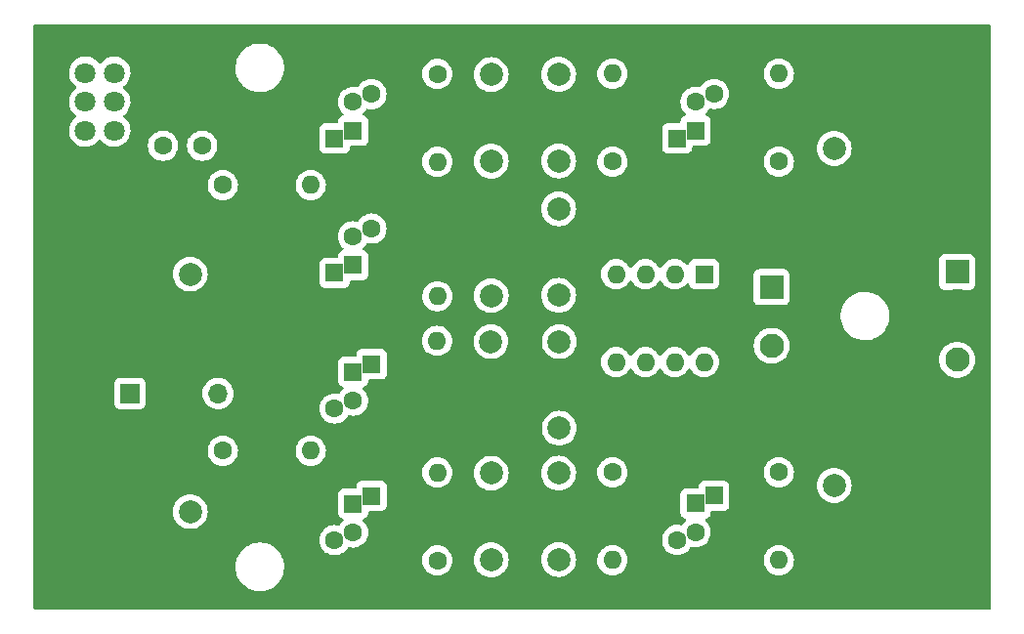
<source format=gbr>
%TF.GenerationSoftware,KiCad,Pcbnew,(6.0.0)*%
%TF.CreationDate,2022-08-03T23:03:17+01:00*%
%TF.ProjectId,Lynx Phono,4c796e78-2050-4686-9f6e-6f2e6b696361,rev?*%
%TF.SameCoordinates,Original*%
%TF.FileFunction,Copper,L2,Bot*%
%TF.FilePolarity,Positive*%
%FSLAX46Y46*%
G04 Gerber Fmt 4.6, Leading zero omitted, Abs format (unit mm)*
G04 Created by KiCad (PCBNEW (6.0.0)) date 2022-08-03 23:03:17*
%MOMM*%
%LPD*%
G01*
G04 APERTURE LIST*
%TA.AperFunction,ComponentPad*%
%ADD10C,1.800000*%
%TD*%
%TA.AperFunction,ComponentPad*%
%ADD11R,1.600000X1.600000*%
%TD*%
%TA.AperFunction,ComponentPad*%
%ADD12C,1.600000*%
%TD*%
%TA.AperFunction,ComponentPad*%
%ADD13O,1.600000X1.600000*%
%TD*%
%TA.AperFunction,ComponentPad*%
%ADD14C,2.000000*%
%TD*%
%TA.AperFunction,ComponentPad*%
%ADD15C,3.000000*%
%TD*%
%TA.AperFunction,ComponentPad*%
%ADD16R,2.100000X2.100000*%
%TD*%
%TA.AperFunction,ComponentPad*%
%ADD17C,2.100000*%
%TD*%
%TA.AperFunction,ComponentPad*%
%ADD18R,1.700000X1.700000*%
%TD*%
%TA.AperFunction,ComponentPad*%
%ADD19O,1.700000X1.700000*%
%TD*%
G04 APERTURE END LIST*
D10*
%TO.P,RV1,1,1*%
%TO.N,Net-(C3-Pad2)*%
X23947993Y-65245000D03*
%TO.P,RV1,2,2*%
X23947993Y-67745000D03*
%TO.P,RV1,3,3*%
%TO.N,Net-(R1-Pad1)*%
X23947993Y-70245000D03*
%TO.P,RV1,4,4*%
%TO.N,Net-(C4-Pad2)*%
X26447993Y-65245000D03*
%TO.P,RV1,5,5*%
X26447993Y-67745000D03*
%TO.P,RV1,6,6*%
%TO.N,Net-(R2-Pad1)*%
X26447993Y-70245000D03*
%TD*%
D11*
%TO.P,C13,1*%
%TO.N,Net-(C11-Pad2)*%
X76830000Y-102557324D03*
X78430000Y-101886387D03*
D12*
%TO.P,C13,2*%
%TO.N,Net-(C13-Pad2)*%
X75230000Y-105728261D03*
X76830000Y-105057324D03*
%TD*%
%TO.P,R6,1*%
%TO.N,GND*%
X54424788Y-96091269D03*
D13*
%TO.P,R6,2*%
%TO.N,Net-(C14-Pad2)*%
X54424788Y-88471269D03*
%TD*%
D14*
%TO.P,RCA 4LEG,1*%
%TO.N,In L*%
X33037057Y-82683592D03*
D15*
%TO.P,RCA 4LEG,2*%
%TO.N,GND*%
X27937057Y-77633592D03*
X27937057Y-87733592D03*
D14*
X33037057Y-85183592D03*
%TD*%
D11*
%TO.P,C3,1*%
%TO.N,Net-(C3-Pad1)*%
X45544929Y-70933615D03*
X47144929Y-70262678D03*
D12*
%TO.P,C3,2*%
%TO.N,Net-(C3-Pad2)*%
X48744929Y-67091741D03*
X47144929Y-67762678D03*
%TD*%
D11*
%TO.P,C12,1*%
%TO.N,Net-(C10-Pad2)*%
X76830000Y-70241881D03*
X75230000Y-70912818D03*
D12*
%TO.P,C12,2*%
%TO.N,Net-(C12-Pad2)*%
X76830000Y-67741881D03*
X78430000Y-67070944D03*
%TD*%
%TO.P,R11,1*%
%TO.N,Out L*%
X84040000Y-72934204D03*
D13*
%TO.P,R11,2*%
%TO.N,Net-(C12-Pad2)*%
X84040000Y-65314204D03*
%TD*%
D11*
%TO.P,C1,1*%
%TO.N,Net-(C1-Pad1)*%
X45544929Y-82583615D03*
X47144929Y-81912678D03*
D12*
%TO.P,C1,2*%
%TO.N,Net-(C1-Pad2)*%
X48744929Y-78741741D03*
X47144929Y-79412678D03*
%TD*%
D14*
%TO.P,C6,1*%
%TO.N,Net-(C1-Pad1)*%
X59122464Y-84545001D03*
%TO.P,C6,2*%
%TO.N,GND*%
X59122464Y-77045001D03*
%TD*%
D12*
%TO.P,R1,1*%
%TO.N,Net-(R1-Pad1)*%
X30687525Y-71555000D03*
D13*
%TO.P,R1,2*%
%TO.N,GND*%
X30687525Y-63935000D03*
%TD*%
D16*
%TO.P,J3,1,Pin_1*%
%TO.N,Out L*%
X99488414Y-82500000D03*
D17*
%TO.P,J3,2,Pin_2*%
%TO.N,GND*%
X99488414Y-85040000D03*
%TO.P,J3,3,Pin_3*%
X99488414Y-87580000D03*
%TO.P,J3,4,Pin_4*%
%TO.N,Out R*%
X99488414Y-90120000D03*
%TD*%
D12*
%TO.P,R2,1*%
%TO.N,Net-(R2-Pad1)*%
X34077057Y-71555000D03*
D13*
%TO.P,R2,2*%
%TO.N,GND*%
X34077057Y-63935000D03*
%TD*%
D12*
%TO.P,R12,1*%
%TO.N,Out R*%
X84040000Y-99865001D03*
D13*
%TO.P,R12,2*%
%TO.N,Net-(C13-Pad2)*%
X84040000Y-107485001D03*
%TD*%
D12*
%TO.P,R3,1*%
%TO.N,In L*%
X35860000Y-74970001D03*
D13*
%TO.P,R3,2*%
%TO.N,Net-(C1-Pad2)*%
X43480000Y-74970001D03*
%TD*%
D11*
%TO.P,C2,1*%
%TO.N,Net-(C14-Pad2)*%
X48744929Y-90492655D03*
X47144929Y-91163592D03*
D12*
%TO.P,C2,2*%
%TO.N,Net-(C2-Pad2)*%
X45544929Y-94334529D03*
X47144929Y-93663592D03*
%TD*%
%TO.P,R4,1*%
%TO.N,In r*%
X35860000Y-97988533D03*
D13*
%TO.P,R4,2*%
%TO.N,Net-(C2-Pad2)*%
X43480000Y-97988533D03*
%TD*%
D18*
%TO.P,J2,1,Pin_1*%
%TO.N,In L*%
X27823971Y-93031796D03*
D19*
%TO.P,J2,2,Pin_2*%
%TO.N,GND*%
X30363971Y-93031796D03*
%TO.P,J2,3,Pin_3*%
X32903971Y-93031796D03*
%TO.P,J2,4,Pin_4*%
%TO.N,In r*%
X35443971Y-93031796D03*
%TD*%
D14*
%TO.P,C11,1*%
%TO.N,Net-(C11-Pad1)*%
X64970000Y-107425001D03*
%TO.P,C11,2*%
%TO.N,Net-(C11-Pad2)*%
X64970000Y-99925001D03*
%TD*%
D12*
%TO.P,R7,1*%
%TO.N,Net-(C10-Pad1)*%
X54449858Y-65335001D03*
D13*
%TO.P,R7,2*%
%TO.N,Net-(C3-Pad1)*%
X54449858Y-72955001D03*
%TD*%
D12*
%TO.P,R10,1*%
%TO.N,Net-(C11-Pad2)*%
X69620000Y-99865001D03*
D13*
%TO.P,R10,2*%
%TO.N,Net-(C11-Pad1)*%
X69620000Y-107485001D03*
%TD*%
D14*
%TO.P,C8,1*%
%TO.N,Net-(C3-Pad1)*%
X59122464Y-72895001D03*
%TO.P,C8,2*%
%TO.N,Net-(C10-Pad1)*%
X59122464Y-65395001D03*
%TD*%
%TO.P,RCA 4LEG,1*%
%TO.N,Out R*%
X88845000Y-101000001D03*
%TO.P,RCA 4LEG,2*%
%TO.N,GND*%
X88845000Y-98500001D03*
D15*
X93945000Y-106050001D03*
X93945000Y-95950001D03*
%TD*%
D14*
%TO.P,C10,1*%
%TO.N,Net-(C10-Pad1)*%
X64970000Y-65374204D03*
%TO.P,C10,2*%
%TO.N,Net-(C10-Pad2)*%
X64970000Y-72874204D03*
%TD*%
%TO.P,RCA 4LEG,1*%
%TO.N,Out L*%
X88845000Y-71799204D03*
D15*
%TO.P,RCA 4LEG,2*%
%TO.N,GND*%
X93945000Y-76849204D03*
X93945000Y-66749204D03*
D14*
X88845000Y-69299204D03*
%TD*%
%TO.P,C5,1*%
%TO.N,Net-(C3-Pad1)*%
X64970000Y-77024204D03*
%TO.P,C5,2*%
%TO.N,Net-(C1-Pad1)*%
X64970000Y-84524204D03*
%TD*%
%TO.P,C14,1*%
%TO.N,Net-(C14-Pad1)*%
X65020000Y-96031269D03*
%TO.P,C14,2*%
%TO.N,Net-(C14-Pad2)*%
X65020000Y-88531269D03*
%TD*%
%TO.P,C9,1*%
%TO.N,Net-(C14-Pad1)*%
X59122464Y-99945798D03*
%TO.P,C9,2*%
%TO.N,Net-(C11-Pad1)*%
X59122464Y-107445798D03*
%TD*%
%TO.P,RCA 4LEG,1*%
%TO.N,In r*%
X33037057Y-103280000D03*
D15*
%TO.P,RCA 4LEG,2*%
%TO.N,GND*%
X27937057Y-98230000D03*
D14*
X33037057Y-105780000D03*
D15*
X27937057Y-108330000D03*
%TD*%
D16*
%TO.P,J1,1,Pin_1*%
%TO.N,/V-*%
X83420000Y-83815001D03*
D17*
%TO.P,J1,2,Pin_2*%
%TO.N,GND*%
X83420000Y-86355001D03*
%TO.P,J1,3,Pin_3*%
%TO.N,/V+*%
X83420000Y-88895001D03*
%TD*%
D14*
%TO.P,C7,1*%
%TO.N,GND*%
X59097394Y-96031269D03*
%TO.P,C7,2*%
%TO.N,Net-(C14-Pad2)*%
X59097394Y-88531269D03*
%TD*%
D12*
%TO.P,R9,1*%
%TO.N,Net-(C10-Pad2)*%
X69620000Y-72934204D03*
D13*
%TO.P,R9,2*%
%TO.N,Net-(C10-Pad1)*%
X69620000Y-65314204D03*
%TD*%
D12*
%TO.P,R8,1*%
%TO.N,Net-(C11-Pad1)*%
X54449858Y-107505798D03*
D13*
%TO.P,R8,2*%
%TO.N,Net-(C14-Pad1)*%
X54449858Y-99885798D03*
%TD*%
D11*
%TO.P,C4,1*%
%TO.N,Net-(C14-Pad1)*%
X48744929Y-101907184D03*
X47144929Y-102578121D03*
D12*
%TO.P,C4,2*%
%TO.N,Net-(C4-Pad2)*%
X45544929Y-105749058D03*
X47144929Y-105078121D03*
%TD*%
%TO.P,R5,1*%
%TO.N,GND*%
X54449858Y-76985001D03*
D13*
%TO.P,R5,2*%
%TO.N,Net-(C1-Pad1)*%
X54449858Y-84605001D03*
%TD*%
D11*
%TO.P,U1,1*%
%TO.N,Net-(C10-Pad2)*%
X77560000Y-82695001D03*
D13*
%TO.P,U1,2,-*%
%TO.N,Net-(C3-Pad1)*%
X75020000Y-82695001D03*
%TO.P,U1,3,+*%
%TO.N,Net-(C1-Pad1)*%
X72480000Y-82695001D03*
%TO.P,U1,4,V-*%
%TO.N,/V-*%
X69940000Y-82695001D03*
%TO.P,U1,5,+*%
%TO.N,Net-(C14-Pad2)*%
X69940000Y-90315001D03*
%TO.P,U1,6,-*%
%TO.N,Net-(C14-Pad1)*%
X72480000Y-90315001D03*
%TO.P,U1,7*%
%TO.N,Net-(C11-Pad2)*%
X75020000Y-90315001D03*
%TO.P,U1,8,V+*%
%TO.N,/V+*%
X77560000Y-90315001D03*
%TD*%
%TA.AperFunction,Conductor*%
%TO.N,GND*%
G36*
X102334121Y-61068002D02*
G01*
X102380614Y-61121658D01*
X102392000Y-61174000D01*
X102392000Y-111646000D01*
X102371998Y-111714121D01*
X102318342Y-111760614D01*
X102266000Y-111772000D01*
X19594000Y-111772000D01*
X19525879Y-111751998D01*
X19479386Y-111698342D01*
X19468000Y-111646000D01*
X19468000Y-108191428D01*
X36960743Y-108191428D01*
X36998268Y-108476459D01*
X36999401Y-108480599D01*
X36999401Y-108480601D01*
X37003332Y-108494970D01*
X37074129Y-108753761D01*
X37075813Y-108757709D01*
X37161656Y-108958963D01*
X37186923Y-109018201D01*
X37334561Y-109264886D01*
X37514313Y-109489253D01*
X37722851Y-109687148D01*
X37956317Y-109854911D01*
X37960112Y-109856920D01*
X37960113Y-109856921D01*
X37981869Y-109868440D01*
X38210392Y-109989437D01*
X38480373Y-110088236D01*
X38761264Y-110149480D01*
X38789841Y-110151729D01*
X38984282Y-110167032D01*
X38984291Y-110167032D01*
X38986739Y-110167225D01*
X39142271Y-110167225D01*
X39144407Y-110167079D01*
X39144418Y-110167079D01*
X39352548Y-110152890D01*
X39352554Y-110152889D01*
X39356825Y-110152598D01*
X39361020Y-110151729D01*
X39361022Y-110151729D01*
X39497584Y-110123448D01*
X39638342Y-110094299D01*
X39909343Y-109998332D01*
X40164812Y-109866475D01*
X40168313Y-109864014D01*
X40168317Y-109864012D01*
X40282417Y-109783821D01*
X40400023Y-109701166D01*
X40610622Y-109505465D01*
X40792713Y-109282993D01*
X40942927Y-109037867D01*
X41009567Y-108886058D01*
X41056757Y-108778555D01*
X41058483Y-108774623D01*
X41074247Y-108719285D01*
X41132220Y-108515767D01*
X41137244Y-108498131D01*
X41177751Y-108213509D01*
X41177845Y-108195676D01*
X41179235Y-107930308D01*
X41179235Y-107930301D01*
X41179257Y-107926022D01*
X41178197Y-107917965D01*
X41150502Y-107707608D01*
X41141732Y-107640991D01*
X41104747Y-107505798D01*
X53136360Y-107505798D01*
X53156315Y-107733885D01*
X53157739Y-107739198D01*
X53157739Y-107739200D01*
X53208579Y-107928934D01*
X53215574Y-107955041D01*
X53217897Y-107960022D01*
X53217897Y-107960023D01*
X53310009Y-108157560D01*
X53310012Y-108157565D01*
X53312335Y-108162547D01*
X53385760Y-108267409D01*
X53429098Y-108329301D01*
X53443660Y-108350098D01*
X53605558Y-108511996D01*
X53610066Y-108515153D01*
X53610069Y-108515155D01*
X53615525Y-108518975D01*
X53793109Y-108643321D01*
X53798091Y-108645644D01*
X53798096Y-108645647D01*
X53956015Y-108719285D01*
X54000615Y-108740082D01*
X54005923Y-108741504D01*
X54005925Y-108741505D01*
X54216456Y-108797917D01*
X54216458Y-108797917D01*
X54221771Y-108799341D01*
X54449858Y-108819296D01*
X54677945Y-108799341D01*
X54683258Y-108797917D01*
X54683260Y-108797917D01*
X54893791Y-108741505D01*
X54893793Y-108741504D01*
X54899101Y-108740082D01*
X54943701Y-108719285D01*
X55101620Y-108645647D01*
X55101625Y-108645644D01*
X55106607Y-108643321D01*
X55284191Y-108518975D01*
X55289647Y-108515155D01*
X55289650Y-108515153D01*
X55294158Y-108511996D01*
X55456056Y-108350098D01*
X55470619Y-108329301D01*
X55513956Y-108267409D01*
X55587381Y-108162547D01*
X55589704Y-108157565D01*
X55589707Y-108157560D01*
X55681819Y-107960023D01*
X55681819Y-107960022D01*
X55684142Y-107955041D01*
X55691138Y-107928934D01*
X55741977Y-107739200D01*
X55741977Y-107739198D01*
X55743401Y-107733885D01*
X55763356Y-107505798D01*
X55758107Y-107445798D01*
X57609299Y-107445798D01*
X57627929Y-107682509D01*
X57629083Y-107687316D01*
X57629084Y-107687322D01*
X57640263Y-107733885D01*
X57683359Y-107913392D01*
X57685252Y-107917963D01*
X57685253Y-107917965D01*
X57767358Y-108116184D01*
X57774224Y-108132761D01*
X57776810Y-108136981D01*
X57895705Y-108331000D01*
X57895709Y-108331006D01*
X57898288Y-108335214D01*
X58052495Y-108515767D01*
X58233048Y-108669974D01*
X58237256Y-108672553D01*
X58237262Y-108672557D01*
X58403819Y-108774623D01*
X58435501Y-108794038D01*
X58440071Y-108795931D01*
X58440075Y-108795933D01*
X58650297Y-108883009D01*
X58654870Y-108884903D01*
X58735073Y-108904158D01*
X58880940Y-108939178D01*
X58880946Y-108939179D01*
X58885753Y-108940333D01*
X59122464Y-108958963D01*
X59359175Y-108940333D01*
X59363982Y-108939179D01*
X59363988Y-108939178D01*
X59509855Y-108904158D01*
X59590058Y-108884903D01*
X59594631Y-108883009D01*
X59804853Y-108795933D01*
X59804857Y-108795931D01*
X59809427Y-108794038D01*
X59841109Y-108774623D01*
X60007666Y-108672557D01*
X60007672Y-108672553D01*
X60011880Y-108669974D01*
X60192433Y-108515767D01*
X60346640Y-108335214D01*
X60349219Y-108331006D01*
X60349223Y-108331000D01*
X60468118Y-108136981D01*
X60470704Y-108132761D01*
X60477571Y-108116184D01*
X60559675Y-107917965D01*
X60559676Y-107917963D01*
X60561569Y-107913392D01*
X60604665Y-107733885D01*
X60615844Y-107687322D01*
X60615845Y-107687316D01*
X60616999Y-107682509D01*
X60635629Y-107445798D01*
X60633992Y-107425001D01*
X63456835Y-107425001D01*
X63475465Y-107661712D01*
X63476619Y-107666519D01*
X63476620Y-107666525D01*
X63492792Y-107733885D01*
X63530895Y-107892595D01*
X63532788Y-107897166D01*
X63532789Y-107897168D01*
X63541404Y-107917965D01*
X63621760Y-108111964D01*
X63624346Y-108116184D01*
X63743241Y-108310203D01*
X63743245Y-108310209D01*
X63745824Y-108314417D01*
X63900031Y-108494970D01*
X64080584Y-108649177D01*
X64084792Y-108651756D01*
X64084798Y-108651760D01*
X64257691Y-108757709D01*
X64283037Y-108773241D01*
X64287607Y-108775134D01*
X64287611Y-108775136D01*
X64394224Y-108819296D01*
X64502406Y-108864106D01*
X64581143Y-108883009D01*
X64728476Y-108918381D01*
X64728482Y-108918382D01*
X64733289Y-108919536D01*
X64970000Y-108938166D01*
X65206711Y-108919536D01*
X65211518Y-108918382D01*
X65211524Y-108918381D01*
X65358857Y-108883009D01*
X65437594Y-108864106D01*
X65545776Y-108819296D01*
X65652389Y-108775136D01*
X65652393Y-108775134D01*
X65656963Y-108773241D01*
X65682309Y-108757709D01*
X65855202Y-108651760D01*
X65855208Y-108651756D01*
X65859416Y-108649177D01*
X66039969Y-108494970D01*
X66194176Y-108314417D01*
X66196755Y-108310209D01*
X66196759Y-108310203D01*
X66315654Y-108116184D01*
X66318240Y-108111964D01*
X66398597Y-107917965D01*
X66407211Y-107897168D01*
X66407212Y-107897166D01*
X66409105Y-107892595D01*
X66447208Y-107733885D01*
X66463380Y-107666525D01*
X66463381Y-107666519D01*
X66464535Y-107661712D01*
X66478443Y-107485001D01*
X68306502Y-107485001D01*
X68326457Y-107713088D01*
X68327881Y-107718401D01*
X68327881Y-107718403D01*
X68382375Y-107921774D01*
X68385716Y-107934244D01*
X68388039Y-107939225D01*
X68388039Y-107939226D01*
X68480151Y-108136763D01*
X68480154Y-108136768D01*
X68482477Y-108141750D01*
X68613802Y-108329301D01*
X68775700Y-108491199D01*
X68780208Y-108494356D01*
X68780211Y-108494358D01*
X68815368Y-108518975D01*
X68963251Y-108622524D01*
X68968233Y-108624847D01*
X68968238Y-108624850D01*
X69165775Y-108716962D01*
X69170757Y-108719285D01*
X69176065Y-108720707D01*
X69176067Y-108720708D01*
X69386598Y-108777120D01*
X69386600Y-108777120D01*
X69391913Y-108778544D01*
X69620000Y-108798499D01*
X69848087Y-108778544D01*
X69853400Y-108777120D01*
X69853402Y-108777120D01*
X70063933Y-108720708D01*
X70063935Y-108720707D01*
X70069243Y-108719285D01*
X70074225Y-108716962D01*
X70271762Y-108624850D01*
X70271767Y-108624847D01*
X70276749Y-108622524D01*
X70424632Y-108518975D01*
X70459789Y-108494358D01*
X70459792Y-108494356D01*
X70464300Y-108491199D01*
X70626198Y-108329301D01*
X70757523Y-108141750D01*
X70759846Y-108136768D01*
X70759849Y-108136763D01*
X70851961Y-107939226D01*
X70851961Y-107939225D01*
X70854284Y-107934244D01*
X70857626Y-107921774D01*
X70912119Y-107718403D01*
X70912119Y-107718401D01*
X70913543Y-107713088D01*
X70933498Y-107485001D01*
X82726502Y-107485001D01*
X82746457Y-107713088D01*
X82747881Y-107718401D01*
X82747881Y-107718403D01*
X82802375Y-107921774D01*
X82805716Y-107934244D01*
X82808039Y-107939225D01*
X82808039Y-107939226D01*
X82900151Y-108136763D01*
X82900154Y-108136768D01*
X82902477Y-108141750D01*
X83033802Y-108329301D01*
X83195700Y-108491199D01*
X83200208Y-108494356D01*
X83200211Y-108494358D01*
X83235368Y-108518975D01*
X83383251Y-108622524D01*
X83388233Y-108624847D01*
X83388238Y-108624850D01*
X83585775Y-108716962D01*
X83590757Y-108719285D01*
X83596065Y-108720707D01*
X83596067Y-108720708D01*
X83806598Y-108777120D01*
X83806600Y-108777120D01*
X83811913Y-108778544D01*
X84040000Y-108798499D01*
X84268087Y-108778544D01*
X84273400Y-108777120D01*
X84273402Y-108777120D01*
X84483933Y-108720708D01*
X84483935Y-108720707D01*
X84489243Y-108719285D01*
X84494225Y-108716962D01*
X84691762Y-108624850D01*
X84691767Y-108624847D01*
X84696749Y-108622524D01*
X84844632Y-108518975D01*
X84879789Y-108494358D01*
X84879792Y-108494356D01*
X84884300Y-108491199D01*
X85046198Y-108329301D01*
X85177523Y-108141750D01*
X85179846Y-108136768D01*
X85179849Y-108136763D01*
X85271961Y-107939226D01*
X85271961Y-107939225D01*
X85274284Y-107934244D01*
X85277626Y-107921774D01*
X85332119Y-107718403D01*
X85332119Y-107718401D01*
X85333543Y-107713088D01*
X85353498Y-107485001D01*
X85333543Y-107256914D01*
X85315155Y-107188290D01*
X85275707Y-107041068D01*
X85275706Y-107041066D01*
X85274284Y-107035758D01*
X85248759Y-106981019D01*
X85179849Y-106833239D01*
X85179846Y-106833234D01*
X85177523Y-106828252D01*
X85063919Y-106666009D01*
X85049357Y-106645212D01*
X85049355Y-106645209D01*
X85046198Y-106640701D01*
X84884300Y-106478803D01*
X84879792Y-106475646D01*
X84879789Y-106475644D01*
X84786489Y-106410315D01*
X84696749Y-106347478D01*
X84691767Y-106345155D01*
X84691762Y-106345152D01*
X84494225Y-106253040D01*
X84494224Y-106253040D01*
X84489243Y-106250717D01*
X84483935Y-106249295D01*
X84483933Y-106249294D01*
X84273402Y-106192882D01*
X84273400Y-106192882D01*
X84268087Y-106191458D01*
X84040000Y-106171503D01*
X83811913Y-106191458D01*
X83806600Y-106192882D01*
X83806598Y-106192882D01*
X83596067Y-106249294D01*
X83596065Y-106249295D01*
X83590757Y-106250717D01*
X83585776Y-106253040D01*
X83585775Y-106253040D01*
X83388238Y-106345152D01*
X83388233Y-106345155D01*
X83383251Y-106347478D01*
X83293511Y-106410315D01*
X83200211Y-106475644D01*
X83200208Y-106475646D01*
X83195700Y-106478803D01*
X83033802Y-106640701D01*
X83030645Y-106645209D01*
X83030643Y-106645212D01*
X83016081Y-106666009D01*
X82902477Y-106828252D01*
X82900154Y-106833234D01*
X82900151Y-106833239D01*
X82831241Y-106981019D01*
X82805716Y-107035758D01*
X82804294Y-107041066D01*
X82804293Y-107041068D01*
X82764845Y-107188290D01*
X82746457Y-107256914D01*
X82726502Y-107485001D01*
X70933498Y-107485001D01*
X70913543Y-107256914D01*
X70895155Y-107188290D01*
X70855707Y-107041068D01*
X70855706Y-107041066D01*
X70854284Y-107035758D01*
X70828759Y-106981019D01*
X70759849Y-106833239D01*
X70759846Y-106833234D01*
X70757523Y-106828252D01*
X70643919Y-106666009D01*
X70629357Y-106645212D01*
X70629355Y-106645209D01*
X70626198Y-106640701D01*
X70464300Y-106478803D01*
X70459792Y-106475646D01*
X70459789Y-106475644D01*
X70366489Y-106410315D01*
X70276749Y-106347478D01*
X70271767Y-106345155D01*
X70271762Y-106345152D01*
X70074225Y-106253040D01*
X70074224Y-106253040D01*
X70069243Y-106250717D01*
X70063935Y-106249295D01*
X70063933Y-106249294D01*
X69853402Y-106192882D01*
X69853400Y-106192882D01*
X69848087Y-106191458D01*
X69620000Y-106171503D01*
X69391913Y-106191458D01*
X69386600Y-106192882D01*
X69386598Y-106192882D01*
X69176067Y-106249294D01*
X69176065Y-106249295D01*
X69170757Y-106250717D01*
X69165776Y-106253040D01*
X69165775Y-106253040D01*
X68968238Y-106345152D01*
X68968233Y-106345155D01*
X68963251Y-106347478D01*
X68873511Y-106410315D01*
X68780211Y-106475644D01*
X68780208Y-106475646D01*
X68775700Y-106478803D01*
X68613802Y-106640701D01*
X68610645Y-106645209D01*
X68610643Y-106645212D01*
X68596081Y-106666009D01*
X68482477Y-106828252D01*
X68480154Y-106833234D01*
X68480151Y-106833239D01*
X68411241Y-106981019D01*
X68385716Y-107035758D01*
X68384294Y-107041066D01*
X68384293Y-107041068D01*
X68344845Y-107188290D01*
X68326457Y-107256914D01*
X68306502Y-107485001D01*
X66478443Y-107485001D01*
X66483165Y-107425001D01*
X66464535Y-107188290D01*
X66409105Y-106957407D01*
X66379768Y-106886581D01*
X66320135Y-106742612D01*
X66320133Y-106742608D01*
X66318240Y-106738038D01*
X66313659Y-106730562D01*
X66196759Y-106539799D01*
X66196755Y-106539793D01*
X66194176Y-106535585D01*
X66039969Y-106355032D01*
X65859416Y-106200825D01*
X65855208Y-106198246D01*
X65855202Y-106198242D01*
X65661183Y-106079347D01*
X65656963Y-106076761D01*
X65652393Y-106074868D01*
X65652389Y-106074866D01*
X65442167Y-105987790D01*
X65442165Y-105987789D01*
X65437594Y-105985896D01*
X65336656Y-105961663D01*
X65211524Y-105931621D01*
X65211518Y-105931620D01*
X65206711Y-105930466D01*
X64970000Y-105911836D01*
X64733289Y-105930466D01*
X64728482Y-105931620D01*
X64728476Y-105931621D01*
X64603344Y-105961663D01*
X64502406Y-105985896D01*
X64497835Y-105987789D01*
X64497833Y-105987790D01*
X64287611Y-106074866D01*
X64287607Y-106074868D01*
X64283037Y-106076761D01*
X64278817Y-106079347D01*
X64084798Y-106198242D01*
X64084792Y-106198246D01*
X64080584Y-106200825D01*
X63900031Y-106355032D01*
X63745824Y-106535585D01*
X63743245Y-106539793D01*
X63743241Y-106539799D01*
X63626341Y-106730562D01*
X63621760Y-106738038D01*
X63619867Y-106742608D01*
X63619865Y-106742612D01*
X63560232Y-106886581D01*
X63530895Y-106957407D01*
X63475465Y-107188290D01*
X63456835Y-107425001D01*
X60633992Y-107425001D01*
X60616999Y-107209087D01*
X60612007Y-107188290D01*
X60572036Y-107021804D01*
X60561569Y-106978204D01*
X60552955Y-106957407D01*
X60472599Y-106763409D01*
X60472597Y-106763405D01*
X60470704Y-106758835D01*
X60466123Y-106751359D01*
X60349223Y-106560596D01*
X60349219Y-106560590D01*
X60346640Y-106556382D01*
X60192433Y-106375829D01*
X60011880Y-106221622D01*
X60007672Y-106219043D01*
X60007666Y-106219039D01*
X59813647Y-106100144D01*
X59809427Y-106097558D01*
X59804857Y-106095665D01*
X59804853Y-106095663D01*
X59594631Y-106008587D01*
X59594629Y-106008586D01*
X59590058Y-106006693D01*
X59489120Y-105982460D01*
X59363988Y-105952418D01*
X59363982Y-105952417D01*
X59359175Y-105951263D01*
X59122464Y-105932633D01*
X58885753Y-105951263D01*
X58880946Y-105952417D01*
X58880940Y-105952418D01*
X58755808Y-105982460D01*
X58654870Y-106006693D01*
X58650299Y-106008586D01*
X58650297Y-106008587D01*
X58440075Y-106095663D01*
X58440071Y-106095665D01*
X58435501Y-106097558D01*
X58431281Y-106100144D01*
X58237262Y-106219039D01*
X58237256Y-106219043D01*
X58233048Y-106221622D01*
X58052495Y-106375829D01*
X57898288Y-106556382D01*
X57895709Y-106560590D01*
X57895705Y-106560596D01*
X57778805Y-106751359D01*
X57774224Y-106758835D01*
X57772331Y-106763405D01*
X57772329Y-106763409D01*
X57691973Y-106957407D01*
X57683359Y-106978204D01*
X57672892Y-107021804D01*
X57632922Y-107188290D01*
X57627929Y-107209087D01*
X57609299Y-107445798D01*
X55758107Y-107445798D01*
X55743401Y-107277711D01*
X55739297Y-107262394D01*
X55685565Y-107061865D01*
X55685564Y-107061863D01*
X55684142Y-107056555D01*
X55668161Y-107022283D01*
X55589707Y-106854036D01*
X55589704Y-106854031D01*
X55587381Y-106849049D01*
X55456056Y-106661498D01*
X55294158Y-106499600D01*
X55289650Y-106496443D01*
X55289647Y-106496441D01*
X55211469Y-106441700D01*
X55106607Y-106368275D01*
X55101625Y-106365952D01*
X55101620Y-106365949D01*
X54904083Y-106273837D01*
X54904082Y-106273837D01*
X54899101Y-106271514D01*
X54893793Y-106270092D01*
X54893791Y-106270091D01*
X54683260Y-106213679D01*
X54683258Y-106213679D01*
X54677945Y-106212255D01*
X54449858Y-106192300D01*
X54221771Y-106212255D01*
X54216458Y-106213679D01*
X54216456Y-106213679D01*
X54005925Y-106270091D01*
X54005923Y-106270092D01*
X54000615Y-106271514D01*
X53995634Y-106273837D01*
X53995633Y-106273837D01*
X53798096Y-106365949D01*
X53798091Y-106365952D01*
X53793109Y-106368275D01*
X53688247Y-106441700D01*
X53610069Y-106496441D01*
X53610066Y-106496443D01*
X53605558Y-106499600D01*
X53443660Y-106661498D01*
X53312335Y-106849049D01*
X53310012Y-106854031D01*
X53310009Y-106854036D01*
X53231555Y-107022283D01*
X53215574Y-107056555D01*
X53214152Y-107061863D01*
X53214151Y-107061865D01*
X53160419Y-107262394D01*
X53156315Y-107277711D01*
X53136360Y-107505798D01*
X41104747Y-107505798D01*
X41065871Y-107363689D01*
X41055295Y-107338895D01*
X40954763Y-107103201D01*
X40954761Y-107103197D01*
X40953077Y-107099249D01*
X40825798Y-106886581D01*
X40807643Y-106856246D01*
X40807640Y-106856242D01*
X40805439Y-106852564D01*
X40625687Y-106628197D01*
X40472365Y-106482700D01*
X40420258Y-106433252D01*
X40420255Y-106433250D01*
X40417149Y-106430302D01*
X40183683Y-106262539D01*
X40161843Y-106250975D01*
X40095114Y-106215644D01*
X39929608Y-106128013D01*
X39659627Y-106029214D01*
X39378736Y-105967970D01*
X39347685Y-105965526D01*
X39155718Y-105950418D01*
X39155709Y-105950418D01*
X39153261Y-105950225D01*
X38997729Y-105950225D01*
X38995593Y-105950371D01*
X38995582Y-105950371D01*
X38787452Y-105964560D01*
X38787446Y-105964561D01*
X38783175Y-105964852D01*
X38778980Y-105965721D01*
X38778978Y-105965721D01*
X38687134Y-105984741D01*
X38501658Y-106023151D01*
X38230657Y-106119118D01*
X38226848Y-106121084D01*
X38032059Y-106221622D01*
X37975188Y-106250975D01*
X37971687Y-106253436D01*
X37971683Y-106253438D01*
X37920678Y-106289285D01*
X37739977Y-106416284D01*
X37724892Y-106430302D01*
X37567610Y-106576458D01*
X37529378Y-106611985D01*
X37347287Y-106834457D01*
X37197073Y-107079583D01*
X37081517Y-107342827D01*
X37080342Y-107346954D01*
X37080341Y-107346955D01*
X37042577Y-107479526D01*
X37002756Y-107619319D01*
X36999672Y-107640991D01*
X36964549Y-107887783D01*
X36962249Y-107903941D01*
X36962227Y-107908230D01*
X36962226Y-107908237D01*
X36960765Y-108187142D01*
X36960743Y-108191428D01*
X19468000Y-108191428D01*
X19468000Y-105749058D01*
X44231431Y-105749058D01*
X44251386Y-105977145D01*
X44252810Y-105982458D01*
X44252810Y-105982460D01*
X44308874Y-106191690D01*
X44310645Y-106198301D01*
X44312968Y-106203282D01*
X44312968Y-106203283D01*
X44405080Y-106400820D01*
X44405083Y-106400825D01*
X44407406Y-106405807D01*
X44480831Y-106510669D01*
X44524169Y-106572561D01*
X44538731Y-106593358D01*
X44700629Y-106755256D01*
X44705137Y-106758413D01*
X44705140Y-106758415D01*
X44783318Y-106813156D01*
X44888180Y-106886581D01*
X44893162Y-106888904D01*
X44893167Y-106888907D01*
X45084667Y-106978204D01*
X45095686Y-106983342D01*
X45100994Y-106984764D01*
X45100996Y-106984765D01*
X45311527Y-107041177D01*
X45311529Y-107041177D01*
X45316842Y-107042601D01*
X45544929Y-107062556D01*
X45773016Y-107042601D01*
X45778329Y-107041177D01*
X45778331Y-107041177D01*
X45988862Y-106984765D01*
X45988864Y-106984764D01*
X45994172Y-106983342D01*
X46005191Y-106978204D01*
X46196691Y-106888907D01*
X46196696Y-106888904D01*
X46201678Y-106886581D01*
X46306540Y-106813156D01*
X46384718Y-106758415D01*
X46384721Y-106758413D01*
X46389229Y-106755256D01*
X46551127Y-106593358D01*
X46565690Y-106572561D01*
X46628611Y-106482700D01*
X46682452Y-106405807D01*
X46683030Y-106404567D01*
X46733490Y-106356456D01*
X46803204Y-106343021D01*
X46823835Y-106346743D01*
X46911527Y-106370240D01*
X46911529Y-106370240D01*
X46916842Y-106371664D01*
X47144929Y-106391619D01*
X47373016Y-106371664D01*
X47378329Y-106370240D01*
X47378331Y-106370240D01*
X47588862Y-106313828D01*
X47588864Y-106313827D01*
X47594172Y-106312405D01*
X47638772Y-106291608D01*
X47796691Y-106217970D01*
X47796696Y-106217967D01*
X47801678Y-106215644D01*
X47970322Y-106097558D01*
X47984718Y-106087478D01*
X47984721Y-106087476D01*
X47989229Y-106084319D01*
X48151127Y-105922421D01*
X48165690Y-105901624D01*
X48209027Y-105839732D01*
X48282452Y-105734870D01*
X48284775Y-105729888D01*
X48284778Y-105729883D01*
X48285534Y-105728261D01*
X73916502Y-105728261D01*
X73936457Y-105956348D01*
X73937881Y-105961661D01*
X73937881Y-105961663D01*
X73982060Y-106126538D01*
X73995716Y-106177504D01*
X73998039Y-106182485D01*
X73998039Y-106182486D01*
X74090151Y-106380023D01*
X74090154Y-106380028D01*
X74092477Y-106385010D01*
X74223802Y-106572561D01*
X74385700Y-106734459D01*
X74390208Y-106737616D01*
X74390211Y-106737618D01*
X74468389Y-106792359D01*
X74573251Y-106865784D01*
X74578233Y-106868107D01*
X74578238Y-106868110D01*
X74769738Y-106957407D01*
X74780757Y-106962545D01*
X74786065Y-106963967D01*
X74786067Y-106963968D01*
X74996598Y-107020380D01*
X74996600Y-107020380D01*
X75001913Y-107021804D01*
X75230000Y-107041759D01*
X75458087Y-107021804D01*
X75463400Y-107020380D01*
X75463402Y-107020380D01*
X75673933Y-106963968D01*
X75673935Y-106963967D01*
X75679243Y-106962545D01*
X75690262Y-106957407D01*
X75881762Y-106868110D01*
X75881767Y-106868107D01*
X75886749Y-106865784D01*
X75991611Y-106792359D01*
X76069789Y-106737618D01*
X76069792Y-106737616D01*
X76074300Y-106734459D01*
X76236198Y-106572561D01*
X76259139Y-106539799D01*
X76343581Y-106419203D01*
X76367523Y-106385010D01*
X76368101Y-106383770D01*
X76418561Y-106335659D01*
X76488275Y-106322224D01*
X76508906Y-106325946D01*
X76596598Y-106349443D01*
X76596600Y-106349443D01*
X76601913Y-106350867D01*
X76830000Y-106370822D01*
X77058087Y-106350867D01*
X77063400Y-106349443D01*
X77063402Y-106349443D01*
X77273933Y-106293031D01*
X77273935Y-106293030D01*
X77279243Y-106291608D01*
X77284225Y-106289285D01*
X77481762Y-106197173D01*
X77481767Y-106197170D01*
X77486749Y-106194847D01*
X77628398Y-106095663D01*
X77669789Y-106066681D01*
X77669792Y-106066679D01*
X77674300Y-106063522D01*
X77836198Y-105901624D01*
X77967523Y-105714073D01*
X77969846Y-105709091D01*
X77969849Y-105709086D01*
X78061961Y-105511549D01*
X78061961Y-105511548D01*
X78064284Y-105506567D01*
X78117971Y-105306208D01*
X78122119Y-105290726D01*
X78122119Y-105290724D01*
X78123543Y-105285411D01*
X78143498Y-105057324D01*
X78123543Y-104829237D01*
X78122119Y-104823922D01*
X78065707Y-104613391D01*
X78065706Y-104613389D01*
X78064284Y-104608081D01*
X78015833Y-104504176D01*
X77969849Y-104405562D01*
X77969846Y-104405557D01*
X77967523Y-104400575D01*
X77853919Y-104238332D01*
X77839357Y-104217535D01*
X77839355Y-104217532D01*
X77836198Y-104213024D01*
X77690498Y-104067324D01*
X77656472Y-104005012D01*
X77661537Y-103934197D01*
X77704084Y-103877361D01*
X77740737Y-103860192D01*
X77740316Y-103859069D01*
X77868297Y-103811091D01*
X77876705Y-103807939D01*
X77993261Y-103720585D01*
X78080615Y-103604029D01*
X78131745Y-103467640D01*
X78138500Y-103405458D01*
X78138500Y-103320887D01*
X78158502Y-103252766D01*
X78212158Y-103206273D01*
X78264500Y-103194887D01*
X79278134Y-103194887D01*
X79340316Y-103188132D01*
X79476705Y-103137002D01*
X79593261Y-103049648D01*
X79680615Y-102933092D01*
X79731745Y-102796703D01*
X79738500Y-102734521D01*
X79738500Y-101038253D01*
X79731745Y-100976071D01*
X79680615Y-100839682D01*
X79593261Y-100723126D01*
X79476705Y-100635772D01*
X79340316Y-100584642D01*
X79278134Y-100577887D01*
X77581866Y-100577887D01*
X77519684Y-100584642D01*
X77383295Y-100635772D01*
X77266739Y-100723126D01*
X77179385Y-100839682D01*
X77128255Y-100976071D01*
X77121500Y-101038253D01*
X77121500Y-101122824D01*
X77101498Y-101190945D01*
X77047842Y-101237438D01*
X76995500Y-101248824D01*
X75981866Y-101248824D01*
X75919684Y-101255579D01*
X75783295Y-101306709D01*
X75666739Y-101394063D01*
X75579385Y-101510619D01*
X75528255Y-101647008D01*
X75521500Y-101709190D01*
X75521500Y-103405458D01*
X75528255Y-103467640D01*
X75579385Y-103604029D01*
X75666739Y-103720585D01*
X75783295Y-103807939D01*
X75791703Y-103811091D01*
X75919684Y-103859069D01*
X75918954Y-103861015D01*
X75971205Y-103890869D01*
X76004021Y-103953827D01*
X75997591Y-104024531D01*
X75969502Y-104067324D01*
X75823802Y-104213024D01*
X75820645Y-104217532D01*
X75820643Y-104217535D01*
X75806081Y-104238332D01*
X75692477Y-104400575D01*
X75691899Y-104401815D01*
X75641439Y-104449926D01*
X75571725Y-104463361D01*
X75551094Y-104459639D01*
X75463402Y-104436142D01*
X75463400Y-104436142D01*
X75458087Y-104434718D01*
X75230000Y-104414763D01*
X75001913Y-104434718D01*
X74996600Y-104436142D01*
X74996598Y-104436142D01*
X74786067Y-104492554D01*
X74786065Y-104492555D01*
X74780757Y-104493977D01*
X74775776Y-104496300D01*
X74775775Y-104496300D01*
X74578238Y-104588412D01*
X74578233Y-104588415D01*
X74573251Y-104590738D01*
X74511198Y-104634188D01*
X74390211Y-104718904D01*
X74390208Y-104718906D01*
X74385700Y-104722063D01*
X74223802Y-104883961D01*
X74220645Y-104888469D01*
X74220643Y-104888472D01*
X74206081Y-104909269D01*
X74092477Y-105071512D01*
X74090154Y-105076494D01*
X74090151Y-105076499D01*
X73998039Y-105274036D01*
X73995716Y-105279018D01*
X73994294Y-105284326D01*
X73994293Y-105284328D01*
X73988430Y-105306208D01*
X73936457Y-105500174D01*
X73916502Y-105728261D01*
X48285534Y-105728261D01*
X48376890Y-105532346D01*
X48376890Y-105532345D01*
X48379213Y-105527364D01*
X48386209Y-105501257D01*
X48437048Y-105311523D01*
X48437048Y-105311521D01*
X48438472Y-105306208D01*
X48458427Y-105078121D01*
X48438472Y-104850034D01*
X48434368Y-104834717D01*
X48380636Y-104634188D01*
X48380635Y-104634186D01*
X48379213Y-104628878D01*
X48326006Y-104514774D01*
X48284778Y-104426359D01*
X48284775Y-104426354D01*
X48282452Y-104421372D01*
X48151127Y-104233821D01*
X48005427Y-104088121D01*
X47971401Y-104025809D01*
X47976466Y-103954994D01*
X48019013Y-103898158D01*
X48055666Y-103880989D01*
X48055245Y-103879866D01*
X48183226Y-103831888D01*
X48191634Y-103828736D01*
X48308190Y-103741382D01*
X48395544Y-103624826D01*
X48446674Y-103488437D01*
X48453429Y-103426255D01*
X48453429Y-103341684D01*
X48473431Y-103273563D01*
X48527087Y-103227070D01*
X48579429Y-103215684D01*
X49593063Y-103215684D01*
X49655245Y-103208929D01*
X49791634Y-103157799D01*
X49908190Y-103070445D01*
X49995544Y-102953889D01*
X50046674Y-102817500D01*
X50053429Y-102755318D01*
X50053429Y-101059050D01*
X50046674Y-100996868D01*
X49995544Y-100860479D01*
X49908190Y-100743923D01*
X49791634Y-100656569D01*
X49655245Y-100605439D01*
X49593063Y-100598684D01*
X47896795Y-100598684D01*
X47834613Y-100605439D01*
X47698224Y-100656569D01*
X47581668Y-100743923D01*
X47494314Y-100860479D01*
X47443184Y-100996868D01*
X47436429Y-101059050D01*
X47436429Y-101143621D01*
X47416427Y-101211742D01*
X47362771Y-101258235D01*
X47310429Y-101269621D01*
X46296795Y-101269621D01*
X46234613Y-101276376D01*
X46098224Y-101327506D01*
X45981668Y-101414860D01*
X45894314Y-101531416D01*
X45843184Y-101667805D01*
X45836429Y-101729987D01*
X45836429Y-103426255D01*
X45843184Y-103488437D01*
X45894314Y-103624826D01*
X45981668Y-103741382D01*
X46098224Y-103828736D01*
X46106632Y-103831888D01*
X46234613Y-103879866D01*
X46233883Y-103881812D01*
X46286134Y-103911666D01*
X46318950Y-103974624D01*
X46312520Y-104045328D01*
X46284431Y-104088121D01*
X46138731Y-104233821D01*
X46007406Y-104421372D01*
X46006828Y-104422612D01*
X45956368Y-104470723D01*
X45886654Y-104484158D01*
X45866023Y-104480436D01*
X45778331Y-104456939D01*
X45778329Y-104456939D01*
X45773016Y-104455515D01*
X45544929Y-104435560D01*
X45316842Y-104455515D01*
X45311529Y-104456939D01*
X45311527Y-104456939D01*
X45100996Y-104513351D01*
X45100994Y-104513352D01*
X45095686Y-104514774D01*
X45090705Y-104517097D01*
X45090704Y-104517097D01*
X44893167Y-104609209D01*
X44893162Y-104609212D01*
X44888180Y-104611535D01*
X44783318Y-104684960D01*
X44705140Y-104739701D01*
X44705137Y-104739703D01*
X44700629Y-104742860D01*
X44538731Y-104904758D01*
X44407406Y-105092309D01*
X44405083Y-105097291D01*
X44405080Y-105097296D01*
X44322666Y-105274036D01*
X44310645Y-105299815D01*
X44309223Y-105305123D01*
X44309222Y-105305125D01*
X44252810Y-105515656D01*
X44251386Y-105520971D01*
X44231431Y-105749058D01*
X19468000Y-105749058D01*
X19468000Y-103280000D01*
X31523892Y-103280000D01*
X31542522Y-103516711D01*
X31543676Y-103521518D01*
X31543677Y-103521524D01*
X31563485Y-103604029D01*
X31597952Y-103747594D01*
X31599845Y-103752165D01*
X31599846Y-103752167D01*
X31653547Y-103881812D01*
X31688817Y-103966963D01*
X31691403Y-103971183D01*
X31810298Y-104165202D01*
X31810302Y-104165208D01*
X31812881Y-104169416D01*
X31967088Y-104349969D01*
X32147641Y-104504176D01*
X32151849Y-104506755D01*
X32151855Y-104506759D01*
X32319038Y-104609209D01*
X32350094Y-104628240D01*
X32354664Y-104630133D01*
X32354668Y-104630135D01*
X32564890Y-104717211D01*
X32569463Y-104719105D01*
X32649666Y-104738360D01*
X32795533Y-104773380D01*
X32795539Y-104773381D01*
X32800346Y-104774535D01*
X33037057Y-104793165D01*
X33273768Y-104774535D01*
X33278575Y-104773381D01*
X33278581Y-104773380D01*
X33424448Y-104738360D01*
X33504651Y-104719105D01*
X33509224Y-104717211D01*
X33719446Y-104630135D01*
X33719450Y-104630133D01*
X33724020Y-104628240D01*
X33755076Y-104609209D01*
X33922259Y-104506759D01*
X33922265Y-104506755D01*
X33926473Y-104504176D01*
X34107026Y-104349969D01*
X34261233Y-104169416D01*
X34263812Y-104165208D01*
X34263816Y-104165202D01*
X34382711Y-103971183D01*
X34385297Y-103966963D01*
X34420568Y-103881812D01*
X34474268Y-103752167D01*
X34474269Y-103752165D01*
X34476162Y-103747594D01*
X34510629Y-103604029D01*
X34530437Y-103521524D01*
X34530438Y-103521518D01*
X34531592Y-103516711D01*
X34550222Y-103280000D01*
X34531592Y-103043289D01*
X34508111Y-102945481D01*
X34477317Y-102817218D01*
X34476162Y-102812406D01*
X34474268Y-102807833D01*
X34387192Y-102597611D01*
X34387190Y-102597607D01*
X34385297Y-102593037D01*
X34325173Y-102494924D01*
X34263816Y-102394798D01*
X34263812Y-102394792D01*
X34261233Y-102390584D01*
X34107026Y-102210031D01*
X33926473Y-102055824D01*
X33922265Y-102053245D01*
X33922259Y-102053241D01*
X33728240Y-101934346D01*
X33724020Y-101931760D01*
X33719450Y-101929867D01*
X33719446Y-101929865D01*
X33509224Y-101842789D01*
X33509222Y-101842788D01*
X33504651Y-101840895D01*
X33424448Y-101821640D01*
X33278581Y-101786620D01*
X33278575Y-101786619D01*
X33273768Y-101785465D01*
X33037057Y-101766835D01*
X32800346Y-101785465D01*
X32795539Y-101786619D01*
X32795533Y-101786620D01*
X32649666Y-101821640D01*
X32569463Y-101840895D01*
X32564892Y-101842788D01*
X32564890Y-101842789D01*
X32354668Y-101929865D01*
X32354664Y-101929867D01*
X32350094Y-101931760D01*
X32345874Y-101934346D01*
X32151855Y-102053241D01*
X32151849Y-102053245D01*
X32147641Y-102055824D01*
X31967088Y-102210031D01*
X31812881Y-102390584D01*
X31810302Y-102394792D01*
X31810298Y-102394798D01*
X31748941Y-102494924D01*
X31688817Y-102593037D01*
X31686924Y-102597607D01*
X31686922Y-102597611D01*
X31599846Y-102807833D01*
X31597952Y-102812406D01*
X31596797Y-102817218D01*
X31566004Y-102945481D01*
X31542522Y-103043289D01*
X31523892Y-103280000D01*
X19468000Y-103280000D01*
X19468000Y-99885798D01*
X53136360Y-99885798D01*
X53156315Y-100113885D01*
X53157739Y-100119198D01*
X53157739Y-100119200D01*
X53208579Y-100308934D01*
X53215574Y-100335041D01*
X53217897Y-100340022D01*
X53217897Y-100340023D01*
X53310009Y-100537560D01*
X53310012Y-100537565D01*
X53312335Y-100542547D01*
X53363896Y-100616184D01*
X53429098Y-100709301D01*
X53443660Y-100730098D01*
X53605558Y-100891996D01*
X53610066Y-100895153D01*
X53610069Y-100895155D01*
X53688247Y-100949896D01*
X53793109Y-101023321D01*
X53798091Y-101025644D01*
X53798096Y-101025647D01*
X53956015Y-101099285D01*
X54000615Y-101120082D01*
X54005923Y-101121504D01*
X54005925Y-101121505D01*
X54216456Y-101177917D01*
X54216458Y-101177917D01*
X54221771Y-101179341D01*
X54449858Y-101199296D01*
X54677945Y-101179341D01*
X54683258Y-101177917D01*
X54683260Y-101177917D01*
X54893791Y-101121505D01*
X54893793Y-101121504D01*
X54899101Y-101120082D01*
X54943701Y-101099285D01*
X55101620Y-101025647D01*
X55101625Y-101025644D01*
X55106607Y-101023321D01*
X55211469Y-100949896D01*
X55289647Y-100895155D01*
X55289650Y-100895153D01*
X55294158Y-100891996D01*
X55456056Y-100730098D01*
X55470619Y-100709301D01*
X55535820Y-100616184D01*
X55587381Y-100542547D01*
X55589704Y-100537565D01*
X55589707Y-100537560D01*
X55681819Y-100340023D01*
X55681819Y-100340022D01*
X55684142Y-100335041D01*
X55691138Y-100308934D01*
X55741977Y-100119200D01*
X55741977Y-100119198D01*
X55743401Y-100113885D01*
X55758107Y-99945798D01*
X57609299Y-99945798D01*
X57627929Y-100182509D01*
X57683359Y-100413392D01*
X57685252Y-100417963D01*
X57685253Y-100417965D01*
X57767358Y-100616184D01*
X57774224Y-100632761D01*
X57776810Y-100636981D01*
X57895705Y-100831000D01*
X57895709Y-100831006D01*
X57898288Y-100835214D01*
X58052495Y-101015767D01*
X58233048Y-101169974D01*
X58237256Y-101172553D01*
X58237262Y-101172557D01*
X58404656Y-101275136D01*
X58435501Y-101294038D01*
X58440071Y-101295931D01*
X58440075Y-101295933D01*
X58650297Y-101383009D01*
X58654870Y-101384903D01*
X58722931Y-101401243D01*
X58880940Y-101439178D01*
X58880946Y-101439179D01*
X58885753Y-101440333D01*
X59122464Y-101458963D01*
X59359175Y-101440333D01*
X59363982Y-101439179D01*
X59363988Y-101439178D01*
X59521997Y-101401243D01*
X59590058Y-101384903D01*
X59594631Y-101383009D01*
X59804853Y-101295933D01*
X59804857Y-101295931D01*
X59809427Y-101294038D01*
X59840272Y-101275136D01*
X60007666Y-101172557D01*
X60007672Y-101172553D01*
X60011880Y-101169974D01*
X60192433Y-101015767D01*
X60346640Y-100835214D01*
X60349219Y-100831006D01*
X60349223Y-100831000D01*
X60468118Y-100636981D01*
X60470704Y-100632761D01*
X60477571Y-100616184D01*
X60559675Y-100417965D01*
X60559676Y-100417963D01*
X60561569Y-100413392D01*
X60616999Y-100182509D01*
X60635629Y-99945798D01*
X60633992Y-99925001D01*
X63456835Y-99925001D01*
X63475465Y-100161712D01*
X63476619Y-100166519D01*
X63476620Y-100166525D01*
X63481613Y-100187322D01*
X63530895Y-100392595D01*
X63532788Y-100397166D01*
X63532789Y-100397168D01*
X63610090Y-100583789D01*
X63621760Y-100611964D01*
X63624346Y-100616184D01*
X63743241Y-100810203D01*
X63743245Y-100810209D01*
X63745824Y-100814417D01*
X63900031Y-100994970D01*
X63903787Y-100998178D01*
X63908876Y-101002524D01*
X64080584Y-101149177D01*
X64084792Y-101151756D01*
X64084798Y-101151760D01*
X64258742Y-101258353D01*
X64283037Y-101273241D01*
X64287607Y-101275134D01*
X64287611Y-101275136D01*
X64414045Y-101327506D01*
X64502406Y-101364106D01*
X64581143Y-101383009D01*
X64728476Y-101418381D01*
X64728482Y-101418382D01*
X64733289Y-101419536D01*
X64970000Y-101438166D01*
X65206711Y-101419536D01*
X65211518Y-101418382D01*
X65211524Y-101418381D01*
X65358857Y-101383009D01*
X65437594Y-101364106D01*
X65525955Y-101327506D01*
X65652389Y-101275136D01*
X65652393Y-101275134D01*
X65656963Y-101273241D01*
X65681258Y-101258353D01*
X65855202Y-101151760D01*
X65855208Y-101151756D01*
X65859416Y-101149177D01*
X66031124Y-101002524D01*
X66036213Y-100998178D01*
X66039969Y-100994970D01*
X66194176Y-100814417D01*
X66196755Y-100810209D01*
X66196759Y-100810203D01*
X66315654Y-100616184D01*
X66318240Y-100611964D01*
X66329911Y-100583789D01*
X66407211Y-100397168D01*
X66407212Y-100397166D01*
X66409105Y-100392595D01*
X66458387Y-100187322D01*
X66463380Y-100166525D01*
X66463381Y-100166519D01*
X66464535Y-100161712D01*
X66483165Y-99925001D01*
X66478443Y-99865001D01*
X68306502Y-99865001D01*
X68326457Y-100093088D01*
X68327881Y-100098401D01*
X68327881Y-100098403D01*
X68346135Y-100166525D01*
X68385716Y-100314244D01*
X68388039Y-100319225D01*
X68388039Y-100319226D01*
X68480151Y-100516763D01*
X68480154Y-100516768D01*
X68482477Y-100521750D01*
X68500196Y-100547055D01*
X68576879Y-100656569D01*
X68613802Y-100709301D01*
X68775700Y-100871199D01*
X68780208Y-100874356D01*
X68780211Y-100874358D01*
X68858389Y-100929099D01*
X68963251Y-101002524D01*
X68968233Y-101004847D01*
X68968238Y-101004850D01*
X69165775Y-101096962D01*
X69170757Y-101099285D01*
X69176065Y-101100707D01*
X69176067Y-101100708D01*
X69386598Y-101157120D01*
X69386600Y-101157120D01*
X69391913Y-101158544D01*
X69620000Y-101178499D01*
X69848087Y-101158544D01*
X69853400Y-101157120D01*
X69853402Y-101157120D01*
X70063933Y-101100708D01*
X70063935Y-101100707D01*
X70069243Y-101099285D01*
X70074225Y-101096962D01*
X70271762Y-101004850D01*
X70271767Y-101004847D01*
X70276749Y-101002524D01*
X70381611Y-100929099D01*
X70459789Y-100874358D01*
X70459792Y-100874356D01*
X70464300Y-100871199D01*
X70626198Y-100709301D01*
X70663122Y-100656569D01*
X70739804Y-100547055D01*
X70757523Y-100521750D01*
X70759846Y-100516768D01*
X70759849Y-100516763D01*
X70851961Y-100319226D01*
X70851961Y-100319225D01*
X70854284Y-100314244D01*
X70893866Y-100166525D01*
X70912119Y-100098403D01*
X70912119Y-100098401D01*
X70913543Y-100093088D01*
X70933498Y-99865001D01*
X82726502Y-99865001D01*
X82746457Y-100093088D01*
X82747881Y-100098401D01*
X82747881Y-100098403D01*
X82766135Y-100166525D01*
X82805716Y-100314244D01*
X82808039Y-100319225D01*
X82808039Y-100319226D01*
X82900151Y-100516763D01*
X82900154Y-100516768D01*
X82902477Y-100521750D01*
X82920196Y-100547055D01*
X82996879Y-100656569D01*
X83033802Y-100709301D01*
X83195700Y-100871199D01*
X83200208Y-100874356D01*
X83200211Y-100874358D01*
X83278389Y-100929099D01*
X83383251Y-101002524D01*
X83388233Y-101004847D01*
X83388238Y-101004850D01*
X83585775Y-101096962D01*
X83590757Y-101099285D01*
X83596065Y-101100707D01*
X83596067Y-101100708D01*
X83806598Y-101157120D01*
X83806600Y-101157120D01*
X83811913Y-101158544D01*
X84040000Y-101178499D01*
X84268087Y-101158544D01*
X84273400Y-101157120D01*
X84273402Y-101157120D01*
X84483933Y-101100708D01*
X84483935Y-101100707D01*
X84489243Y-101099285D01*
X84494225Y-101096962D01*
X84691762Y-101004850D01*
X84691767Y-101004847D01*
X84696749Y-101002524D01*
X84700352Y-101000001D01*
X87331835Y-101000001D01*
X87350465Y-101236712D01*
X87351619Y-101241519D01*
X87351620Y-101241525D01*
X87381327Y-101365261D01*
X87405895Y-101467595D01*
X87407788Y-101472166D01*
X87407789Y-101472168D01*
X87483464Y-101654864D01*
X87496760Y-101686964D01*
X87499346Y-101691184D01*
X87618241Y-101885203D01*
X87618245Y-101885209D01*
X87620824Y-101889417D01*
X87775031Y-102069970D01*
X87955584Y-102224177D01*
X87959792Y-102226756D01*
X87959798Y-102226760D01*
X88153817Y-102345655D01*
X88158037Y-102348241D01*
X88162607Y-102350134D01*
X88162611Y-102350136D01*
X88270436Y-102394798D01*
X88377406Y-102439106D01*
X88457609Y-102458361D01*
X88603476Y-102493381D01*
X88603482Y-102493382D01*
X88608289Y-102494536D01*
X88845000Y-102513166D01*
X89081711Y-102494536D01*
X89086518Y-102493382D01*
X89086524Y-102493381D01*
X89232391Y-102458361D01*
X89312594Y-102439106D01*
X89419564Y-102394798D01*
X89527389Y-102350136D01*
X89527393Y-102350134D01*
X89531963Y-102348241D01*
X89536183Y-102345655D01*
X89730202Y-102226760D01*
X89730208Y-102226756D01*
X89734416Y-102224177D01*
X89914969Y-102069970D01*
X90069176Y-101889417D01*
X90071755Y-101885209D01*
X90071759Y-101885203D01*
X90190654Y-101691184D01*
X90193240Y-101686964D01*
X90206537Y-101654864D01*
X90282211Y-101472168D01*
X90282212Y-101472166D01*
X90284105Y-101467595D01*
X90308673Y-101365261D01*
X90338380Y-101241525D01*
X90338381Y-101241519D01*
X90339535Y-101236712D01*
X90358165Y-101000001D01*
X90339535Y-100763290D01*
X90336610Y-100751103D01*
X90295024Y-100577887D01*
X90284105Y-100532407D01*
X90228088Y-100397168D01*
X90195135Y-100317612D01*
X90195133Y-100317608D01*
X90193240Y-100313038D01*
X90116201Y-100187322D01*
X90071759Y-100114799D01*
X90071755Y-100114793D01*
X90069176Y-100110585D01*
X89914969Y-99930032D01*
X89909079Y-99925001D01*
X89845238Y-99870476D01*
X89734416Y-99775825D01*
X89730208Y-99773246D01*
X89730202Y-99773242D01*
X89536183Y-99654347D01*
X89531963Y-99651761D01*
X89527393Y-99649868D01*
X89527389Y-99649866D01*
X89317167Y-99562790D01*
X89317165Y-99562789D01*
X89312594Y-99560896D01*
X89232391Y-99541641D01*
X89086524Y-99506621D01*
X89086518Y-99506620D01*
X89081711Y-99505466D01*
X88845000Y-99486836D01*
X88608289Y-99505466D01*
X88603482Y-99506620D01*
X88603476Y-99506621D01*
X88457609Y-99541641D01*
X88377406Y-99560896D01*
X88372835Y-99562789D01*
X88372833Y-99562790D01*
X88162611Y-99649866D01*
X88162607Y-99649868D01*
X88158037Y-99651761D01*
X88153817Y-99654347D01*
X87959798Y-99773242D01*
X87959792Y-99773246D01*
X87955584Y-99775825D01*
X87844762Y-99870476D01*
X87780922Y-99925001D01*
X87775031Y-99930032D01*
X87620824Y-100110585D01*
X87618245Y-100114793D01*
X87618241Y-100114799D01*
X87573799Y-100187322D01*
X87496760Y-100313038D01*
X87494867Y-100317608D01*
X87494865Y-100317612D01*
X87461912Y-100397168D01*
X87405895Y-100532407D01*
X87394976Y-100577887D01*
X87353391Y-100751103D01*
X87350465Y-100763290D01*
X87331835Y-101000001D01*
X84700352Y-101000001D01*
X84801611Y-100929099D01*
X84879789Y-100874358D01*
X84879792Y-100874356D01*
X84884300Y-100871199D01*
X85046198Y-100709301D01*
X85083122Y-100656569D01*
X85159804Y-100547055D01*
X85177523Y-100521750D01*
X85179846Y-100516768D01*
X85179849Y-100516763D01*
X85271961Y-100319226D01*
X85271961Y-100319225D01*
X85274284Y-100314244D01*
X85313866Y-100166525D01*
X85332119Y-100098403D01*
X85332119Y-100098401D01*
X85333543Y-100093088D01*
X85353498Y-99865001D01*
X85333543Y-99636914D01*
X85332119Y-99631599D01*
X85275707Y-99421068D01*
X85275706Y-99421066D01*
X85274284Y-99415758D01*
X85221253Y-99302031D01*
X85179849Y-99213239D01*
X85179846Y-99213234D01*
X85177523Y-99208252D01*
X85063919Y-99046009D01*
X85049357Y-99025212D01*
X85049355Y-99025209D01*
X85046198Y-99020701D01*
X84884300Y-98858803D01*
X84879792Y-98855646D01*
X84879789Y-98855644D01*
X84801611Y-98800903D01*
X84696749Y-98727478D01*
X84691767Y-98725155D01*
X84691762Y-98725152D01*
X84494225Y-98633040D01*
X84494224Y-98633040D01*
X84489243Y-98630717D01*
X84483935Y-98629295D01*
X84483933Y-98629294D01*
X84273402Y-98572882D01*
X84273400Y-98572882D01*
X84268087Y-98571458D01*
X84040000Y-98551503D01*
X83811913Y-98571458D01*
X83806600Y-98572882D01*
X83806598Y-98572882D01*
X83596067Y-98629294D01*
X83596065Y-98629295D01*
X83590757Y-98630717D01*
X83585776Y-98633040D01*
X83585775Y-98633040D01*
X83388238Y-98725152D01*
X83388233Y-98725155D01*
X83383251Y-98727478D01*
X83278389Y-98800903D01*
X83200211Y-98855644D01*
X83200208Y-98855646D01*
X83195700Y-98858803D01*
X83033802Y-99020701D01*
X83030645Y-99025209D01*
X83030643Y-99025212D01*
X83016081Y-99046009D01*
X82902477Y-99208252D01*
X82900154Y-99213234D01*
X82900151Y-99213239D01*
X82858747Y-99302031D01*
X82805716Y-99415758D01*
X82804294Y-99421066D01*
X82804293Y-99421068D01*
X82747881Y-99631599D01*
X82746457Y-99636914D01*
X82726502Y-99865001D01*
X70933498Y-99865001D01*
X70913543Y-99636914D01*
X70912119Y-99631599D01*
X70855707Y-99421068D01*
X70855706Y-99421066D01*
X70854284Y-99415758D01*
X70801253Y-99302031D01*
X70759849Y-99213239D01*
X70759846Y-99213234D01*
X70757523Y-99208252D01*
X70643919Y-99046009D01*
X70629357Y-99025212D01*
X70629355Y-99025209D01*
X70626198Y-99020701D01*
X70464300Y-98858803D01*
X70459792Y-98855646D01*
X70459789Y-98855644D01*
X70381611Y-98800903D01*
X70276749Y-98727478D01*
X70271767Y-98725155D01*
X70271762Y-98725152D01*
X70074225Y-98633040D01*
X70074224Y-98633040D01*
X70069243Y-98630717D01*
X70063935Y-98629295D01*
X70063933Y-98629294D01*
X69853402Y-98572882D01*
X69853400Y-98572882D01*
X69848087Y-98571458D01*
X69620000Y-98551503D01*
X69391913Y-98571458D01*
X69386600Y-98572882D01*
X69386598Y-98572882D01*
X69176067Y-98629294D01*
X69176065Y-98629295D01*
X69170757Y-98630717D01*
X69165776Y-98633040D01*
X69165775Y-98633040D01*
X68968238Y-98725152D01*
X68968233Y-98725155D01*
X68963251Y-98727478D01*
X68858389Y-98800903D01*
X68780211Y-98855644D01*
X68780208Y-98855646D01*
X68775700Y-98858803D01*
X68613802Y-99020701D01*
X68610645Y-99025209D01*
X68610643Y-99025212D01*
X68596081Y-99046009D01*
X68482477Y-99208252D01*
X68480154Y-99213234D01*
X68480151Y-99213239D01*
X68438747Y-99302031D01*
X68385716Y-99415758D01*
X68384294Y-99421066D01*
X68384293Y-99421068D01*
X68327881Y-99631599D01*
X68326457Y-99636914D01*
X68306502Y-99865001D01*
X66478443Y-99865001D01*
X66464535Y-99688290D01*
X66458510Y-99663191D01*
X66410260Y-99462219D01*
X66409105Y-99457407D01*
X66407211Y-99452834D01*
X66320135Y-99242612D01*
X66320133Y-99242608D01*
X66318240Y-99238038D01*
X66297225Y-99203744D01*
X66196759Y-99039799D01*
X66196755Y-99039793D01*
X66194176Y-99035585D01*
X66039969Y-98855032D01*
X65859416Y-98700825D01*
X65855208Y-98698246D01*
X65855202Y-98698242D01*
X65661183Y-98579347D01*
X65656963Y-98576761D01*
X65652393Y-98574868D01*
X65652389Y-98574866D01*
X65442167Y-98487790D01*
X65442165Y-98487789D01*
X65437594Y-98485896D01*
X65357391Y-98466641D01*
X65211524Y-98431621D01*
X65211518Y-98431620D01*
X65206711Y-98430466D01*
X64970000Y-98411836D01*
X64733289Y-98430466D01*
X64728482Y-98431620D01*
X64728476Y-98431621D01*
X64582609Y-98466641D01*
X64502406Y-98485896D01*
X64497835Y-98487789D01*
X64497833Y-98487790D01*
X64287611Y-98574866D01*
X64287607Y-98574868D01*
X64283037Y-98576761D01*
X64278817Y-98579347D01*
X64084798Y-98698242D01*
X64084792Y-98698246D01*
X64080584Y-98700825D01*
X63900031Y-98855032D01*
X63745824Y-99035585D01*
X63743245Y-99039793D01*
X63743241Y-99039799D01*
X63642775Y-99203744D01*
X63621760Y-99238038D01*
X63619867Y-99242608D01*
X63619865Y-99242612D01*
X63532789Y-99452834D01*
X63530895Y-99457407D01*
X63529740Y-99462219D01*
X63481491Y-99663191D01*
X63475465Y-99688290D01*
X63456835Y-99925001D01*
X60633992Y-99925001D01*
X60616999Y-99709087D01*
X60612007Y-99688290D01*
X60568021Y-99505078D01*
X60561569Y-99478204D01*
X60552955Y-99457407D01*
X60472599Y-99263409D01*
X60472597Y-99263405D01*
X60470704Y-99258835D01*
X60468118Y-99254615D01*
X60349223Y-99060596D01*
X60349219Y-99060590D01*
X60346640Y-99056382D01*
X60192433Y-98875829D01*
X60011880Y-98721622D01*
X60007672Y-98719043D01*
X60007666Y-98719039D01*
X59813647Y-98600144D01*
X59809427Y-98597558D01*
X59804857Y-98595665D01*
X59804853Y-98595663D01*
X59594631Y-98508587D01*
X59594629Y-98508586D01*
X59590058Y-98506693D01*
X59498621Y-98484741D01*
X59363988Y-98452418D01*
X59363982Y-98452417D01*
X59359175Y-98451263D01*
X59122464Y-98432633D01*
X58885753Y-98451263D01*
X58880946Y-98452417D01*
X58880940Y-98452418D01*
X58746307Y-98484741D01*
X58654870Y-98506693D01*
X58650299Y-98508586D01*
X58650297Y-98508587D01*
X58440075Y-98595663D01*
X58440071Y-98595665D01*
X58435501Y-98597558D01*
X58431281Y-98600144D01*
X58237262Y-98719039D01*
X58237256Y-98719043D01*
X58233048Y-98721622D01*
X58052495Y-98875829D01*
X57898288Y-99056382D01*
X57895709Y-99060590D01*
X57895705Y-99060596D01*
X57776810Y-99254615D01*
X57774224Y-99258835D01*
X57772331Y-99263405D01*
X57772329Y-99263409D01*
X57691973Y-99457407D01*
X57683359Y-99478204D01*
X57676907Y-99505078D01*
X57632922Y-99688290D01*
X57627929Y-99709087D01*
X57609299Y-99945798D01*
X55758107Y-99945798D01*
X55763356Y-99885798D01*
X55743401Y-99657711D01*
X55739297Y-99642394D01*
X55685565Y-99441865D01*
X55685564Y-99441863D01*
X55684142Y-99436555D01*
X55621413Y-99302031D01*
X55589707Y-99234036D01*
X55589704Y-99234031D01*
X55587381Y-99229049D01*
X55456056Y-99041498D01*
X55294158Y-98879600D01*
X55289650Y-98876443D01*
X55289647Y-98876441D01*
X55211469Y-98821700D01*
X55106607Y-98748275D01*
X55101625Y-98745952D01*
X55101620Y-98745949D01*
X54904083Y-98653837D01*
X54904082Y-98653837D01*
X54899101Y-98651514D01*
X54893793Y-98650092D01*
X54893791Y-98650091D01*
X54683260Y-98593679D01*
X54683258Y-98593679D01*
X54677945Y-98592255D01*
X54449858Y-98572300D01*
X54221771Y-98592255D01*
X54216458Y-98593679D01*
X54216456Y-98593679D01*
X54005925Y-98650091D01*
X54005923Y-98650092D01*
X54000615Y-98651514D01*
X53995634Y-98653837D01*
X53995633Y-98653837D01*
X53798096Y-98745949D01*
X53798091Y-98745952D01*
X53793109Y-98748275D01*
X53688247Y-98821700D01*
X53610069Y-98876441D01*
X53610066Y-98876443D01*
X53605558Y-98879600D01*
X53443660Y-99041498D01*
X53312335Y-99229049D01*
X53310012Y-99234031D01*
X53310009Y-99234036D01*
X53278303Y-99302031D01*
X53215574Y-99436555D01*
X53214152Y-99441863D01*
X53214151Y-99441865D01*
X53160419Y-99642394D01*
X53156315Y-99657711D01*
X53136360Y-99885798D01*
X19468000Y-99885798D01*
X19468000Y-97988533D01*
X34546502Y-97988533D01*
X34566457Y-98216620D01*
X34625716Y-98437776D01*
X34628039Y-98442757D01*
X34628039Y-98442758D01*
X34720151Y-98640295D01*
X34720154Y-98640300D01*
X34722477Y-98645282D01*
X34853802Y-98832833D01*
X35015700Y-98994731D01*
X35020208Y-98997888D01*
X35020211Y-98997890D01*
X35082490Y-99041498D01*
X35203251Y-99126056D01*
X35208233Y-99128379D01*
X35208238Y-99128382D01*
X35405775Y-99220494D01*
X35410757Y-99222817D01*
X35416065Y-99224239D01*
X35416067Y-99224240D01*
X35626598Y-99280652D01*
X35626600Y-99280652D01*
X35631913Y-99282076D01*
X35860000Y-99302031D01*
X36088087Y-99282076D01*
X36093400Y-99280652D01*
X36093402Y-99280652D01*
X36303933Y-99224240D01*
X36303935Y-99224239D01*
X36309243Y-99222817D01*
X36314225Y-99220494D01*
X36511762Y-99128382D01*
X36511767Y-99128379D01*
X36516749Y-99126056D01*
X36637510Y-99041498D01*
X36699789Y-98997890D01*
X36699792Y-98997888D01*
X36704300Y-98994731D01*
X36866198Y-98832833D01*
X36997523Y-98645282D01*
X36999846Y-98640300D01*
X36999849Y-98640295D01*
X37091961Y-98442758D01*
X37091961Y-98442757D01*
X37094284Y-98437776D01*
X37153543Y-98216620D01*
X37173498Y-97988533D01*
X42166502Y-97988533D01*
X42186457Y-98216620D01*
X42245716Y-98437776D01*
X42248039Y-98442757D01*
X42248039Y-98442758D01*
X42340151Y-98640295D01*
X42340154Y-98640300D01*
X42342477Y-98645282D01*
X42473802Y-98832833D01*
X42635700Y-98994731D01*
X42640208Y-98997888D01*
X42640211Y-98997890D01*
X42702490Y-99041498D01*
X42823251Y-99126056D01*
X42828233Y-99128379D01*
X42828238Y-99128382D01*
X43025775Y-99220494D01*
X43030757Y-99222817D01*
X43036065Y-99224239D01*
X43036067Y-99224240D01*
X43246598Y-99280652D01*
X43246600Y-99280652D01*
X43251913Y-99282076D01*
X43480000Y-99302031D01*
X43708087Y-99282076D01*
X43713400Y-99280652D01*
X43713402Y-99280652D01*
X43923933Y-99224240D01*
X43923935Y-99224239D01*
X43929243Y-99222817D01*
X43934225Y-99220494D01*
X44131762Y-99128382D01*
X44131767Y-99128379D01*
X44136749Y-99126056D01*
X44257510Y-99041498D01*
X44319789Y-98997890D01*
X44319792Y-98997888D01*
X44324300Y-98994731D01*
X44486198Y-98832833D01*
X44617523Y-98645282D01*
X44619846Y-98640300D01*
X44619849Y-98640295D01*
X44711961Y-98442758D01*
X44711961Y-98442757D01*
X44714284Y-98437776D01*
X44773543Y-98216620D01*
X44793498Y-97988533D01*
X44773543Y-97760446D01*
X44714284Y-97539290D01*
X44708176Y-97526192D01*
X44619849Y-97336771D01*
X44619846Y-97336766D01*
X44617523Y-97331784D01*
X44486198Y-97144233D01*
X44324300Y-96982335D01*
X44319792Y-96979178D01*
X44319789Y-96979176D01*
X44230237Y-96916471D01*
X44136749Y-96851010D01*
X44131767Y-96848687D01*
X44131762Y-96848684D01*
X43934225Y-96756572D01*
X43934224Y-96756572D01*
X43929243Y-96754249D01*
X43923935Y-96752827D01*
X43923933Y-96752826D01*
X43713402Y-96696414D01*
X43713400Y-96696414D01*
X43708087Y-96694990D01*
X43480000Y-96675035D01*
X43251913Y-96694990D01*
X43246600Y-96696414D01*
X43246598Y-96696414D01*
X43036067Y-96752826D01*
X43036065Y-96752827D01*
X43030757Y-96754249D01*
X43025776Y-96756572D01*
X43025775Y-96756572D01*
X42828238Y-96848684D01*
X42828233Y-96848687D01*
X42823251Y-96851010D01*
X42729763Y-96916471D01*
X42640211Y-96979176D01*
X42640208Y-96979178D01*
X42635700Y-96982335D01*
X42473802Y-97144233D01*
X42342477Y-97331784D01*
X42340154Y-97336766D01*
X42340151Y-97336771D01*
X42251824Y-97526192D01*
X42245716Y-97539290D01*
X42186457Y-97760446D01*
X42166502Y-97988533D01*
X37173498Y-97988533D01*
X37153543Y-97760446D01*
X37094284Y-97539290D01*
X37088176Y-97526192D01*
X36999849Y-97336771D01*
X36999846Y-97336766D01*
X36997523Y-97331784D01*
X36866198Y-97144233D01*
X36704300Y-96982335D01*
X36699792Y-96979178D01*
X36699789Y-96979176D01*
X36610237Y-96916471D01*
X36516749Y-96851010D01*
X36511767Y-96848687D01*
X36511762Y-96848684D01*
X36314225Y-96756572D01*
X36314224Y-96756572D01*
X36309243Y-96754249D01*
X36303935Y-96752827D01*
X36303933Y-96752826D01*
X36093402Y-96696414D01*
X36093400Y-96696414D01*
X36088087Y-96694990D01*
X35860000Y-96675035D01*
X35631913Y-96694990D01*
X35626600Y-96696414D01*
X35626598Y-96696414D01*
X35416067Y-96752826D01*
X35416065Y-96752827D01*
X35410757Y-96754249D01*
X35405776Y-96756572D01*
X35405775Y-96756572D01*
X35208238Y-96848684D01*
X35208233Y-96848687D01*
X35203251Y-96851010D01*
X35109763Y-96916471D01*
X35020211Y-96979176D01*
X35020208Y-96979178D01*
X35015700Y-96982335D01*
X34853802Y-97144233D01*
X34722477Y-97331784D01*
X34720154Y-97336766D01*
X34720151Y-97336771D01*
X34631824Y-97526192D01*
X34625716Y-97539290D01*
X34566457Y-97760446D01*
X34546502Y-97988533D01*
X19468000Y-97988533D01*
X19468000Y-96031269D01*
X63506835Y-96031269D01*
X63525465Y-96267980D01*
X63580895Y-96498863D01*
X63582788Y-96503434D01*
X63582789Y-96503436D01*
X63662723Y-96696414D01*
X63671760Y-96718232D01*
X63674346Y-96722452D01*
X63793241Y-96916471D01*
X63793245Y-96916477D01*
X63795824Y-96920685D01*
X63950031Y-97101238D01*
X64130584Y-97255445D01*
X64134792Y-97258024D01*
X64134798Y-97258028D01*
X64255157Y-97331784D01*
X64333037Y-97379509D01*
X64337607Y-97381402D01*
X64337611Y-97381404D01*
X64547833Y-97468480D01*
X64552406Y-97470374D01*
X64632609Y-97489629D01*
X64778476Y-97524649D01*
X64778482Y-97524650D01*
X64783289Y-97525804D01*
X65020000Y-97544434D01*
X65256711Y-97525804D01*
X65261518Y-97524650D01*
X65261524Y-97524649D01*
X65407391Y-97489629D01*
X65487594Y-97470374D01*
X65492167Y-97468480D01*
X65702389Y-97381404D01*
X65702393Y-97381402D01*
X65706963Y-97379509D01*
X65784843Y-97331784D01*
X65905202Y-97258028D01*
X65905208Y-97258024D01*
X65909416Y-97255445D01*
X66089969Y-97101238D01*
X66244176Y-96920685D01*
X66246755Y-96916477D01*
X66246759Y-96916471D01*
X66365654Y-96722452D01*
X66368240Y-96718232D01*
X66377278Y-96696414D01*
X66457211Y-96503436D01*
X66457212Y-96503434D01*
X66459105Y-96498863D01*
X66514535Y-96267980D01*
X66533165Y-96031269D01*
X66514535Y-95794558D01*
X66459105Y-95563675D01*
X66368240Y-95344306D01*
X66363659Y-95336830D01*
X66246759Y-95146067D01*
X66246755Y-95146061D01*
X66244176Y-95141853D01*
X66089969Y-94961300D01*
X65909416Y-94807093D01*
X65905208Y-94804514D01*
X65905202Y-94804510D01*
X65711183Y-94685615D01*
X65706963Y-94683029D01*
X65702393Y-94681136D01*
X65702389Y-94681134D01*
X65492167Y-94594058D01*
X65492165Y-94594057D01*
X65487594Y-94592164D01*
X65386656Y-94567931D01*
X65261524Y-94537889D01*
X65261518Y-94537888D01*
X65256711Y-94536734D01*
X65020000Y-94518104D01*
X64783289Y-94536734D01*
X64778482Y-94537888D01*
X64778476Y-94537889D01*
X64653344Y-94567931D01*
X64552406Y-94592164D01*
X64547835Y-94594057D01*
X64547833Y-94594058D01*
X64337611Y-94681134D01*
X64337607Y-94681136D01*
X64333037Y-94683029D01*
X64328817Y-94685615D01*
X64134798Y-94804510D01*
X64134792Y-94804514D01*
X64130584Y-94807093D01*
X63950031Y-94961300D01*
X63795824Y-95141853D01*
X63793245Y-95146061D01*
X63793241Y-95146067D01*
X63676341Y-95336830D01*
X63671760Y-95344306D01*
X63580895Y-95563675D01*
X63525465Y-95794558D01*
X63506835Y-96031269D01*
X19468000Y-96031269D01*
X19468000Y-93929930D01*
X26465471Y-93929930D01*
X26472226Y-93992112D01*
X26523356Y-94128501D01*
X26610710Y-94245057D01*
X26727266Y-94332411D01*
X26863655Y-94383541D01*
X26925837Y-94390296D01*
X28722105Y-94390296D01*
X28784287Y-94383541D01*
X28920676Y-94332411D01*
X29037232Y-94245057D01*
X29124586Y-94128501D01*
X29175716Y-93992112D01*
X29182471Y-93929930D01*
X29182471Y-92998491D01*
X34081222Y-92998491D01*
X34081519Y-93003644D01*
X34081519Y-93003647D01*
X34086982Y-93098386D01*
X34094081Y-93221511D01*
X34095218Y-93226557D01*
X34095219Y-93226563D01*
X34115090Y-93314735D01*
X34143193Y-93439435D01*
X34227237Y-93646412D01*
X34343958Y-93836884D01*
X34490221Y-94005734D01*
X34662097Y-94148428D01*
X34854971Y-94261134D01*
X35063663Y-94340826D01*
X35068731Y-94341857D01*
X35068734Y-94341858D01*
X35175988Y-94363679D01*
X35282568Y-94385363D01*
X35287743Y-94385553D01*
X35287745Y-94385553D01*
X35500644Y-94393360D01*
X35500648Y-94393360D01*
X35505808Y-94393549D01*
X35510928Y-94392893D01*
X35510930Y-94392893D01*
X35722259Y-94365821D01*
X35722260Y-94365821D01*
X35727387Y-94365164D01*
X35732337Y-94363679D01*
X35829499Y-94334529D01*
X44231431Y-94334529D01*
X44251386Y-94562616D01*
X44310645Y-94783772D01*
X44312968Y-94788753D01*
X44312968Y-94788754D01*
X44405080Y-94986291D01*
X44405083Y-94986296D01*
X44407406Y-94991278D01*
X44538731Y-95178829D01*
X44700629Y-95340727D01*
X44705137Y-95343884D01*
X44705140Y-95343886D01*
X44783318Y-95398627D01*
X44888180Y-95472052D01*
X44893162Y-95474375D01*
X44893167Y-95474378D01*
X45084667Y-95563675D01*
X45095686Y-95568813D01*
X45100994Y-95570235D01*
X45100996Y-95570236D01*
X45311527Y-95626648D01*
X45311529Y-95626648D01*
X45316842Y-95628072D01*
X45544929Y-95648027D01*
X45773016Y-95628072D01*
X45778329Y-95626648D01*
X45778331Y-95626648D01*
X45988862Y-95570236D01*
X45988864Y-95570235D01*
X45994172Y-95568813D01*
X46005191Y-95563675D01*
X46196691Y-95474378D01*
X46196696Y-95474375D01*
X46201678Y-95472052D01*
X46306540Y-95398627D01*
X46384718Y-95343886D01*
X46384721Y-95343884D01*
X46389229Y-95340727D01*
X46551127Y-95178829D01*
X46574068Y-95146067D01*
X46679298Y-94995782D01*
X46682452Y-94991278D01*
X46683030Y-94990038D01*
X46733490Y-94941927D01*
X46803204Y-94928492D01*
X46823835Y-94932214D01*
X46911527Y-94955711D01*
X46911529Y-94955711D01*
X46916842Y-94957135D01*
X47144929Y-94977090D01*
X47373016Y-94957135D01*
X47378329Y-94955711D01*
X47378331Y-94955711D01*
X47588862Y-94899299D01*
X47588864Y-94899298D01*
X47594172Y-94897876D01*
X47599154Y-94895553D01*
X47796691Y-94803441D01*
X47796696Y-94803438D01*
X47801678Y-94801115D01*
X47970322Y-94683029D01*
X47984718Y-94672949D01*
X47984721Y-94672947D01*
X47989229Y-94669790D01*
X48151127Y-94507892D01*
X48282452Y-94320341D01*
X48284775Y-94315359D01*
X48284778Y-94315354D01*
X48376890Y-94117817D01*
X48376890Y-94117816D01*
X48379213Y-94112835D01*
X48427313Y-93933327D01*
X48437048Y-93896994D01*
X48437048Y-93896992D01*
X48438472Y-93891679D01*
X48458427Y-93663592D01*
X48438472Y-93435505D01*
X48379213Y-93214349D01*
X48326006Y-93100245D01*
X48284778Y-93011830D01*
X48284775Y-93011825D01*
X48282452Y-93006843D01*
X48151127Y-92819292D01*
X48005427Y-92673592D01*
X47971401Y-92611280D01*
X47976466Y-92540465D01*
X48019013Y-92483629D01*
X48055666Y-92466460D01*
X48055245Y-92465337D01*
X48183226Y-92417359D01*
X48191634Y-92414207D01*
X48308190Y-92326853D01*
X48395544Y-92210297D01*
X48446674Y-92073908D01*
X48453429Y-92011726D01*
X48453429Y-91927155D01*
X48473431Y-91859034D01*
X48527087Y-91812541D01*
X48579429Y-91801155D01*
X49593063Y-91801155D01*
X49655245Y-91794400D01*
X49791634Y-91743270D01*
X49908190Y-91655916D01*
X49995544Y-91539360D01*
X50046674Y-91402971D01*
X50053429Y-91340789D01*
X50053429Y-90315001D01*
X68626502Y-90315001D01*
X68646457Y-90543088D01*
X68705716Y-90764244D01*
X68708039Y-90769225D01*
X68708039Y-90769226D01*
X68800151Y-90966763D01*
X68800154Y-90966768D01*
X68802477Y-90971750D01*
X68933802Y-91159301D01*
X69095700Y-91321199D01*
X69100208Y-91324356D01*
X69100211Y-91324358D01*
X69178389Y-91379099D01*
X69283251Y-91452524D01*
X69288233Y-91454847D01*
X69288238Y-91454850D01*
X69484883Y-91546546D01*
X69490757Y-91549285D01*
X69496065Y-91550707D01*
X69496067Y-91550708D01*
X69706598Y-91607120D01*
X69706600Y-91607120D01*
X69711913Y-91608544D01*
X69940000Y-91628499D01*
X70168087Y-91608544D01*
X70173400Y-91607120D01*
X70173402Y-91607120D01*
X70383933Y-91550708D01*
X70383935Y-91550707D01*
X70389243Y-91549285D01*
X70395117Y-91546546D01*
X70591762Y-91454850D01*
X70591767Y-91454847D01*
X70596749Y-91452524D01*
X70701611Y-91379099D01*
X70779789Y-91324358D01*
X70779792Y-91324356D01*
X70784300Y-91321199D01*
X70946198Y-91159301D01*
X71077523Y-90971750D01*
X71079846Y-90966768D01*
X71079849Y-90966763D01*
X71095805Y-90932544D01*
X71142722Y-90879259D01*
X71210999Y-90859798D01*
X71278959Y-90880340D01*
X71324195Y-90932544D01*
X71340151Y-90966763D01*
X71340154Y-90966768D01*
X71342477Y-90971750D01*
X71473802Y-91159301D01*
X71635700Y-91321199D01*
X71640208Y-91324356D01*
X71640211Y-91324358D01*
X71718389Y-91379099D01*
X71823251Y-91452524D01*
X71828233Y-91454847D01*
X71828238Y-91454850D01*
X72024883Y-91546546D01*
X72030757Y-91549285D01*
X72036065Y-91550707D01*
X72036067Y-91550708D01*
X72246598Y-91607120D01*
X72246600Y-91607120D01*
X72251913Y-91608544D01*
X72480000Y-91628499D01*
X72708087Y-91608544D01*
X72713400Y-91607120D01*
X72713402Y-91607120D01*
X72923933Y-91550708D01*
X72923935Y-91550707D01*
X72929243Y-91549285D01*
X72935117Y-91546546D01*
X73131762Y-91454850D01*
X73131767Y-91454847D01*
X73136749Y-91452524D01*
X73241611Y-91379099D01*
X73319789Y-91324358D01*
X73319792Y-91324356D01*
X73324300Y-91321199D01*
X73486198Y-91159301D01*
X73617523Y-90971750D01*
X73619846Y-90966768D01*
X73619849Y-90966763D01*
X73635805Y-90932544D01*
X73682722Y-90879259D01*
X73750999Y-90859798D01*
X73818959Y-90880340D01*
X73864195Y-90932544D01*
X73880151Y-90966763D01*
X73880154Y-90966768D01*
X73882477Y-90971750D01*
X74013802Y-91159301D01*
X74175700Y-91321199D01*
X74180208Y-91324356D01*
X74180211Y-91324358D01*
X74258389Y-91379099D01*
X74363251Y-91452524D01*
X74368233Y-91454847D01*
X74368238Y-91454850D01*
X74564883Y-91546546D01*
X74570757Y-91549285D01*
X74576065Y-91550707D01*
X74576067Y-91550708D01*
X74786598Y-91607120D01*
X74786600Y-91607120D01*
X74791913Y-91608544D01*
X75020000Y-91628499D01*
X75248087Y-91608544D01*
X75253400Y-91607120D01*
X75253402Y-91607120D01*
X75463933Y-91550708D01*
X75463935Y-91550707D01*
X75469243Y-91549285D01*
X75475117Y-91546546D01*
X75671762Y-91454850D01*
X75671767Y-91454847D01*
X75676749Y-91452524D01*
X75781611Y-91379099D01*
X75859789Y-91324358D01*
X75859792Y-91324356D01*
X75864300Y-91321199D01*
X76026198Y-91159301D01*
X76157523Y-90971750D01*
X76159846Y-90966768D01*
X76159849Y-90966763D01*
X76175805Y-90932544D01*
X76222722Y-90879259D01*
X76290999Y-90859798D01*
X76358959Y-90880340D01*
X76404195Y-90932544D01*
X76420151Y-90966763D01*
X76420154Y-90966768D01*
X76422477Y-90971750D01*
X76553802Y-91159301D01*
X76715700Y-91321199D01*
X76720208Y-91324356D01*
X76720211Y-91324358D01*
X76798389Y-91379099D01*
X76903251Y-91452524D01*
X76908233Y-91454847D01*
X76908238Y-91454850D01*
X77104883Y-91546546D01*
X77110757Y-91549285D01*
X77116065Y-91550707D01*
X77116067Y-91550708D01*
X77326598Y-91607120D01*
X77326600Y-91607120D01*
X77331913Y-91608544D01*
X77560000Y-91628499D01*
X77788087Y-91608544D01*
X77793400Y-91607120D01*
X77793402Y-91607120D01*
X78003933Y-91550708D01*
X78003935Y-91550707D01*
X78009243Y-91549285D01*
X78015117Y-91546546D01*
X78211762Y-91454850D01*
X78211767Y-91454847D01*
X78216749Y-91452524D01*
X78321611Y-91379099D01*
X78399789Y-91324358D01*
X78399792Y-91324356D01*
X78404300Y-91321199D01*
X78566198Y-91159301D01*
X78697523Y-90971750D01*
X78699846Y-90966768D01*
X78699849Y-90966763D01*
X78791961Y-90769226D01*
X78791961Y-90769225D01*
X78794284Y-90764244D01*
X78853543Y-90543088D01*
X78873498Y-90315001D01*
X78853543Y-90086914D01*
X78852119Y-90081599D01*
X78795707Y-89871068D01*
X78795706Y-89871066D01*
X78794284Y-89865758D01*
X78791961Y-89860776D01*
X78699849Y-89663239D01*
X78699846Y-89663234D01*
X78697523Y-89658252D01*
X78566198Y-89470701D01*
X78404300Y-89308803D01*
X78399792Y-89305646D01*
X78399789Y-89305644D01*
X78280978Y-89222452D01*
X78216749Y-89177478D01*
X78211767Y-89175155D01*
X78211762Y-89175152D01*
X78014225Y-89083040D01*
X78014224Y-89083040D01*
X78009243Y-89080717D01*
X78003935Y-89079295D01*
X78003933Y-89079294D01*
X77793402Y-89022882D01*
X77793400Y-89022882D01*
X77788087Y-89021458D01*
X77560000Y-89001503D01*
X77331913Y-89021458D01*
X77326600Y-89022882D01*
X77326598Y-89022882D01*
X77116067Y-89079294D01*
X77116065Y-89079295D01*
X77110757Y-89080717D01*
X77105776Y-89083040D01*
X77105775Y-89083040D01*
X76908238Y-89175152D01*
X76908233Y-89175155D01*
X76903251Y-89177478D01*
X76839022Y-89222452D01*
X76720211Y-89305644D01*
X76720208Y-89305646D01*
X76715700Y-89308803D01*
X76553802Y-89470701D01*
X76422477Y-89658252D01*
X76420154Y-89663234D01*
X76420151Y-89663239D01*
X76404195Y-89697458D01*
X76357278Y-89750743D01*
X76289001Y-89770204D01*
X76221041Y-89749662D01*
X76175805Y-89697458D01*
X76159849Y-89663239D01*
X76159846Y-89663234D01*
X76157523Y-89658252D01*
X76026198Y-89470701D01*
X75864300Y-89308803D01*
X75859792Y-89305646D01*
X75859789Y-89305644D01*
X75740978Y-89222452D01*
X75676749Y-89177478D01*
X75671767Y-89175155D01*
X75671762Y-89175152D01*
X75474225Y-89083040D01*
X75474224Y-89083040D01*
X75469243Y-89080717D01*
X75463935Y-89079295D01*
X75463933Y-89079294D01*
X75253402Y-89022882D01*
X75253400Y-89022882D01*
X75248087Y-89021458D01*
X75020000Y-89001503D01*
X74791913Y-89021458D01*
X74786600Y-89022882D01*
X74786598Y-89022882D01*
X74576067Y-89079294D01*
X74576065Y-89079295D01*
X74570757Y-89080717D01*
X74565776Y-89083040D01*
X74565775Y-89083040D01*
X74368238Y-89175152D01*
X74368233Y-89175155D01*
X74363251Y-89177478D01*
X74299022Y-89222452D01*
X74180211Y-89305644D01*
X74180208Y-89305646D01*
X74175700Y-89308803D01*
X74013802Y-89470701D01*
X73882477Y-89658252D01*
X73880154Y-89663234D01*
X73880151Y-89663239D01*
X73864195Y-89697458D01*
X73817278Y-89750743D01*
X73749001Y-89770204D01*
X73681041Y-89749662D01*
X73635805Y-89697458D01*
X73619849Y-89663239D01*
X73619846Y-89663234D01*
X73617523Y-89658252D01*
X73486198Y-89470701D01*
X73324300Y-89308803D01*
X73319792Y-89305646D01*
X73319789Y-89305644D01*
X73200978Y-89222452D01*
X73136749Y-89177478D01*
X73131767Y-89175155D01*
X73131762Y-89175152D01*
X72934225Y-89083040D01*
X72934224Y-89083040D01*
X72929243Y-89080717D01*
X72923935Y-89079295D01*
X72923933Y-89079294D01*
X72713402Y-89022882D01*
X72713400Y-89022882D01*
X72708087Y-89021458D01*
X72480000Y-89001503D01*
X72251913Y-89021458D01*
X72246600Y-89022882D01*
X72246598Y-89022882D01*
X72036067Y-89079294D01*
X72036065Y-89079295D01*
X72030757Y-89080717D01*
X72025776Y-89083040D01*
X72025775Y-89083040D01*
X71828238Y-89175152D01*
X71828233Y-89175155D01*
X71823251Y-89177478D01*
X71759022Y-89222452D01*
X71640211Y-89305644D01*
X71640208Y-89305646D01*
X71635700Y-89308803D01*
X71473802Y-89470701D01*
X71342477Y-89658252D01*
X71340154Y-89663234D01*
X71340151Y-89663239D01*
X71324195Y-89697458D01*
X71277278Y-89750743D01*
X71209001Y-89770204D01*
X71141041Y-89749662D01*
X71095805Y-89697458D01*
X71079849Y-89663239D01*
X71079846Y-89663234D01*
X71077523Y-89658252D01*
X70946198Y-89470701D01*
X70784300Y-89308803D01*
X70779792Y-89305646D01*
X70779789Y-89305644D01*
X70660978Y-89222452D01*
X70596749Y-89177478D01*
X70591767Y-89175155D01*
X70591762Y-89175152D01*
X70394225Y-89083040D01*
X70394224Y-89083040D01*
X70389243Y-89080717D01*
X70383935Y-89079295D01*
X70383933Y-89079294D01*
X70173402Y-89022882D01*
X70173400Y-89022882D01*
X70168087Y-89021458D01*
X69940000Y-89001503D01*
X69711913Y-89021458D01*
X69706600Y-89022882D01*
X69706598Y-89022882D01*
X69496067Y-89079294D01*
X69496065Y-89079295D01*
X69490757Y-89080717D01*
X69485776Y-89083040D01*
X69485775Y-89083040D01*
X69288238Y-89175152D01*
X69288233Y-89175155D01*
X69283251Y-89177478D01*
X69219022Y-89222452D01*
X69100211Y-89305644D01*
X69100208Y-89305646D01*
X69095700Y-89308803D01*
X68933802Y-89470701D01*
X68802477Y-89658252D01*
X68800154Y-89663234D01*
X68800151Y-89663239D01*
X68708039Y-89860776D01*
X68705716Y-89865758D01*
X68704294Y-89871066D01*
X68704293Y-89871068D01*
X68647881Y-90081599D01*
X68646457Y-90086914D01*
X68626502Y-90315001D01*
X50053429Y-90315001D01*
X50053429Y-89644521D01*
X50046674Y-89582339D01*
X49995544Y-89445950D01*
X49908190Y-89329394D01*
X49791634Y-89242040D01*
X49655245Y-89190910D01*
X49593063Y-89184155D01*
X47896795Y-89184155D01*
X47834613Y-89190910D01*
X47698224Y-89242040D01*
X47581668Y-89329394D01*
X47494314Y-89445950D01*
X47443184Y-89582339D01*
X47436429Y-89644521D01*
X47436429Y-89729092D01*
X47416427Y-89797213D01*
X47362771Y-89843706D01*
X47310429Y-89855092D01*
X46296795Y-89855092D01*
X46234613Y-89861847D01*
X46098224Y-89912977D01*
X45981668Y-90000331D01*
X45894314Y-90116887D01*
X45843184Y-90253276D01*
X45836429Y-90315458D01*
X45836429Y-92011726D01*
X45843184Y-92073908D01*
X45894314Y-92210297D01*
X45981668Y-92326853D01*
X46098224Y-92414207D01*
X46106632Y-92417359D01*
X46234613Y-92465337D01*
X46233883Y-92467283D01*
X46286134Y-92497137D01*
X46318950Y-92560095D01*
X46312520Y-92630799D01*
X46284431Y-92673592D01*
X46138731Y-92819292D01*
X46007406Y-93006843D01*
X46006828Y-93008083D01*
X45956368Y-93056194D01*
X45886654Y-93069629D01*
X45866023Y-93065907D01*
X45778331Y-93042410D01*
X45778329Y-93042410D01*
X45773016Y-93040986D01*
X45544929Y-93021031D01*
X45316842Y-93040986D01*
X45311529Y-93042410D01*
X45311527Y-93042410D01*
X45100996Y-93098822D01*
X45100994Y-93098823D01*
X45095686Y-93100245D01*
X45090705Y-93102568D01*
X45090704Y-93102568D01*
X44893167Y-93194680D01*
X44893162Y-93194683D01*
X44888180Y-93197006D01*
X44783318Y-93270431D01*
X44705140Y-93325172D01*
X44705137Y-93325174D01*
X44700629Y-93328331D01*
X44538731Y-93490229D01*
X44407406Y-93677780D01*
X44405083Y-93682762D01*
X44405080Y-93682767D01*
X44312968Y-93880304D01*
X44310645Y-93885286D01*
X44309223Y-93890594D01*
X44309222Y-93890596D01*
X44260355Y-94072969D01*
X44251386Y-94106442D01*
X44231431Y-94334529D01*
X35829499Y-94334529D01*
X35936400Y-94302457D01*
X35936405Y-94302455D01*
X35941355Y-94300970D01*
X36141965Y-94202692D01*
X36323831Y-94072969D01*
X36482067Y-93915285D01*
X36541565Y-93832485D01*
X36609406Y-93738073D01*
X36612424Y-93733873D01*
X36711401Y-93533607D01*
X36776341Y-93319865D01*
X36805500Y-93098386D01*
X36806868Y-93042410D01*
X36807045Y-93035161D01*
X36807045Y-93035157D01*
X36807127Y-93031796D01*
X36788823Y-92809157D01*
X36734402Y-92592498D01*
X36645325Y-92387636D01*
X36535248Y-92217483D01*
X36526793Y-92204413D01*
X36526791Y-92204410D01*
X36523985Y-92200073D01*
X36373641Y-92034847D01*
X36369590Y-92031648D01*
X36369586Y-92031644D01*
X36202385Y-91899596D01*
X36202381Y-91899594D01*
X36198330Y-91896394D01*
X36002760Y-91788434D01*
X35997891Y-91786710D01*
X35997887Y-91786708D01*
X35797058Y-91715591D01*
X35797054Y-91715590D01*
X35792183Y-91713865D01*
X35787090Y-91712958D01*
X35787087Y-91712957D01*
X35577344Y-91675596D01*
X35577338Y-91675595D01*
X35572255Y-91674690D01*
X35498423Y-91673788D01*
X35354052Y-91672024D01*
X35354050Y-91672024D01*
X35348882Y-91671961D01*
X35128062Y-91705751D01*
X34915727Y-91775153D01*
X34717578Y-91878303D01*
X34713445Y-91881406D01*
X34713442Y-91881408D01*
X34544426Y-92008309D01*
X34538936Y-92012431D01*
X34384600Y-92173934D01*
X34258714Y-92358476D01*
X34164659Y-92561101D01*
X34104960Y-92776366D01*
X34081222Y-92998491D01*
X29182471Y-92998491D01*
X29182471Y-92133662D01*
X29175716Y-92071480D01*
X29124586Y-91935091D01*
X29037232Y-91818535D01*
X28920676Y-91731181D01*
X28784287Y-91680051D01*
X28722105Y-91673296D01*
X26925837Y-91673296D01*
X26863655Y-91680051D01*
X26727266Y-91731181D01*
X26610710Y-91818535D01*
X26523356Y-91935091D01*
X26472226Y-92071480D01*
X26465471Y-92133662D01*
X26465471Y-93929930D01*
X19468000Y-93929930D01*
X19468000Y-88471269D01*
X53111290Y-88471269D01*
X53131245Y-88699356D01*
X53132669Y-88704669D01*
X53132669Y-88704671D01*
X53150923Y-88772793D01*
X53190504Y-88920512D01*
X53192827Y-88925493D01*
X53192827Y-88925494D01*
X53284939Y-89123031D01*
X53284942Y-89123036D01*
X53287265Y-89128018D01*
X53418590Y-89315569D01*
X53580488Y-89477467D01*
X53584996Y-89480624D01*
X53584999Y-89480626D01*
X53663177Y-89535367D01*
X53768039Y-89608792D01*
X53773021Y-89611115D01*
X53773026Y-89611118D01*
X53958185Y-89697458D01*
X53975545Y-89705553D01*
X53980853Y-89706975D01*
X53980855Y-89706976D01*
X54191386Y-89763388D01*
X54191388Y-89763388D01*
X54196701Y-89764812D01*
X54424788Y-89784767D01*
X54652875Y-89764812D01*
X54658188Y-89763388D01*
X54658190Y-89763388D01*
X54868721Y-89706976D01*
X54868723Y-89706975D01*
X54874031Y-89705553D01*
X54891391Y-89697458D01*
X55076550Y-89611118D01*
X55076555Y-89611115D01*
X55081537Y-89608792D01*
X55186399Y-89535367D01*
X55264577Y-89480626D01*
X55264580Y-89480624D01*
X55269088Y-89477467D01*
X55430986Y-89315569D01*
X55562311Y-89128018D01*
X55564634Y-89123036D01*
X55564637Y-89123031D01*
X55656749Y-88925494D01*
X55656749Y-88925493D01*
X55659072Y-88920512D01*
X55698654Y-88772793D01*
X55716907Y-88704671D01*
X55716907Y-88704669D01*
X55718331Y-88699356D01*
X55733037Y-88531269D01*
X57584229Y-88531269D01*
X57602859Y-88767980D01*
X57658289Y-88998863D01*
X57660182Y-89003434D01*
X57660183Y-89003436D01*
X57743810Y-89205330D01*
X57749154Y-89218232D01*
X57751740Y-89222452D01*
X57870635Y-89416471D01*
X57870639Y-89416477D01*
X57873218Y-89420685D01*
X58027425Y-89601238D01*
X58207978Y-89755445D01*
X58212186Y-89758024D01*
X58212192Y-89758028D01*
X58395942Y-89870630D01*
X58410431Y-89879509D01*
X58415001Y-89881402D01*
X58415005Y-89881404D01*
X58491230Y-89912977D01*
X58629800Y-89970374D01*
X58710003Y-89989629D01*
X58855870Y-90024649D01*
X58855876Y-90024650D01*
X58860683Y-90025804D01*
X59097394Y-90044434D01*
X59334105Y-90025804D01*
X59338912Y-90024650D01*
X59338918Y-90024649D01*
X59484785Y-89989629D01*
X59564988Y-89970374D01*
X59703558Y-89912977D01*
X59779783Y-89881404D01*
X59779787Y-89881402D01*
X59784357Y-89879509D01*
X59798846Y-89870630D01*
X59982596Y-89758028D01*
X59982602Y-89758024D01*
X59986810Y-89755445D01*
X60167363Y-89601238D01*
X60321570Y-89420685D01*
X60324149Y-89416477D01*
X60324153Y-89416471D01*
X60443048Y-89222452D01*
X60445634Y-89218232D01*
X60450979Y-89205330D01*
X60534605Y-89003436D01*
X60534606Y-89003434D01*
X60536499Y-88998863D01*
X60591929Y-88767980D01*
X60610559Y-88531269D01*
X63506835Y-88531269D01*
X63525465Y-88767980D01*
X63580895Y-88998863D01*
X63582788Y-89003434D01*
X63582789Y-89003436D01*
X63666416Y-89205330D01*
X63671760Y-89218232D01*
X63674346Y-89222452D01*
X63793241Y-89416471D01*
X63793245Y-89416477D01*
X63795824Y-89420685D01*
X63950031Y-89601238D01*
X64130584Y-89755445D01*
X64134792Y-89758024D01*
X64134798Y-89758028D01*
X64318548Y-89870630D01*
X64333037Y-89879509D01*
X64337607Y-89881402D01*
X64337611Y-89881404D01*
X64413836Y-89912977D01*
X64552406Y-89970374D01*
X64632609Y-89989629D01*
X64778476Y-90024649D01*
X64778482Y-90024650D01*
X64783289Y-90025804D01*
X65020000Y-90044434D01*
X65256711Y-90025804D01*
X65261518Y-90024650D01*
X65261524Y-90024649D01*
X65407391Y-89989629D01*
X65487594Y-89970374D01*
X65626164Y-89912977D01*
X65702389Y-89881404D01*
X65702393Y-89881402D01*
X65706963Y-89879509D01*
X65721452Y-89870630D01*
X65905202Y-89758028D01*
X65905208Y-89758024D01*
X65909416Y-89755445D01*
X66089969Y-89601238D01*
X66244176Y-89420685D01*
X66246755Y-89416477D01*
X66246759Y-89416471D01*
X66365654Y-89222452D01*
X66368240Y-89218232D01*
X66373585Y-89205330D01*
X66457211Y-89003436D01*
X66457212Y-89003434D01*
X66459105Y-88998863D01*
X66484040Y-88895001D01*
X81856681Y-88895001D01*
X81875928Y-89139558D01*
X81877082Y-89144365D01*
X81877083Y-89144371D01*
X81901825Y-89247426D01*
X81933195Y-89378093D01*
X82027073Y-89604733D01*
X82155248Y-89813897D01*
X82158463Y-89817661D01*
X82158465Y-89817664D01*
X82211286Y-89879509D01*
X82314567Y-90000434D01*
X82318323Y-90003642D01*
X82454560Y-90120000D01*
X82501104Y-90159753D01*
X82505327Y-90162341D01*
X82505330Y-90162343D01*
X82574515Y-90204739D01*
X82710268Y-90287928D01*
X82854967Y-90347865D01*
X82932335Y-90379912D01*
X82932337Y-90379913D01*
X82936908Y-90381806D01*
X83019563Y-90401650D01*
X83170630Y-90437918D01*
X83170636Y-90437919D01*
X83175443Y-90439073D01*
X83420000Y-90458320D01*
X83664557Y-90439073D01*
X83669364Y-90437919D01*
X83669370Y-90437918D01*
X83820437Y-90401650D01*
X83903092Y-90381806D01*
X83907663Y-90379913D01*
X83907665Y-90379912D01*
X83985033Y-90347865D01*
X84129732Y-90287928D01*
X84265485Y-90204739D01*
X84334670Y-90162343D01*
X84334673Y-90162341D01*
X84338896Y-90159753D01*
X84385441Y-90120000D01*
X97925095Y-90120000D01*
X97944342Y-90364557D01*
X97945496Y-90369364D01*
X97945497Y-90369370D01*
X97962325Y-90439461D01*
X98001609Y-90603092D01*
X98095487Y-90829732D01*
X98223662Y-91038896D01*
X98382981Y-91225433D01*
X98386737Y-91228641D01*
X98522022Y-91344186D01*
X98569518Y-91384752D01*
X98573741Y-91387340D01*
X98573744Y-91387342D01*
X98586429Y-91395115D01*
X98778682Y-91512927D01*
X98869893Y-91550708D01*
X99000749Y-91604911D01*
X99000751Y-91604912D01*
X99005322Y-91606805D01*
X99087977Y-91626649D01*
X99239044Y-91662917D01*
X99239050Y-91662918D01*
X99243857Y-91664072D01*
X99488414Y-91683319D01*
X99732971Y-91664072D01*
X99737778Y-91662918D01*
X99737784Y-91662917D01*
X99888851Y-91626649D01*
X99971506Y-91606805D01*
X99976077Y-91604912D01*
X99976079Y-91604911D01*
X100106935Y-91550708D01*
X100198146Y-91512927D01*
X100390399Y-91395115D01*
X100403084Y-91387342D01*
X100403087Y-91387340D01*
X100407310Y-91384752D01*
X100454807Y-91344186D01*
X100590091Y-91228641D01*
X100593847Y-91225433D01*
X100753166Y-91038896D01*
X100881341Y-90829732D01*
X100975219Y-90603092D01*
X101014503Y-90439461D01*
X101031331Y-90369370D01*
X101031332Y-90369364D01*
X101032486Y-90364557D01*
X101051733Y-90120000D01*
X101032486Y-89875443D01*
X101029018Y-89860994D01*
X100977867Y-89647938D01*
X100975219Y-89636908D01*
X100964537Y-89611118D01*
X100896121Y-89445950D01*
X100881341Y-89410268D01*
X100781552Y-89247426D01*
X100755756Y-89205330D01*
X100755754Y-89205327D01*
X100753166Y-89201104D01*
X100744460Y-89190910D01*
X100597055Y-89018323D01*
X100593847Y-89014567D01*
X100459627Y-88899931D01*
X100411077Y-88858465D01*
X100411074Y-88858463D01*
X100407310Y-88855248D01*
X100403087Y-88852660D01*
X100403084Y-88852658D01*
X100333899Y-88810262D01*
X100198146Y-88727073D01*
X100025060Y-88655378D01*
X99976079Y-88635089D01*
X99976077Y-88635088D01*
X99971506Y-88633195D01*
X99888851Y-88613351D01*
X99737784Y-88577083D01*
X99737778Y-88577082D01*
X99732971Y-88575928D01*
X99488414Y-88556681D01*
X99243857Y-88575928D01*
X99239050Y-88577082D01*
X99239044Y-88577083D01*
X99087977Y-88613351D01*
X99005322Y-88633195D01*
X99000751Y-88635088D01*
X99000749Y-88635089D01*
X98951768Y-88655378D01*
X98778682Y-88727073D01*
X98642929Y-88810262D01*
X98573744Y-88852658D01*
X98573741Y-88852660D01*
X98569518Y-88855248D01*
X98565754Y-88858463D01*
X98565751Y-88858465D01*
X98517201Y-88899931D01*
X98382981Y-89014567D01*
X98379773Y-89018323D01*
X98232369Y-89190910D01*
X98223662Y-89201104D01*
X98221074Y-89205327D01*
X98221072Y-89205330D01*
X98195276Y-89247426D01*
X98095487Y-89410268D01*
X98080707Y-89445950D01*
X98012292Y-89611118D01*
X98001609Y-89636908D01*
X97998961Y-89647938D01*
X97947811Y-89860994D01*
X97944342Y-89875443D01*
X97925095Y-90120000D01*
X84385441Y-90120000D01*
X84521677Y-90003642D01*
X84525433Y-90000434D01*
X84628714Y-89879509D01*
X84681535Y-89817664D01*
X84681537Y-89817661D01*
X84684752Y-89813897D01*
X84812927Y-89604733D01*
X84906805Y-89378093D01*
X84938175Y-89247426D01*
X84962917Y-89144371D01*
X84962918Y-89144365D01*
X84964072Y-89139558D01*
X84983319Y-88895001D01*
X84964072Y-88650444D01*
X84946183Y-88575928D01*
X84907960Y-88416721D01*
X84906805Y-88411909D01*
X84812927Y-88185269D01*
X84684752Y-87976105D01*
X84675186Y-87964904D01*
X84528641Y-87793324D01*
X84525433Y-87789568D01*
X84483174Y-87753475D01*
X84342663Y-87633466D01*
X84342660Y-87633464D01*
X84338896Y-87630249D01*
X84334673Y-87627661D01*
X84334670Y-87627659D01*
X84204001Y-87547586D01*
X84129732Y-87502074D01*
X83985033Y-87442137D01*
X83907665Y-87410090D01*
X83907663Y-87410089D01*
X83903092Y-87408196D01*
X83820437Y-87388352D01*
X83669370Y-87352084D01*
X83669364Y-87352083D01*
X83664557Y-87350929D01*
X83420000Y-87331682D01*
X83175443Y-87350929D01*
X83170636Y-87352083D01*
X83170630Y-87352084D01*
X83019563Y-87388352D01*
X82936908Y-87408196D01*
X82932337Y-87410089D01*
X82932335Y-87410090D01*
X82854967Y-87442137D01*
X82710268Y-87502074D01*
X82635999Y-87547586D01*
X82505330Y-87627659D01*
X82505327Y-87627661D01*
X82501104Y-87630249D01*
X82497340Y-87633464D01*
X82497337Y-87633466D01*
X82356826Y-87753475D01*
X82314567Y-87789568D01*
X82311359Y-87793324D01*
X82164815Y-87964904D01*
X82155248Y-87976105D01*
X82027073Y-88185269D01*
X81933195Y-88411909D01*
X81932040Y-88416721D01*
X81893818Y-88575928D01*
X81875928Y-88650444D01*
X81856681Y-88895001D01*
X66484040Y-88895001D01*
X66514535Y-88767980D01*
X66533165Y-88531269D01*
X66514535Y-88294558D01*
X66503517Y-88248662D01*
X66460260Y-88068487D01*
X66459105Y-88063675D01*
X66422833Y-87976105D01*
X66370135Y-87848880D01*
X66370133Y-87848876D01*
X66368240Y-87844306D01*
X66336998Y-87793324D01*
X66246759Y-87646067D01*
X66246755Y-87646061D01*
X66244176Y-87641853D01*
X66089969Y-87461300D01*
X65909416Y-87307093D01*
X65905208Y-87304514D01*
X65905202Y-87304510D01*
X65711183Y-87185615D01*
X65706963Y-87183029D01*
X65702393Y-87181136D01*
X65702389Y-87181134D01*
X65492167Y-87094058D01*
X65492165Y-87094057D01*
X65487594Y-87092164D01*
X65407391Y-87072909D01*
X65261524Y-87037889D01*
X65261518Y-87037888D01*
X65256711Y-87036734D01*
X65020000Y-87018104D01*
X64783289Y-87036734D01*
X64778482Y-87037888D01*
X64778476Y-87037889D01*
X64632609Y-87072909D01*
X64552406Y-87092164D01*
X64547835Y-87094057D01*
X64547833Y-87094058D01*
X64337611Y-87181134D01*
X64337607Y-87181136D01*
X64333037Y-87183029D01*
X64328817Y-87185615D01*
X64134798Y-87304510D01*
X64134792Y-87304514D01*
X64130584Y-87307093D01*
X63950031Y-87461300D01*
X63795824Y-87641853D01*
X63793245Y-87646061D01*
X63793241Y-87646067D01*
X63703002Y-87793324D01*
X63671760Y-87844306D01*
X63669867Y-87848876D01*
X63669865Y-87848880D01*
X63617167Y-87976105D01*
X63580895Y-88063675D01*
X63579740Y-88068487D01*
X63536484Y-88248662D01*
X63525465Y-88294558D01*
X63506835Y-88531269D01*
X60610559Y-88531269D01*
X60591929Y-88294558D01*
X60580911Y-88248662D01*
X60537654Y-88068487D01*
X60536499Y-88063675D01*
X60500227Y-87976105D01*
X60447529Y-87848880D01*
X60447527Y-87848876D01*
X60445634Y-87844306D01*
X60414392Y-87793324D01*
X60324153Y-87646067D01*
X60324149Y-87646061D01*
X60321570Y-87641853D01*
X60167363Y-87461300D01*
X59986810Y-87307093D01*
X59982602Y-87304514D01*
X59982596Y-87304510D01*
X59788577Y-87185615D01*
X59784357Y-87183029D01*
X59779787Y-87181136D01*
X59779783Y-87181134D01*
X59569561Y-87094058D01*
X59569559Y-87094057D01*
X59564988Y-87092164D01*
X59484785Y-87072909D01*
X59338918Y-87037889D01*
X59338912Y-87037888D01*
X59334105Y-87036734D01*
X59097394Y-87018104D01*
X58860683Y-87036734D01*
X58855876Y-87037888D01*
X58855870Y-87037889D01*
X58710003Y-87072909D01*
X58629800Y-87092164D01*
X58625229Y-87094057D01*
X58625227Y-87094058D01*
X58415005Y-87181134D01*
X58415001Y-87181136D01*
X58410431Y-87183029D01*
X58406211Y-87185615D01*
X58212192Y-87304510D01*
X58212186Y-87304514D01*
X58207978Y-87307093D01*
X58027425Y-87461300D01*
X57873218Y-87641853D01*
X57870639Y-87646061D01*
X57870635Y-87646067D01*
X57780396Y-87793324D01*
X57749154Y-87844306D01*
X57747261Y-87848876D01*
X57747259Y-87848880D01*
X57694561Y-87976105D01*
X57658289Y-88063675D01*
X57657134Y-88068487D01*
X57613878Y-88248662D01*
X57602859Y-88294558D01*
X57584229Y-88531269D01*
X55733037Y-88531269D01*
X55738286Y-88471269D01*
X55718331Y-88243182D01*
X55701683Y-88181050D01*
X55660495Y-88027336D01*
X55660494Y-88027334D01*
X55659072Y-88022026D01*
X55656749Y-88017044D01*
X55564637Y-87819507D01*
X55564634Y-87819502D01*
X55562311Y-87814520D01*
X55438776Y-87638094D01*
X55434145Y-87631480D01*
X55434143Y-87631477D01*
X55430986Y-87626969D01*
X55269088Y-87465071D01*
X55264580Y-87461914D01*
X55264577Y-87461912D01*
X55107726Y-87352084D01*
X55081537Y-87333746D01*
X55076555Y-87331423D01*
X55076550Y-87331420D01*
X54879013Y-87239308D01*
X54879012Y-87239308D01*
X54874031Y-87236985D01*
X54868723Y-87235563D01*
X54868721Y-87235562D01*
X54658190Y-87179150D01*
X54658188Y-87179150D01*
X54652875Y-87177726D01*
X54424788Y-87157771D01*
X54196701Y-87177726D01*
X54191388Y-87179150D01*
X54191386Y-87179150D01*
X53980855Y-87235562D01*
X53980853Y-87235563D01*
X53975545Y-87236985D01*
X53970564Y-87239308D01*
X53970563Y-87239308D01*
X53773026Y-87331420D01*
X53773021Y-87331423D01*
X53768039Y-87333746D01*
X53741850Y-87352084D01*
X53584999Y-87461912D01*
X53584996Y-87461914D01*
X53580488Y-87465071D01*
X53418590Y-87626969D01*
X53415433Y-87631477D01*
X53415431Y-87631480D01*
X53410800Y-87638094D01*
X53287265Y-87814520D01*
X53284942Y-87819502D01*
X53284939Y-87819507D01*
X53192827Y-88017044D01*
X53190504Y-88022026D01*
X53189082Y-88027334D01*
X53189081Y-88027336D01*
X53147893Y-88181050D01*
X53131245Y-88243182D01*
X53111290Y-88471269D01*
X19468000Y-88471269D01*
X19468000Y-86452703D01*
X89401671Y-86452703D01*
X89439196Y-86737734D01*
X89515057Y-87015036D01*
X89516741Y-87018984D01*
X89587816Y-87185615D01*
X89627851Y-87279476D01*
X89670383Y-87350541D01*
X89741260Y-87468968D01*
X89775489Y-87526161D01*
X89955241Y-87750528D01*
X90163779Y-87948423D01*
X90397245Y-88116186D01*
X90401040Y-88118195D01*
X90401041Y-88118196D01*
X90422797Y-88129715D01*
X90651320Y-88250712D01*
X90921301Y-88349511D01*
X91202192Y-88410755D01*
X91230769Y-88413004D01*
X91425210Y-88428307D01*
X91425219Y-88428307D01*
X91427667Y-88428500D01*
X91583199Y-88428500D01*
X91585335Y-88428354D01*
X91585346Y-88428354D01*
X91793476Y-88414165D01*
X91793482Y-88414164D01*
X91797753Y-88413873D01*
X91801948Y-88413004D01*
X91801950Y-88413004D01*
X91938512Y-88384723D01*
X92079270Y-88355574D01*
X92350271Y-88259607D01*
X92438291Y-88214177D01*
X92601933Y-88129715D01*
X92601934Y-88129715D01*
X92605740Y-88127750D01*
X92609241Y-88125289D01*
X92609245Y-88125287D01*
X92826869Y-87972338D01*
X92840951Y-87962441D01*
X92968079Y-87844306D01*
X93048407Y-87769661D01*
X93048409Y-87769658D01*
X93051550Y-87766740D01*
X93233641Y-87544268D01*
X93383855Y-87299142D01*
X93499411Y-87035898D01*
X93578172Y-86759406D01*
X93618679Y-86474784D01*
X93618773Y-86456951D01*
X93620163Y-86191583D01*
X93620163Y-86191576D01*
X93620185Y-86187297D01*
X93582660Y-85902266D01*
X93580710Y-85895136D01*
X93507931Y-85629103D01*
X93506799Y-85624964D01*
X93414855Y-85409406D01*
X93395691Y-85364476D01*
X93395689Y-85364472D01*
X93394005Y-85360524D01*
X93301879Y-85206593D01*
X93248571Y-85117521D01*
X93248568Y-85117517D01*
X93246367Y-85113839D01*
X93066615Y-84889472D01*
X92858077Y-84691577D01*
X92624611Y-84523814D01*
X92616037Y-84519274D01*
X92579582Y-84499972D01*
X92370536Y-84389288D01*
X92235545Y-84339888D01*
X92104586Y-84291964D01*
X92104584Y-84291963D01*
X92100555Y-84290489D01*
X91819664Y-84229245D01*
X91788613Y-84226801D01*
X91596646Y-84211693D01*
X91596637Y-84211693D01*
X91594189Y-84211500D01*
X91438657Y-84211500D01*
X91436521Y-84211646D01*
X91436510Y-84211646D01*
X91228380Y-84225835D01*
X91228374Y-84225836D01*
X91224103Y-84226127D01*
X91219908Y-84226996D01*
X91219906Y-84226996D01*
X91083345Y-84255276D01*
X90942586Y-84284426D01*
X90671585Y-84380393D01*
X90416116Y-84512250D01*
X90412615Y-84514711D01*
X90412611Y-84514713D01*
X90369516Y-84545001D01*
X90180905Y-84677559D01*
X90165820Y-84691577D01*
X90007817Y-84838403D01*
X89970306Y-84873260D01*
X89788215Y-85095732D01*
X89638001Y-85340858D01*
X89636275Y-85344791D01*
X89636274Y-85344792D01*
X89525395Y-85597381D01*
X89522445Y-85604102D01*
X89443684Y-85880594D01*
X89403177Y-86165216D01*
X89403155Y-86169505D01*
X89403154Y-86169512D01*
X89401693Y-86448417D01*
X89401671Y-86452703D01*
X19468000Y-86452703D01*
X19468000Y-84605001D01*
X53136360Y-84605001D01*
X53156315Y-84833088D01*
X53157739Y-84838401D01*
X53157739Y-84838403D01*
X53198842Y-84991798D01*
X53215574Y-85054244D01*
X53217897Y-85059225D01*
X53217897Y-85059226D01*
X53310009Y-85256763D01*
X53310012Y-85256768D01*
X53312335Y-85261750D01*
X53443660Y-85449301D01*
X53605558Y-85611199D01*
X53610066Y-85614356D01*
X53610069Y-85614358D01*
X53615525Y-85618178D01*
X53793109Y-85742524D01*
X53798091Y-85744847D01*
X53798096Y-85744850D01*
X53995633Y-85836962D01*
X54000615Y-85839285D01*
X54005923Y-85840707D01*
X54005925Y-85840708D01*
X54216456Y-85897120D01*
X54216458Y-85897120D01*
X54221771Y-85898544D01*
X54449858Y-85918499D01*
X54677945Y-85898544D01*
X54683258Y-85897120D01*
X54683260Y-85897120D01*
X54893791Y-85840708D01*
X54893793Y-85840707D01*
X54899101Y-85839285D01*
X54904083Y-85836962D01*
X55101620Y-85744850D01*
X55101625Y-85744847D01*
X55106607Y-85742524D01*
X55284191Y-85618178D01*
X55289647Y-85614358D01*
X55289650Y-85614356D01*
X55294158Y-85611199D01*
X55456056Y-85449301D01*
X55587381Y-85261750D01*
X55589704Y-85256768D01*
X55589707Y-85256763D01*
X55681819Y-85059226D01*
X55681819Y-85059225D01*
X55684142Y-85054244D01*
X55700875Y-84991798D01*
X55741977Y-84838403D01*
X55741977Y-84838401D01*
X55743401Y-84833088D01*
X55763356Y-84605001D01*
X55758107Y-84545001D01*
X57609299Y-84545001D01*
X57627929Y-84781712D01*
X57629083Y-84786519D01*
X57629084Y-84786525D01*
X57653092Y-84886525D01*
X57683359Y-85012595D01*
X57685252Y-85017166D01*
X57685253Y-85017168D01*
X57769717Y-85221082D01*
X57774224Y-85231964D01*
X57776810Y-85236184D01*
X57895705Y-85430203D01*
X57895709Y-85430209D01*
X57898288Y-85434417D01*
X58052495Y-85614970D01*
X58233048Y-85769177D01*
X58237256Y-85771756D01*
X58237262Y-85771760D01*
X58431281Y-85890655D01*
X58435501Y-85893241D01*
X58440071Y-85895134D01*
X58440075Y-85895136D01*
X58650297Y-85982212D01*
X58654870Y-85984106D01*
X58735073Y-86003361D01*
X58880940Y-86038381D01*
X58880946Y-86038382D01*
X58885753Y-86039536D01*
X59122464Y-86058166D01*
X59359175Y-86039536D01*
X59363982Y-86038382D01*
X59363988Y-86038381D01*
X59509855Y-86003361D01*
X59590058Y-85984106D01*
X59594631Y-85982212D01*
X59804853Y-85895136D01*
X59804857Y-85895134D01*
X59809427Y-85893241D01*
X59813647Y-85890655D01*
X60007666Y-85771760D01*
X60007672Y-85771756D01*
X60011880Y-85769177D01*
X60192433Y-85614970D01*
X60346640Y-85434417D01*
X60349219Y-85430209D01*
X60349223Y-85430203D01*
X60468118Y-85236184D01*
X60470704Y-85231964D01*
X60475212Y-85221082D01*
X60559675Y-85017168D01*
X60559676Y-85017166D01*
X60561569Y-85012595D01*
X60591836Y-84886525D01*
X60615844Y-84786525D01*
X60615845Y-84786519D01*
X60616999Y-84781712D01*
X60635629Y-84545001D01*
X60633992Y-84524204D01*
X63456835Y-84524204D01*
X63475465Y-84760915D01*
X63476619Y-84765722D01*
X63476620Y-84765728D01*
X63503233Y-84876579D01*
X63530895Y-84991798D01*
X63532788Y-84996369D01*
X63532789Y-84996371D01*
X63583539Y-85118892D01*
X63621760Y-85211167D01*
X63624346Y-85215387D01*
X63743241Y-85409406D01*
X63743245Y-85409412D01*
X63745824Y-85413620D01*
X63900031Y-85594173D01*
X64080584Y-85748380D01*
X64084792Y-85750959D01*
X64084798Y-85750963D01*
X64231249Y-85840708D01*
X64283037Y-85872444D01*
X64287607Y-85874337D01*
X64287611Y-85874339D01*
X64394224Y-85918499D01*
X64502406Y-85963309D01*
X64581143Y-85982212D01*
X64728476Y-86017584D01*
X64728482Y-86017585D01*
X64733289Y-86018739D01*
X64970000Y-86037369D01*
X65206711Y-86018739D01*
X65211518Y-86017585D01*
X65211524Y-86017584D01*
X65358857Y-85982212D01*
X65437594Y-85963309D01*
X65545776Y-85918499D01*
X65652389Y-85874339D01*
X65652393Y-85874337D01*
X65656963Y-85872444D01*
X65708751Y-85840708D01*
X65855202Y-85750963D01*
X65855208Y-85750959D01*
X65859416Y-85748380D01*
X66039969Y-85594173D01*
X66194176Y-85413620D01*
X66196755Y-85409412D01*
X66196759Y-85409406D01*
X66315654Y-85215387D01*
X66318240Y-85211167D01*
X66356462Y-85118892D01*
X66407211Y-84996371D01*
X66407212Y-84996369D01*
X66409105Y-84991798D01*
X66427991Y-84913135D01*
X81861500Y-84913135D01*
X81868255Y-84975317D01*
X81919385Y-85111706D01*
X82006739Y-85228262D01*
X82123295Y-85315616D01*
X82259684Y-85366746D01*
X82321866Y-85373501D01*
X84518134Y-85373501D01*
X84580316Y-85366746D01*
X84716705Y-85315616D01*
X84833261Y-85228262D01*
X84920615Y-85111706D01*
X84971745Y-84975317D01*
X84978500Y-84913135D01*
X84978500Y-83598134D01*
X97929914Y-83598134D01*
X97936669Y-83660316D01*
X97987799Y-83796705D01*
X98075153Y-83913261D01*
X98191709Y-84000615D01*
X98328098Y-84051745D01*
X98390280Y-84058500D01*
X100586548Y-84058500D01*
X100648730Y-84051745D01*
X100785119Y-84000615D01*
X100901675Y-83913261D01*
X100989029Y-83796705D01*
X101040159Y-83660316D01*
X101046914Y-83598134D01*
X101046914Y-81401866D01*
X101040159Y-81339684D01*
X100989029Y-81203295D01*
X100901675Y-81086739D01*
X100785119Y-80999385D01*
X100648730Y-80948255D01*
X100586548Y-80941500D01*
X98390280Y-80941500D01*
X98328098Y-80948255D01*
X98191709Y-80999385D01*
X98075153Y-81086739D01*
X97987799Y-81203295D01*
X97936669Y-81339684D01*
X97929914Y-81401866D01*
X97929914Y-83598134D01*
X84978500Y-83598134D01*
X84978500Y-82716867D01*
X84971745Y-82654685D01*
X84920615Y-82518296D01*
X84833261Y-82401740D01*
X84716705Y-82314386D01*
X84580316Y-82263256D01*
X84518134Y-82256501D01*
X82321866Y-82256501D01*
X82259684Y-82263256D01*
X82123295Y-82314386D01*
X82006739Y-82401740D01*
X81919385Y-82518296D01*
X81868255Y-82654685D01*
X81861500Y-82716867D01*
X81861500Y-84913135D01*
X66427991Y-84913135D01*
X66436767Y-84876579D01*
X66463380Y-84765728D01*
X66463381Y-84765722D01*
X66464535Y-84760915D01*
X66483165Y-84524204D01*
X66464535Y-84287493D01*
X66450471Y-84228909D01*
X66410260Y-84061422D01*
X66409105Y-84056610D01*
X66389177Y-84008499D01*
X66320135Y-83841815D01*
X66320133Y-83841811D01*
X66318240Y-83837241D01*
X66297803Y-83803891D01*
X66196759Y-83639002D01*
X66196755Y-83638996D01*
X66194176Y-83634788D01*
X66039969Y-83454235D01*
X65859416Y-83300028D01*
X65855208Y-83297449D01*
X65855202Y-83297445D01*
X65661183Y-83178550D01*
X65656963Y-83175964D01*
X65652393Y-83174071D01*
X65652389Y-83174069D01*
X65442167Y-83086993D01*
X65442165Y-83086992D01*
X65437594Y-83085099D01*
X65357391Y-83065844D01*
X65211524Y-83030824D01*
X65211518Y-83030823D01*
X65206711Y-83029669D01*
X64970000Y-83011039D01*
X64733289Y-83029669D01*
X64728482Y-83030823D01*
X64728476Y-83030824D01*
X64582609Y-83065844D01*
X64502406Y-83085099D01*
X64497835Y-83086992D01*
X64497833Y-83086993D01*
X64287611Y-83174069D01*
X64287607Y-83174071D01*
X64283037Y-83175964D01*
X64278817Y-83178550D01*
X64084798Y-83297445D01*
X64084792Y-83297449D01*
X64080584Y-83300028D01*
X63900031Y-83454235D01*
X63745824Y-83634788D01*
X63743245Y-83638996D01*
X63743241Y-83639002D01*
X63642197Y-83803891D01*
X63621760Y-83837241D01*
X63619867Y-83841811D01*
X63619865Y-83841815D01*
X63550823Y-84008499D01*
X63530895Y-84056610D01*
X63529740Y-84061422D01*
X63489530Y-84228909D01*
X63475465Y-84287493D01*
X63456835Y-84524204D01*
X60633992Y-84524204D01*
X60616999Y-84308290D01*
X60613080Y-84291964D01*
X60562724Y-84082219D01*
X60561569Y-84077407D01*
X60551293Y-84052598D01*
X60472599Y-83862612D01*
X60472597Y-83862608D01*
X60470704Y-83858038D01*
X60466441Y-83851082D01*
X60349223Y-83659799D01*
X60349219Y-83659793D01*
X60346640Y-83655585D01*
X60192433Y-83475032D01*
X60011880Y-83320825D01*
X60007672Y-83318246D01*
X60007666Y-83318242D01*
X59813647Y-83199347D01*
X59809427Y-83196761D01*
X59804857Y-83194868D01*
X59804853Y-83194866D01*
X59594631Y-83107790D01*
X59594629Y-83107789D01*
X59590058Y-83105896D01*
X59498621Y-83083944D01*
X59363988Y-83051621D01*
X59363982Y-83051620D01*
X59359175Y-83050466D01*
X59122464Y-83031836D01*
X58885753Y-83050466D01*
X58880946Y-83051620D01*
X58880940Y-83051621D01*
X58746307Y-83083944D01*
X58654870Y-83105896D01*
X58650299Y-83107789D01*
X58650297Y-83107790D01*
X58440075Y-83194866D01*
X58440071Y-83194868D01*
X58435501Y-83196761D01*
X58431281Y-83199347D01*
X58237262Y-83318242D01*
X58237256Y-83318246D01*
X58233048Y-83320825D01*
X58052495Y-83475032D01*
X57898288Y-83655585D01*
X57895709Y-83659793D01*
X57895705Y-83659799D01*
X57778487Y-83851082D01*
X57774224Y-83858038D01*
X57772331Y-83862608D01*
X57772329Y-83862612D01*
X57693635Y-84052598D01*
X57683359Y-84077407D01*
X57682204Y-84082219D01*
X57631849Y-84291964D01*
X57627929Y-84308290D01*
X57609299Y-84545001D01*
X55758107Y-84545001D01*
X55743401Y-84376914D01*
X55725013Y-84308290D01*
X55685565Y-84161068D01*
X55685564Y-84161066D01*
X55684142Y-84155758D01*
X55668726Y-84122697D01*
X55589707Y-83953239D01*
X55589704Y-83953234D01*
X55587381Y-83948252D01*
X55486298Y-83803891D01*
X55459215Y-83765212D01*
X55459213Y-83765209D01*
X55456056Y-83760701D01*
X55294158Y-83598803D01*
X55289650Y-83595646D01*
X55289647Y-83595644D01*
X55176273Y-83516259D01*
X55106607Y-83467478D01*
X55101625Y-83465155D01*
X55101620Y-83465152D01*
X54904083Y-83373040D01*
X54904082Y-83373040D01*
X54899101Y-83370717D01*
X54893793Y-83369295D01*
X54893791Y-83369294D01*
X54683260Y-83312882D01*
X54683258Y-83312882D01*
X54677945Y-83311458D01*
X54449858Y-83291503D01*
X54221771Y-83311458D01*
X54216458Y-83312882D01*
X54216456Y-83312882D01*
X54005925Y-83369294D01*
X54005923Y-83369295D01*
X54000615Y-83370717D01*
X53995634Y-83373040D01*
X53995633Y-83373040D01*
X53798096Y-83465152D01*
X53798091Y-83465155D01*
X53793109Y-83467478D01*
X53723443Y-83516259D01*
X53610069Y-83595644D01*
X53610066Y-83595646D01*
X53605558Y-83598803D01*
X53443660Y-83760701D01*
X53440503Y-83765209D01*
X53440501Y-83765212D01*
X53413418Y-83803891D01*
X53312335Y-83948252D01*
X53310012Y-83953234D01*
X53310009Y-83953239D01*
X53230990Y-84122697D01*
X53215574Y-84155758D01*
X53214152Y-84161066D01*
X53214151Y-84161068D01*
X53174703Y-84308290D01*
X53156315Y-84376914D01*
X53136360Y-84605001D01*
X19468000Y-84605001D01*
X19468000Y-82683592D01*
X31523892Y-82683592D01*
X31542522Y-82920303D01*
X31543676Y-82925110D01*
X31543677Y-82925116D01*
X31564306Y-83011039D01*
X31597952Y-83151186D01*
X31599845Y-83155757D01*
X31599846Y-83155759D01*
X31681028Y-83351750D01*
X31688817Y-83370555D01*
X31691403Y-83374775D01*
X31810298Y-83568794D01*
X31810302Y-83568800D01*
X31812881Y-83573008D01*
X31967088Y-83753561D01*
X32147641Y-83907768D01*
X32151849Y-83910347D01*
X32151855Y-83910351D01*
X32312018Y-84008499D01*
X32350094Y-84031832D01*
X32354664Y-84033725D01*
X32354668Y-84033727D01*
X32564890Y-84120803D01*
X32569463Y-84122697D01*
X32649666Y-84141952D01*
X32795533Y-84176972D01*
X32795539Y-84176973D01*
X32800346Y-84178127D01*
X33037057Y-84196757D01*
X33273768Y-84178127D01*
X33278575Y-84176973D01*
X33278581Y-84176972D01*
X33424448Y-84141952D01*
X33504651Y-84122697D01*
X33509224Y-84120803D01*
X33719446Y-84033727D01*
X33719450Y-84033725D01*
X33724020Y-84031832D01*
X33762096Y-84008499D01*
X33922259Y-83910351D01*
X33922265Y-83910347D01*
X33926473Y-83907768D01*
X34107026Y-83753561D01*
X34261233Y-83573008D01*
X34263812Y-83568800D01*
X34263816Y-83568794D01*
X34347797Y-83431749D01*
X44236429Y-83431749D01*
X44243184Y-83493931D01*
X44294314Y-83630320D01*
X44381668Y-83746876D01*
X44498224Y-83834230D01*
X44634613Y-83885360D01*
X44696795Y-83892115D01*
X46393063Y-83892115D01*
X46455245Y-83885360D01*
X46591634Y-83834230D01*
X46708190Y-83746876D01*
X46795544Y-83630320D01*
X46846674Y-83493931D01*
X46853429Y-83431749D01*
X46853429Y-83347178D01*
X46873431Y-83279057D01*
X46927087Y-83232564D01*
X46979429Y-83221178D01*
X47993063Y-83221178D01*
X48055245Y-83214423D01*
X48191634Y-83163293D01*
X48308190Y-83075939D01*
X48395544Y-82959383D01*
X48446674Y-82822994D01*
X48453429Y-82760812D01*
X48453429Y-82695001D01*
X68626502Y-82695001D01*
X68646457Y-82923088D01*
X68647881Y-82928401D01*
X68647881Y-82928403D01*
X68695441Y-83105896D01*
X68705716Y-83144244D01*
X68708039Y-83149225D01*
X68708039Y-83149226D01*
X68800151Y-83346763D01*
X68800154Y-83346768D01*
X68802477Y-83351750D01*
X68933802Y-83539301D01*
X69095700Y-83701199D01*
X69100208Y-83704356D01*
X69100211Y-83704358D01*
X69141542Y-83733298D01*
X69283251Y-83832524D01*
X69288233Y-83834847D01*
X69288238Y-83834850D01*
X69456393Y-83913261D01*
X69490757Y-83929285D01*
X69496065Y-83930707D01*
X69496067Y-83930708D01*
X69706598Y-83987120D01*
X69706600Y-83987120D01*
X69711913Y-83988544D01*
X69940000Y-84008499D01*
X70168087Y-83988544D01*
X70173400Y-83987120D01*
X70173402Y-83987120D01*
X70383933Y-83930708D01*
X70383935Y-83930707D01*
X70389243Y-83929285D01*
X70423607Y-83913261D01*
X70591762Y-83834850D01*
X70591767Y-83834847D01*
X70596749Y-83832524D01*
X70738458Y-83733298D01*
X70779789Y-83704358D01*
X70779792Y-83704356D01*
X70784300Y-83701199D01*
X70946198Y-83539301D01*
X71077523Y-83351750D01*
X71079846Y-83346768D01*
X71079849Y-83346763D01*
X71095805Y-83312544D01*
X71142722Y-83259259D01*
X71210999Y-83239798D01*
X71278959Y-83260340D01*
X71324195Y-83312544D01*
X71340151Y-83346763D01*
X71340154Y-83346768D01*
X71342477Y-83351750D01*
X71473802Y-83539301D01*
X71635700Y-83701199D01*
X71640208Y-83704356D01*
X71640211Y-83704358D01*
X71681542Y-83733298D01*
X71823251Y-83832524D01*
X71828233Y-83834847D01*
X71828238Y-83834850D01*
X71996393Y-83913261D01*
X72030757Y-83929285D01*
X72036065Y-83930707D01*
X72036067Y-83930708D01*
X72246598Y-83987120D01*
X72246600Y-83987120D01*
X72251913Y-83988544D01*
X72480000Y-84008499D01*
X72708087Y-83988544D01*
X72713400Y-83987120D01*
X72713402Y-83987120D01*
X72923933Y-83930708D01*
X72923935Y-83930707D01*
X72929243Y-83929285D01*
X72963607Y-83913261D01*
X73131762Y-83834850D01*
X73131767Y-83834847D01*
X73136749Y-83832524D01*
X73278458Y-83733298D01*
X73319789Y-83704358D01*
X73319792Y-83704356D01*
X73324300Y-83701199D01*
X73486198Y-83539301D01*
X73617523Y-83351750D01*
X73619846Y-83346768D01*
X73619849Y-83346763D01*
X73635805Y-83312544D01*
X73682722Y-83259259D01*
X73750999Y-83239798D01*
X73818959Y-83260340D01*
X73864195Y-83312544D01*
X73880151Y-83346763D01*
X73880154Y-83346768D01*
X73882477Y-83351750D01*
X74013802Y-83539301D01*
X74175700Y-83701199D01*
X74180208Y-83704356D01*
X74180211Y-83704358D01*
X74221542Y-83733298D01*
X74363251Y-83832524D01*
X74368233Y-83834847D01*
X74368238Y-83834850D01*
X74536393Y-83913261D01*
X74570757Y-83929285D01*
X74576065Y-83930707D01*
X74576067Y-83930708D01*
X74786598Y-83987120D01*
X74786600Y-83987120D01*
X74791913Y-83988544D01*
X75020000Y-84008499D01*
X75248087Y-83988544D01*
X75253400Y-83987120D01*
X75253402Y-83987120D01*
X75463933Y-83930708D01*
X75463935Y-83930707D01*
X75469243Y-83929285D01*
X75503607Y-83913261D01*
X75671762Y-83834850D01*
X75671767Y-83834847D01*
X75676749Y-83832524D01*
X75818458Y-83733298D01*
X75859789Y-83704358D01*
X75859792Y-83704356D01*
X75864300Y-83701199D01*
X76026198Y-83539301D01*
X76029357Y-83534790D01*
X76032892Y-83530577D01*
X76034026Y-83531528D01*
X76084071Y-83491530D01*
X76154690Y-83484225D01*
X76218049Y-83516259D01*
X76254030Y-83577463D01*
X76257082Y-83594518D01*
X76258255Y-83605317D01*
X76309385Y-83741706D01*
X76396739Y-83858262D01*
X76513295Y-83945616D01*
X76649684Y-83996746D01*
X76711866Y-84003501D01*
X78408134Y-84003501D01*
X78470316Y-83996746D01*
X78606705Y-83945616D01*
X78723261Y-83858262D01*
X78810615Y-83741706D01*
X78861745Y-83605317D01*
X78868500Y-83543135D01*
X78868500Y-81846867D01*
X78861745Y-81784685D01*
X78810615Y-81648296D01*
X78723261Y-81531740D01*
X78606705Y-81444386D01*
X78470316Y-81393256D01*
X78408134Y-81386501D01*
X76711866Y-81386501D01*
X76649684Y-81393256D01*
X76513295Y-81444386D01*
X76396739Y-81531740D01*
X76309385Y-81648296D01*
X76258255Y-81784685D01*
X76257083Y-81795475D01*
X76256197Y-81797607D01*
X76255575Y-81800223D01*
X76255152Y-81800122D01*
X76229845Y-81861036D01*
X76171483Y-81901464D01*
X76100529Y-81903923D01*
X76039510Y-81867630D01*
X76032511Y-81858970D01*
X76029354Y-81855208D01*
X76026198Y-81850701D01*
X75864300Y-81688803D01*
X75859792Y-81685646D01*
X75859789Y-81685644D01*
X75756932Y-81613623D01*
X75676749Y-81557478D01*
X75671767Y-81555155D01*
X75671762Y-81555152D01*
X75474225Y-81463040D01*
X75474224Y-81463040D01*
X75469243Y-81460717D01*
X75463935Y-81459295D01*
X75463933Y-81459294D01*
X75253402Y-81402882D01*
X75253400Y-81402882D01*
X75248087Y-81401458D01*
X75020000Y-81381503D01*
X74791913Y-81401458D01*
X74786600Y-81402882D01*
X74786598Y-81402882D01*
X74576067Y-81459294D01*
X74576065Y-81459295D01*
X74570757Y-81460717D01*
X74565776Y-81463040D01*
X74565775Y-81463040D01*
X74368238Y-81555152D01*
X74368233Y-81555155D01*
X74363251Y-81557478D01*
X74283068Y-81613623D01*
X74180211Y-81685644D01*
X74180208Y-81685646D01*
X74175700Y-81688803D01*
X74013802Y-81850701D01*
X73882477Y-82038252D01*
X73880154Y-82043234D01*
X73880151Y-82043239D01*
X73864195Y-82077458D01*
X73817278Y-82130743D01*
X73749001Y-82150204D01*
X73681041Y-82129662D01*
X73635805Y-82077458D01*
X73619849Y-82043239D01*
X73619846Y-82043234D01*
X73617523Y-82038252D01*
X73486198Y-81850701D01*
X73324300Y-81688803D01*
X73319792Y-81685646D01*
X73319789Y-81685644D01*
X73216932Y-81613623D01*
X73136749Y-81557478D01*
X73131767Y-81555155D01*
X73131762Y-81555152D01*
X72934225Y-81463040D01*
X72934224Y-81463040D01*
X72929243Y-81460717D01*
X72923935Y-81459295D01*
X72923933Y-81459294D01*
X72713402Y-81402882D01*
X72713400Y-81402882D01*
X72708087Y-81401458D01*
X72480000Y-81381503D01*
X72251913Y-81401458D01*
X72246600Y-81402882D01*
X72246598Y-81402882D01*
X72036067Y-81459294D01*
X72036065Y-81459295D01*
X72030757Y-81460717D01*
X72025776Y-81463040D01*
X72025775Y-81463040D01*
X71828238Y-81555152D01*
X71828233Y-81555155D01*
X71823251Y-81557478D01*
X71743068Y-81613623D01*
X71640211Y-81685644D01*
X71640208Y-81685646D01*
X71635700Y-81688803D01*
X71473802Y-81850701D01*
X71342477Y-82038252D01*
X71340154Y-82043234D01*
X71340151Y-82043239D01*
X71324195Y-82077458D01*
X71277278Y-82130743D01*
X71209001Y-82150204D01*
X71141041Y-82129662D01*
X71095805Y-82077458D01*
X71079849Y-82043239D01*
X71079846Y-82043234D01*
X71077523Y-82038252D01*
X70946198Y-81850701D01*
X70784300Y-81688803D01*
X70779792Y-81685646D01*
X70779789Y-81685644D01*
X70676932Y-81613623D01*
X70596749Y-81557478D01*
X70591767Y-81555155D01*
X70591762Y-81555152D01*
X70394225Y-81463040D01*
X70394224Y-81463040D01*
X70389243Y-81460717D01*
X70383935Y-81459295D01*
X70383933Y-81459294D01*
X70173402Y-81402882D01*
X70173400Y-81402882D01*
X70168087Y-81401458D01*
X69940000Y-81381503D01*
X69711913Y-81401458D01*
X69706600Y-81402882D01*
X69706598Y-81402882D01*
X69496067Y-81459294D01*
X69496065Y-81459295D01*
X69490757Y-81460717D01*
X69485776Y-81463040D01*
X69485775Y-81463040D01*
X69288238Y-81555152D01*
X69288233Y-81555155D01*
X69283251Y-81557478D01*
X69203068Y-81613623D01*
X69100211Y-81685644D01*
X69100208Y-81685646D01*
X69095700Y-81688803D01*
X68933802Y-81850701D01*
X68802477Y-82038252D01*
X68800154Y-82043234D01*
X68800151Y-82043239D01*
X68719593Y-82215998D01*
X68705716Y-82245758D01*
X68704294Y-82251066D01*
X68704293Y-82251068D01*
X68651825Y-82446881D01*
X68646457Y-82466914D01*
X68626502Y-82695001D01*
X48453429Y-82695001D01*
X48453429Y-81064544D01*
X48446674Y-81002362D01*
X48395544Y-80865973D01*
X48308190Y-80749417D01*
X48191634Y-80662063D01*
X48055245Y-80610933D01*
X48055975Y-80608987D01*
X48003724Y-80579133D01*
X47970908Y-80516175D01*
X47977338Y-80445471D01*
X48005427Y-80402678D01*
X48151127Y-80256978D01*
X48282452Y-80069427D01*
X48283030Y-80068187D01*
X48333490Y-80020076D01*
X48403204Y-80006641D01*
X48423835Y-80010363D01*
X48511527Y-80033860D01*
X48511529Y-80033860D01*
X48516842Y-80035284D01*
X48744929Y-80055239D01*
X48973016Y-80035284D01*
X48978329Y-80033860D01*
X48978331Y-80033860D01*
X49188862Y-79977448D01*
X49188864Y-79977447D01*
X49194172Y-79976025D01*
X49199154Y-79973702D01*
X49396691Y-79881590D01*
X49396696Y-79881587D01*
X49401678Y-79879264D01*
X49506540Y-79805839D01*
X49584718Y-79751098D01*
X49584721Y-79751096D01*
X49589229Y-79747939D01*
X49751127Y-79586041D01*
X49882452Y-79398490D01*
X49884775Y-79393508D01*
X49884778Y-79393503D01*
X49976890Y-79195966D01*
X49976890Y-79195965D01*
X49979213Y-79190984D01*
X50038472Y-78969828D01*
X50058427Y-78741741D01*
X50038472Y-78513654D01*
X50037048Y-78508339D01*
X49980636Y-78297808D01*
X49980635Y-78297806D01*
X49979213Y-78292498D01*
X49926006Y-78178394D01*
X49884778Y-78089979D01*
X49884775Y-78089974D01*
X49882452Y-78084992D01*
X49751127Y-77897441D01*
X49589229Y-77735543D01*
X49584721Y-77732386D01*
X49584718Y-77732384D01*
X49506540Y-77677643D01*
X49401678Y-77604218D01*
X49396696Y-77601895D01*
X49396691Y-77601892D01*
X49199154Y-77509780D01*
X49199153Y-77509780D01*
X49194172Y-77507457D01*
X49188864Y-77506035D01*
X49188862Y-77506034D01*
X48978331Y-77449622D01*
X48978329Y-77449622D01*
X48973016Y-77448198D01*
X48744929Y-77428243D01*
X48516842Y-77448198D01*
X48511529Y-77449622D01*
X48511527Y-77449622D01*
X48300996Y-77506034D01*
X48300994Y-77506035D01*
X48295686Y-77507457D01*
X48290705Y-77509780D01*
X48290704Y-77509780D01*
X48093167Y-77601892D01*
X48093162Y-77601895D01*
X48088180Y-77604218D01*
X47983318Y-77677643D01*
X47905140Y-77732384D01*
X47905137Y-77732386D01*
X47900629Y-77735543D01*
X47738731Y-77897441D01*
X47607406Y-78084992D01*
X47606828Y-78086232D01*
X47556368Y-78134343D01*
X47486654Y-78147778D01*
X47466023Y-78144056D01*
X47378331Y-78120559D01*
X47378329Y-78120559D01*
X47373016Y-78119135D01*
X47144929Y-78099180D01*
X46916842Y-78119135D01*
X46911529Y-78120559D01*
X46911527Y-78120559D01*
X46700996Y-78176971D01*
X46700994Y-78176972D01*
X46695686Y-78178394D01*
X46690705Y-78180717D01*
X46690704Y-78180717D01*
X46493167Y-78272829D01*
X46493162Y-78272832D01*
X46488180Y-78275155D01*
X46383318Y-78348580D01*
X46305140Y-78403321D01*
X46305137Y-78403323D01*
X46300629Y-78406480D01*
X46138731Y-78568378D01*
X46007406Y-78755929D01*
X46005083Y-78760911D01*
X46005080Y-78760916D01*
X45912968Y-78958453D01*
X45910645Y-78963435D01*
X45851386Y-79184591D01*
X45831431Y-79412678D01*
X45851386Y-79640765D01*
X45910645Y-79861921D01*
X45912968Y-79866902D01*
X45912968Y-79866903D01*
X46005080Y-80064440D01*
X46005083Y-80064445D01*
X46007406Y-80069427D01*
X46138731Y-80256978D01*
X46284431Y-80402678D01*
X46318457Y-80464990D01*
X46313392Y-80535805D01*
X46270845Y-80592641D01*
X46234192Y-80609810D01*
X46234613Y-80610933D01*
X46098224Y-80662063D01*
X45981668Y-80749417D01*
X45894314Y-80865973D01*
X45843184Y-81002362D01*
X45836429Y-81064544D01*
X45836429Y-81149115D01*
X45816427Y-81217236D01*
X45762771Y-81263729D01*
X45710429Y-81275115D01*
X44696795Y-81275115D01*
X44634613Y-81281870D01*
X44498224Y-81333000D01*
X44381668Y-81420354D01*
X44294314Y-81536910D01*
X44243184Y-81673299D01*
X44236429Y-81735481D01*
X44236429Y-83431749D01*
X34347797Y-83431749D01*
X34382711Y-83374775D01*
X34385297Y-83370555D01*
X34393087Y-83351750D01*
X34474268Y-83155759D01*
X34474269Y-83155757D01*
X34476162Y-83151186D01*
X34509808Y-83011039D01*
X34530437Y-82925116D01*
X34530438Y-82925110D01*
X34531592Y-82920303D01*
X34550222Y-82683592D01*
X34531592Y-82446881D01*
X34522479Y-82408920D01*
X34495417Y-82296201D01*
X34476162Y-82215998D01*
X34474268Y-82211425D01*
X34387192Y-82001203D01*
X34387190Y-82001199D01*
X34385297Y-81996629D01*
X34382711Y-81992409D01*
X34263816Y-81798390D01*
X34263812Y-81798384D01*
X34261233Y-81794176D01*
X34107026Y-81613623D01*
X33926473Y-81459416D01*
X33922265Y-81456837D01*
X33922259Y-81456833D01*
X33728240Y-81337938D01*
X33724020Y-81335352D01*
X33719450Y-81333459D01*
X33719446Y-81333457D01*
X33509224Y-81246381D01*
X33509222Y-81246380D01*
X33504651Y-81244487D01*
X33424448Y-81225232D01*
X33278581Y-81190212D01*
X33278575Y-81190211D01*
X33273768Y-81189057D01*
X33037057Y-81170427D01*
X32800346Y-81189057D01*
X32795539Y-81190211D01*
X32795533Y-81190212D01*
X32649666Y-81225232D01*
X32569463Y-81244487D01*
X32564892Y-81246380D01*
X32564890Y-81246381D01*
X32354668Y-81333457D01*
X32354664Y-81333459D01*
X32350094Y-81335352D01*
X32345874Y-81337938D01*
X32151855Y-81456833D01*
X32151849Y-81456837D01*
X32147641Y-81459416D01*
X31967088Y-81613623D01*
X31812881Y-81794176D01*
X31810302Y-81798384D01*
X31810298Y-81798390D01*
X31691403Y-81992409D01*
X31688817Y-81996629D01*
X31686924Y-82001199D01*
X31686922Y-82001203D01*
X31599846Y-82211425D01*
X31597952Y-82215998D01*
X31578697Y-82296201D01*
X31551636Y-82408920D01*
X31542522Y-82446881D01*
X31523892Y-82683592D01*
X19468000Y-82683592D01*
X19468000Y-77024204D01*
X63456835Y-77024204D01*
X63475465Y-77260915D01*
X63530895Y-77491798D01*
X63532788Y-77496369D01*
X63532789Y-77496371D01*
X63577461Y-77604218D01*
X63621760Y-77711167D01*
X63624346Y-77715387D01*
X63743241Y-77909406D01*
X63743245Y-77909412D01*
X63745824Y-77913620D01*
X63900031Y-78094173D01*
X64080584Y-78248380D01*
X64084792Y-78250959D01*
X64084798Y-78250963D01*
X64278817Y-78369858D01*
X64283037Y-78372444D01*
X64287607Y-78374337D01*
X64287611Y-78374339D01*
X64497833Y-78461415D01*
X64502406Y-78463309D01*
X64582609Y-78482564D01*
X64728476Y-78517584D01*
X64728482Y-78517585D01*
X64733289Y-78518739D01*
X64970000Y-78537369D01*
X65206711Y-78518739D01*
X65211518Y-78517585D01*
X65211524Y-78517584D01*
X65357391Y-78482564D01*
X65437594Y-78463309D01*
X65442167Y-78461415D01*
X65652389Y-78374339D01*
X65652393Y-78374337D01*
X65656963Y-78372444D01*
X65661183Y-78369858D01*
X65855202Y-78250963D01*
X65855208Y-78250959D01*
X65859416Y-78248380D01*
X66039969Y-78094173D01*
X66194176Y-77913620D01*
X66196755Y-77909412D01*
X66196759Y-77909406D01*
X66315654Y-77715387D01*
X66318240Y-77711167D01*
X66362540Y-77604218D01*
X66407211Y-77496371D01*
X66407212Y-77496369D01*
X66409105Y-77491798D01*
X66464535Y-77260915D01*
X66483165Y-77024204D01*
X66464535Y-76787493D01*
X66409105Y-76556610D01*
X66318240Y-76337241D01*
X66236764Y-76204285D01*
X66196759Y-76139002D01*
X66196755Y-76138996D01*
X66194176Y-76134788D01*
X66039969Y-75954235D01*
X65859416Y-75800028D01*
X65855208Y-75797449D01*
X65855202Y-75797445D01*
X65661183Y-75678550D01*
X65656963Y-75675964D01*
X65652393Y-75674071D01*
X65652389Y-75674069D01*
X65442167Y-75586993D01*
X65442165Y-75586992D01*
X65437594Y-75585099D01*
X65357391Y-75565844D01*
X65211524Y-75530824D01*
X65211518Y-75530823D01*
X65206711Y-75529669D01*
X64970000Y-75511039D01*
X64733289Y-75529669D01*
X64728482Y-75530823D01*
X64728476Y-75530824D01*
X64582609Y-75565844D01*
X64502406Y-75585099D01*
X64497835Y-75586992D01*
X64497833Y-75586993D01*
X64287611Y-75674069D01*
X64287607Y-75674071D01*
X64283037Y-75675964D01*
X64278817Y-75678550D01*
X64084798Y-75797445D01*
X64084792Y-75797449D01*
X64080584Y-75800028D01*
X63900031Y-75954235D01*
X63745824Y-76134788D01*
X63743245Y-76138996D01*
X63743241Y-76139002D01*
X63703236Y-76204285D01*
X63621760Y-76337241D01*
X63530895Y-76556610D01*
X63475465Y-76787493D01*
X63456835Y-77024204D01*
X19468000Y-77024204D01*
X19468000Y-74970001D01*
X34546502Y-74970001D01*
X34566457Y-75198088D01*
X34625716Y-75419244D01*
X34628039Y-75424225D01*
X34628039Y-75424226D01*
X34720151Y-75621763D01*
X34720154Y-75621768D01*
X34722477Y-75626750D01*
X34853802Y-75814301D01*
X35015700Y-75976199D01*
X35020208Y-75979356D01*
X35020211Y-75979358D01*
X35098389Y-76034099D01*
X35203251Y-76107524D01*
X35208233Y-76109847D01*
X35208238Y-76109850D01*
X35405775Y-76201962D01*
X35410757Y-76204285D01*
X35416065Y-76205707D01*
X35416067Y-76205708D01*
X35626598Y-76262120D01*
X35626600Y-76262120D01*
X35631913Y-76263544D01*
X35860000Y-76283499D01*
X36088087Y-76263544D01*
X36093400Y-76262120D01*
X36093402Y-76262120D01*
X36303933Y-76205708D01*
X36303935Y-76205707D01*
X36309243Y-76204285D01*
X36314225Y-76201962D01*
X36511762Y-76109850D01*
X36511767Y-76109847D01*
X36516749Y-76107524D01*
X36621611Y-76034099D01*
X36699789Y-75979358D01*
X36699792Y-75979356D01*
X36704300Y-75976199D01*
X36866198Y-75814301D01*
X36997523Y-75626750D01*
X36999846Y-75621768D01*
X36999849Y-75621763D01*
X37091961Y-75424226D01*
X37091961Y-75424225D01*
X37094284Y-75419244D01*
X37153543Y-75198088D01*
X37173498Y-74970001D01*
X42166502Y-74970001D01*
X42186457Y-75198088D01*
X42245716Y-75419244D01*
X42248039Y-75424225D01*
X42248039Y-75424226D01*
X42340151Y-75621763D01*
X42340154Y-75621768D01*
X42342477Y-75626750D01*
X42473802Y-75814301D01*
X42635700Y-75976199D01*
X42640208Y-75979356D01*
X42640211Y-75979358D01*
X42718389Y-76034099D01*
X42823251Y-76107524D01*
X42828233Y-76109847D01*
X42828238Y-76109850D01*
X43025775Y-76201962D01*
X43030757Y-76204285D01*
X43036065Y-76205707D01*
X43036067Y-76205708D01*
X43246598Y-76262120D01*
X43246600Y-76262120D01*
X43251913Y-76263544D01*
X43480000Y-76283499D01*
X43708087Y-76263544D01*
X43713400Y-76262120D01*
X43713402Y-76262120D01*
X43923933Y-76205708D01*
X43923935Y-76205707D01*
X43929243Y-76204285D01*
X43934225Y-76201962D01*
X44131762Y-76109850D01*
X44131767Y-76109847D01*
X44136749Y-76107524D01*
X44241611Y-76034099D01*
X44319789Y-75979358D01*
X44319792Y-75979356D01*
X44324300Y-75976199D01*
X44486198Y-75814301D01*
X44617523Y-75626750D01*
X44619846Y-75621768D01*
X44619849Y-75621763D01*
X44711961Y-75424226D01*
X44711961Y-75424225D01*
X44714284Y-75419244D01*
X44773543Y-75198088D01*
X44793498Y-74970001D01*
X44773543Y-74741914D01*
X44714284Y-74520758D01*
X44652084Y-74387369D01*
X44619849Y-74318239D01*
X44619846Y-74318234D01*
X44617523Y-74313252D01*
X44486198Y-74125701D01*
X44324300Y-73963803D01*
X44319792Y-73960646D01*
X44319789Y-73960644D01*
X44241611Y-73905903D01*
X44136749Y-73832478D01*
X44131767Y-73830155D01*
X44131762Y-73830152D01*
X43934225Y-73738040D01*
X43934224Y-73738040D01*
X43929243Y-73735717D01*
X43923935Y-73734295D01*
X43923933Y-73734294D01*
X43713402Y-73677882D01*
X43713400Y-73677882D01*
X43708087Y-73676458D01*
X43480000Y-73656503D01*
X43251913Y-73676458D01*
X43246600Y-73677882D01*
X43246598Y-73677882D01*
X43036067Y-73734294D01*
X43036065Y-73734295D01*
X43030757Y-73735717D01*
X43025776Y-73738040D01*
X43025775Y-73738040D01*
X42828238Y-73830152D01*
X42828233Y-73830155D01*
X42823251Y-73832478D01*
X42718389Y-73905903D01*
X42640211Y-73960644D01*
X42640208Y-73960646D01*
X42635700Y-73963803D01*
X42473802Y-74125701D01*
X42342477Y-74313252D01*
X42340154Y-74318234D01*
X42340151Y-74318239D01*
X42307916Y-74387369D01*
X42245716Y-74520758D01*
X42186457Y-74741914D01*
X42166502Y-74970001D01*
X37173498Y-74970001D01*
X37153543Y-74741914D01*
X37094284Y-74520758D01*
X37032084Y-74387369D01*
X36999849Y-74318239D01*
X36999846Y-74318234D01*
X36997523Y-74313252D01*
X36866198Y-74125701D01*
X36704300Y-73963803D01*
X36699792Y-73960646D01*
X36699789Y-73960644D01*
X36621611Y-73905903D01*
X36516749Y-73832478D01*
X36511767Y-73830155D01*
X36511762Y-73830152D01*
X36314225Y-73738040D01*
X36314224Y-73738040D01*
X36309243Y-73735717D01*
X36303935Y-73734295D01*
X36303933Y-73734294D01*
X36093402Y-73677882D01*
X36093400Y-73677882D01*
X36088087Y-73676458D01*
X35860000Y-73656503D01*
X35631913Y-73676458D01*
X35626600Y-73677882D01*
X35626598Y-73677882D01*
X35416067Y-73734294D01*
X35416065Y-73734295D01*
X35410757Y-73735717D01*
X35405776Y-73738040D01*
X35405775Y-73738040D01*
X35208238Y-73830152D01*
X35208233Y-73830155D01*
X35203251Y-73832478D01*
X35098389Y-73905903D01*
X35020211Y-73960644D01*
X35020208Y-73960646D01*
X35015700Y-73963803D01*
X34853802Y-74125701D01*
X34722477Y-74313252D01*
X34720154Y-74318234D01*
X34720151Y-74318239D01*
X34687916Y-74387369D01*
X34625716Y-74520758D01*
X34566457Y-74741914D01*
X34546502Y-74970001D01*
X19468000Y-74970001D01*
X19468000Y-72955001D01*
X53136360Y-72955001D01*
X53156315Y-73183088D01*
X53157739Y-73188401D01*
X53157739Y-73188403D01*
X53208579Y-73378137D01*
X53215574Y-73404244D01*
X53217897Y-73409225D01*
X53217897Y-73409226D01*
X53310009Y-73606763D01*
X53310012Y-73606768D01*
X53312335Y-73611750D01*
X53344007Y-73656982D01*
X53429098Y-73778504D01*
X53443660Y-73799301D01*
X53605558Y-73961199D01*
X53610066Y-73964356D01*
X53610069Y-73964358D01*
X53614842Y-73967700D01*
X53793109Y-74092524D01*
X53798091Y-74094847D01*
X53798096Y-74094850D01*
X53956015Y-74168488D01*
X54000615Y-74189285D01*
X54005923Y-74190707D01*
X54005925Y-74190708D01*
X54216456Y-74247120D01*
X54216458Y-74247120D01*
X54221771Y-74248544D01*
X54449858Y-74268499D01*
X54677945Y-74248544D01*
X54683258Y-74247120D01*
X54683260Y-74247120D01*
X54893791Y-74190708D01*
X54893793Y-74190707D01*
X54899101Y-74189285D01*
X54943701Y-74168488D01*
X55101620Y-74094850D01*
X55101625Y-74094847D01*
X55106607Y-74092524D01*
X55284874Y-73967700D01*
X55289647Y-73964358D01*
X55289650Y-73964356D01*
X55294158Y-73961199D01*
X55456056Y-73799301D01*
X55470619Y-73778504D01*
X55555709Y-73656982D01*
X55587381Y-73611750D01*
X55589704Y-73606768D01*
X55589707Y-73606763D01*
X55681819Y-73409226D01*
X55681819Y-73409225D01*
X55684142Y-73404244D01*
X55691138Y-73378137D01*
X55741977Y-73188403D01*
X55741977Y-73188401D01*
X55743401Y-73183088D01*
X55763356Y-72955001D01*
X55758107Y-72895001D01*
X57609299Y-72895001D01*
X57627929Y-73131712D01*
X57629083Y-73136519D01*
X57629084Y-73136525D01*
X57653798Y-73239464D01*
X57683359Y-73362595D01*
X57685252Y-73367166D01*
X57685253Y-73367168D01*
X57767358Y-73565387D01*
X57774224Y-73581964D01*
X57776810Y-73586184D01*
X57895705Y-73780203D01*
X57895709Y-73780209D01*
X57898288Y-73784417D01*
X58052495Y-73964970D01*
X58233048Y-74119177D01*
X58237256Y-74121756D01*
X58237262Y-74121760D01*
X58404656Y-74224339D01*
X58435501Y-74243241D01*
X58440071Y-74245134D01*
X58440075Y-74245136D01*
X58616563Y-74318239D01*
X58654870Y-74334106D01*
X58735073Y-74353361D01*
X58880940Y-74388381D01*
X58880946Y-74388382D01*
X58885753Y-74389536D01*
X59122464Y-74408166D01*
X59359175Y-74389536D01*
X59363982Y-74388382D01*
X59363988Y-74388381D01*
X59509855Y-74353361D01*
X59590058Y-74334106D01*
X59628365Y-74318239D01*
X59804853Y-74245136D01*
X59804857Y-74245134D01*
X59809427Y-74243241D01*
X59840272Y-74224339D01*
X60007666Y-74121760D01*
X60007672Y-74121756D01*
X60011880Y-74119177D01*
X60192433Y-73964970D01*
X60346640Y-73784417D01*
X60349219Y-73780209D01*
X60349223Y-73780203D01*
X60468118Y-73586184D01*
X60470704Y-73581964D01*
X60477571Y-73565387D01*
X60559675Y-73367168D01*
X60559676Y-73367166D01*
X60561569Y-73362595D01*
X60591130Y-73239464D01*
X60615844Y-73136525D01*
X60615845Y-73136519D01*
X60616999Y-73131712D01*
X60635629Y-72895001D01*
X60633992Y-72874204D01*
X63456835Y-72874204D01*
X63475465Y-73110915D01*
X63476619Y-73115722D01*
X63476620Y-73115728D01*
X63506327Y-73239464D01*
X63530895Y-73341798D01*
X63532788Y-73346369D01*
X63532789Y-73346371D01*
X63541404Y-73367168D01*
X63621760Y-73561167D01*
X63624346Y-73565387D01*
X63743241Y-73759406D01*
X63743245Y-73759412D01*
X63745824Y-73763620D01*
X63900031Y-73944173D01*
X64080584Y-74098380D01*
X64084792Y-74100959D01*
X64084798Y-74100963D01*
X64231249Y-74190708D01*
X64283037Y-74222444D01*
X64287607Y-74224337D01*
X64287611Y-74224339D01*
X64394224Y-74268499D01*
X64502406Y-74313309D01*
X64581143Y-74332212D01*
X64728476Y-74367584D01*
X64728482Y-74367585D01*
X64733289Y-74368739D01*
X64970000Y-74387369D01*
X65206711Y-74368739D01*
X65211518Y-74367585D01*
X65211524Y-74367584D01*
X65358857Y-74332212D01*
X65437594Y-74313309D01*
X65545776Y-74268499D01*
X65652389Y-74224339D01*
X65652393Y-74224337D01*
X65656963Y-74222444D01*
X65708751Y-74190708D01*
X65855202Y-74100963D01*
X65855208Y-74100959D01*
X65859416Y-74098380D01*
X66039969Y-73944173D01*
X66194176Y-73763620D01*
X66196755Y-73759412D01*
X66196759Y-73759406D01*
X66315654Y-73565387D01*
X66318240Y-73561167D01*
X66398597Y-73367168D01*
X66407211Y-73346371D01*
X66407212Y-73346369D01*
X66409105Y-73341798D01*
X66433673Y-73239464D01*
X66463380Y-73115728D01*
X66463381Y-73115722D01*
X66464535Y-73110915D01*
X66478443Y-72934204D01*
X68306502Y-72934204D01*
X68326457Y-73162291D01*
X68327881Y-73167604D01*
X68327881Y-73167606D01*
X68366671Y-73312369D01*
X68385716Y-73383447D01*
X68388039Y-73388428D01*
X68388039Y-73388429D01*
X68480151Y-73585966D01*
X68480154Y-73585971D01*
X68482477Y-73590953D01*
X68613802Y-73778504D01*
X68775700Y-73940402D01*
X68780208Y-73943559D01*
X68780211Y-73943561D01*
X68814685Y-73967700D01*
X68963251Y-74071727D01*
X68968233Y-74074050D01*
X68968238Y-74074053D01*
X69078999Y-74125701D01*
X69170757Y-74168488D01*
X69176065Y-74169910D01*
X69176067Y-74169911D01*
X69386598Y-74226323D01*
X69386600Y-74226323D01*
X69391913Y-74227747D01*
X69620000Y-74247702D01*
X69848087Y-74227747D01*
X69853400Y-74226323D01*
X69853402Y-74226323D01*
X70063933Y-74169911D01*
X70063935Y-74169910D01*
X70069243Y-74168488D01*
X70161001Y-74125701D01*
X70271762Y-74074053D01*
X70271767Y-74074050D01*
X70276749Y-74071727D01*
X70425315Y-73967700D01*
X70459789Y-73943561D01*
X70459792Y-73943559D01*
X70464300Y-73940402D01*
X70626198Y-73778504D01*
X70757523Y-73590953D01*
X70759846Y-73585971D01*
X70759849Y-73585966D01*
X70851961Y-73388429D01*
X70851961Y-73388428D01*
X70854284Y-73383447D01*
X70873330Y-73312369D01*
X70912119Y-73167606D01*
X70912119Y-73167604D01*
X70913543Y-73162291D01*
X70933498Y-72934204D01*
X82726502Y-72934204D01*
X82746457Y-73162291D01*
X82747881Y-73167604D01*
X82747881Y-73167606D01*
X82786671Y-73312369D01*
X82805716Y-73383447D01*
X82808039Y-73388428D01*
X82808039Y-73388429D01*
X82900151Y-73585966D01*
X82900154Y-73585971D01*
X82902477Y-73590953D01*
X83033802Y-73778504D01*
X83195700Y-73940402D01*
X83200208Y-73943559D01*
X83200211Y-73943561D01*
X83234685Y-73967700D01*
X83383251Y-74071727D01*
X83388233Y-74074050D01*
X83388238Y-74074053D01*
X83498999Y-74125701D01*
X83590757Y-74168488D01*
X83596065Y-74169910D01*
X83596067Y-74169911D01*
X83806598Y-74226323D01*
X83806600Y-74226323D01*
X83811913Y-74227747D01*
X84040000Y-74247702D01*
X84268087Y-74227747D01*
X84273400Y-74226323D01*
X84273402Y-74226323D01*
X84483933Y-74169911D01*
X84483935Y-74169910D01*
X84489243Y-74168488D01*
X84581001Y-74125701D01*
X84691762Y-74074053D01*
X84691767Y-74074050D01*
X84696749Y-74071727D01*
X84845315Y-73967700D01*
X84879789Y-73943561D01*
X84879792Y-73943559D01*
X84884300Y-73940402D01*
X85046198Y-73778504D01*
X85177523Y-73590953D01*
X85179846Y-73585971D01*
X85179849Y-73585966D01*
X85271961Y-73388429D01*
X85271961Y-73388428D01*
X85274284Y-73383447D01*
X85293330Y-73312369D01*
X85332119Y-73167606D01*
X85332119Y-73167604D01*
X85333543Y-73162291D01*
X85353498Y-72934204D01*
X85333543Y-72706117D01*
X85330524Y-72694849D01*
X85275707Y-72490271D01*
X85275706Y-72490269D01*
X85274284Y-72484961D01*
X85249690Y-72432219D01*
X85179849Y-72282442D01*
X85179846Y-72282437D01*
X85177523Y-72277455D01*
X85063919Y-72115212D01*
X85049357Y-72094415D01*
X85049355Y-72094412D01*
X85046198Y-72089904D01*
X84884300Y-71928006D01*
X84879792Y-71924849D01*
X84879789Y-71924847D01*
X84801611Y-71870106D01*
X84700352Y-71799204D01*
X87331835Y-71799204D01*
X87350465Y-72035915D01*
X87351619Y-72040722D01*
X87351620Y-72040728D01*
X87365100Y-72096876D01*
X87405895Y-72266798D01*
X87407788Y-72271369D01*
X87407789Y-72271371D01*
X87494197Y-72479979D01*
X87496760Y-72486167D01*
X87499346Y-72490387D01*
X87618241Y-72684406D01*
X87618245Y-72684412D01*
X87620824Y-72688620D01*
X87775031Y-72869173D01*
X87778787Y-72872381D01*
X87786694Y-72879134D01*
X87955584Y-73023380D01*
X87959792Y-73025959D01*
X87959798Y-73025963D01*
X88090376Y-73105981D01*
X88158037Y-73147444D01*
X88162607Y-73149337D01*
X88162611Y-73149339D01*
X88256921Y-73188403D01*
X88377406Y-73238309D01*
X88457609Y-73257564D01*
X88603476Y-73292584D01*
X88603482Y-73292585D01*
X88608289Y-73293739D01*
X88845000Y-73312369D01*
X89081711Y-73293739D01*
X89086518Y-73292585D01*
X89086524Y-73292584D01*
X89232391Y-73257564D01*
X89312594Y-73238309D01*
X89433079Y-73188403D01*
X89527389Y-73149339D01*
X89527393Y-73149337D01*
X89531963Y-73147444D01*
X89599624Y-73105981D01*
X89730202Y-73025963D01*
X89730208Y-73025959D01*
X89734416Y-73023380D01*
X89903306Y-72879134D01*
X89911213Y-72872381D01*
X89914969Y-72869173D01*
X90069176Y-72688620D01*
X90071755Y-72684412D01*
X90071759Y-72684406D01*
X90190654Y-72490387D01*
X90193240Y-72486167D01*
X90195804Y-72479979D01*
X90282211Y-72271371D01*
X90282212Y-72271369D01*
X90284105Y-72266798D01*
X90324900Y-72096876D01*
X90338380Y-72040728D01*
X90338381Y-72040722D01*
X90339535Y-72035915D01*
X90358165Y-71799204D01*
X90339535Y-71562493D01*
X90337737Y-71555000D01*
X90285260Y-71336422D01*
X90284105Y-71331610D01*
X90282211Y-71327037D01*
X90195135Y-71116815D01*
X90195133Y-71116811D01*
X90193240Y-71112241D01*
X90175702Y-71083622D01*
X90071759Y-70914002D01*
X90071755Y-70913996D01*
X90069176Y-70909788D01*
X89914969Y-70729235D01*
X89734416Y-70575028D01*
X89730208Y-70572449D01*
X89730202Y-70572445D01*
X89536183Y-70453550D01*
X89531963Y-70450964D01*
X89527393Y-70449071D01*
X89527389Y-70449069D01*
X89317167Y-70361993D01*
X89317165Y-70361992D01*
X89312594Y-70360099D01*
X89232391Y-70340844D01*
X89086524Y-70305824D01*
X89086518Y-70305823D01*
X89081711Y-70304669D01*
X88845000Y-70286039D01*
X88608289Y-70304669D01*
X88603482Y-70305823D01*
X88603476Y-70305824D01*
X88457609Y-70340844D01*
X88377406Y-70360099D01*
X88372835Y-70361992D01*
X88372833Y-70361993D01*
X88162611Y-70449069D01*
X88162607Y-70449071D01*
X88158037Y-70450964D01*
X88153817Y-70453550D01*
X87959798Y-70572445D01*
X87959792Y-70572449D01*
X87955584Y-70575028D01*
X87775031Y-70729235D01*
X87620824Y-70909788D01*
X87618245Y-70913996D01*
X87618241Y-70914002D01*
X87514298Y-71083622D01*
X87496760Y-71112241D01*
X87494867Y-71116811D01*
X87494865Y-71116815D01*
X87407789Y-71327037D01*
X87405895Y-71331610D01*
X87404740Y-71336422D01*
X87352264Y-71555000D01*
X87350465Y-71562493D01*
X87331835Y-71799204D01*
X84700352Y-71799204D01*
X84696749Y-71796681D01*
X84691767Y-71794358D01*
X84691762Y-71794355D01*
X84494225Y-71702243D01*
X84494224Y-71702243D01*
X84489243Y-71699920D01*
X84483935Y-71698498D01*
X84483933Y-71698497D01*
X84273402Y-71642085D01*
X84273400Y-71642085D01*
X84268087Y-71640661D01*
X84040000Y-71620706D01*
X83811913Y-71640661D01*
X83806600Y-71642085D01*
X83806598Y-71642085D01*
X83596067Y-71698497D01*
X83596065Y-71698498D01*
X83590757Y-71699920D01*
X83585776Y-71702243D01*
X83585775Y-71702243D01*
X83388238Y-71794355D01*
X83388233Y-71794358D01*
X83383251Y-71796681D01*
X83278389Y-71870106D01*
X83200211Y-71924847D01*
X83200208Y-71924849D01*
X83195700Y-71928006D01*
X83033802Y-72089904D01*
X83030645Y-72094412D01*
X83030643Y-72094415D01*
X83016081Y-72115212D01*
X82902477Y-72277455D01*
X82900154Y-72282437D01*
X82900151Y-72282442D01*
X82830310Y-72432219D01*
X82805716Y-72484961D01*
X82804294Y-72490269D01*
X82804293Y-72490271D01*
X82749476Y-72694849D01*
X82746457Y-72706117D01*
X82726502Y-72934204D01*
X70933498Y-72934204D01*
X70913543Y-72706117D01*
X70910524Y-72694849D01*
X70855707Y-72490271D01*
X70855706Y-72490269D01*
X70854284Y-72484961D01*
X70829690Y-72432219D01*
X70759849Y-72282442D01*
X70759846Y-72282437D01*
X70757523Y-72277455D01*
X70643919Y-72115212D01*
X70629357Y-72094415D01*
X70629355Y-72094412D01*
X70626198Y-72089904D01*
X70464300Y-71928006D01*
X70459792Y-71924849D01*
X70459789Y-71924847D01*
X70381611Y-71870106D01*
X70276749Y-71796681D01*
X70271767Y-71794358D01*
X70271762Y-71794355D01*
X70200128Y-71760952D01*
X73921500Y-71760952D01*
X73928255Y-71823134D01*
X73979385Y-71959523D01*
X74066739Y-72076079D01*
X74183295Y-72163433D01*
X74319684Y-72214563D01*
X74381866Y-72221318D01*
X76078134Y-72221318D01*
X76140316Y-72214563D01*
X76276705Y-72163433D01*
X76393261Y-72076079D01*
X76480615Y-71959523D01*
X76531745Y-71823134D01*
X76538500Y-71760952D01*
X76538500Y-71676381D01*
X76558502Y-71608260D01*
X76612158Y-71561767D01*
X76664500Y-71550381D01*
X77678134Y-71550381D01*
X77740316Y-71543626D01*
X77876705Y-71492496D01*
X77993261Y-71405142D01*
X78080615Y-71288586D01*
X78131745Y-71152197D01*
X78138500Y-71090015D01*
X78138500Y-69393747D01*
X78131745Y-69331565D01*
X78080615Y-69195176D01*
X77993261Y-69078620D01*
X77876705Y-68991266D01*
X77740316Y-68940136D01*
X77741046Y-68938190D01*
X77688795Y-68908336D01*
X77655979Y-68845378D01*
X77662409Y-68774674D01*
X77690498Y-68731881D01*
X77836198Y-68586181D01*
X77843805Y-68575318D01*
X77953212Y-68419068D01*
X77967523Y-68398630D01*
X77968101Y-68397390D01*
X78018561Y-68349279D01*
X78088275Y-68335844D01*
X78108906Y-68339566D01*
X78196598Y-68363063D01*
X78196600Y-68363063D01*
X78201913Y-68364487D01*
X78430000Y-68384442D01*
X78658087Y-68364487D01*
X78663400Y-68363063D01*
X78663402Y-68363063D01*
X78873933Y-68306651D01*
X78873935Y-68306650D01*
X78879243Y-68305228D01*
X78884225Y-68302905D01*
X79081762Y-68210793D01*
X79081767Y-68210790D01*
X79086749Y-68208467D01*
X79274300Y-68077142D01*
X79436198Y-67915244D01*
X79567523Y-67727693D01*
X79569846Y-67722711D01*
X79569849Y-67722706D01*
X79661961Y-67525169D01*
X79661961Y-67525168D01*
X79664284Y-67520187D01*
X79717971Y-67319828D01*
X79722119Y-67304346D01*
X79722119Y-67304344D01*
X79723543Y-67299031D01*
X79743498Y-67070944D01*
X79723543Y-66842857D01*
X79715118Y-66811415D01*
X79665707Y-66627011D01*
X79665706Y-66627009D01*
X79664284Y-66621701D01*
X79657113Y-66606323D01*
X79569849Y-66419182D01*
X79569846Y-66419177D01*
X79567523Y-66414195D01*
X79458214Y-66258086D01*
X79439357Y-66231155D01*
X79439355Y-66231152D01*
X79436198Y-66226644D01*
X79274300Y-66064746D01*
X79269792Y-66061589D01*
X79269789Y-66061587D01*
X79162929Y-65986763D01*
X79086749Y-65933421D01*
X79081767Y-65931098D01*
X79081762Y-65931095D01*
X78884225Y-65838983D01*
X78884224Y-65838983D01*
X78879243Y-65836660D01*
X78873935Y-65835238D01*
X78873933Y-65835237D01*
X78663402Y-65778825D01*
X78663400Y-65778825D01*
X78658087Y-65777401D01*
X78430000Y-65757446D01*
X78201913Y-65777401D01*
X78196600Y-65778825D01*
X78196598Y-65778825D01*
X77986067Y-65835237D01*
X77986065Y-65835238D01*
X77980757Y-65836660D01*
X77975776Y-65838983D01*
X77975775Y-65838983D01*
X77778238Y-65931095D01*
X77778233Y-65931098D01*
X77773251Y-65933421D01*
X77697071Y-65986763D01*
X77590211Y-66061587D01*
X77590208Y-66061589D01*
X77585700Y-66064746D01*
X77423802Y-66226644D01*
X77420645Y-66231152D01*
X77420643Y-66231155D01*
X77397911Y-66263620D01*
X77292477Y-66414195D01*
X77291899Y-66415435D01*
X77241439Y-66463546D01*
X77171725Y-66476981D01*
X77151094Y-66473259D01*
X77063402Y-66449762D01*
X77063400Y-66449762D01*
X77058087Y-66448338D01*
X76830000Y-66428383D01*
X76601913Y-66448338D01*
X76596600Y-66449762D01*
X76596598Y-66449762D01*
X76386067Y-66506174D01*
X76386065Y-66506175D01*
X76380757Y-66507597D01*
X76375776Y-66509920D01*
X76375775Y-66509920D01*
X76178238Y-66602032D01*
X76178233Y-66602035D01*
X76173251Y-66604358D01*
X76068389Y-66677783D01*
X75990211Y-66732524D01*
X75990208Y-66732526D01*
X75985700Y-66735683D01*
X75823802Y-66897581D01*
X75820645Y-66902089D01*
X75820643Y-66902092D01*
X75789834Y-66946092D01*
X75692477Y-67085132D01*
X75690154Y-67090114D01*
X75690151Y-67090119D01*
X75614525Y-67252301D01*
X75595716Y-67292638D01*
X75594294Y-67297946D01*
X75594293Y-67297948D01*
X75588430Y-67319828D01*
X75536457Y-67513794D01*
X75516502Y-67741881D01*
X75536457Y-67969968D01*
X75537881Y-67975281D01*
X75537881Y-67975283D01*
X75542030Y-67990765D01*
X75595716Y-68191124D01*
X75598039Y-68196105D01*
X75598039Y-68196106D01*
X75690151Y-68393643D01*
X75690154Y-68393648D01*
X75692477Y-68398630D01*
X75747434Y-68477116D01*
X75816196Y-68575318D01*
X75823802Y-68586181D01*
X75969502Y-68731881D01*
X76003528Y-68794193D01*
X75998463Y-68865008D01*
X75955916Y-68921844D01*
X75919263Y-68939013D01*
X75919684Y-68940136D01*
X75783295Y-68991266D01*
X75666739Y-69078620D01*
X75579385Y-69195176D01*
X75528255Y-69331565D01*
X75521500Y-69393747D01*
X75521500Y-69478318D01*
X75501498Y-69546439D01*
X75447842Y-69592932D01*
X75395500Y-69604318D01*
X74381866Y-69604318D01*
X74319684Y-69611073D01*
X74183295Y-69662203D01*
X74066739Y-69749557D01*
X73979385Y-69866113D01*
X73928255Y-70002502D01*
X73921500Y-70064684D01*
X73921500Y-71760952D01*
X70200128Y-71760952D01*
X70074225Y-71702243D01*
X70074224Y-71702243D01*
X70069243Y-71699920D01*
X70063935Y-71698498D01*
X70063933Y-71698497D01*
X69853402Y-71642085D01*
X69853400Y-71642085D01*
X69848087Y-71640661D01*
X69620000Y-71620706D01*
X69391913Y-71640661D01*
X69386600Y-71642085D01*
X69386598Y-71642085D01*
X69176067Y-71698497D01*
X69176065Y-71698498D01*
X69170757Y-71699920D01*
X69165776Y-71702243D01*
X69165775Y-71702243D01*
X68968238Y-71794355D01*
X68968233Y-71794358D01*
X68963251Y-71796681D01*
X68858389Y-71870106D01*
X68780211Y-71924847D01*
X68780208Y-71924849D01*
X68775700Y-71928006D01*
X68613802Y-72089904D01*
X68610645Y-72094412D01*
X68610643Y-72094415D01*
X68596081Y-72115212D01*
X68482477Y-72277455D01*
X68480154Y-72282437D01*
X68480151Y-72282442D01*
X68410310Y-72432219D01*
X68385716Y-72484961D01*
X68384294Y-72490269D01*
X68384293Y-72490271D01*
X68329476Y-72694849D01*
X68326457Y-72706117D01*
X68306502Y-72934204D01*
X66478443Y-72934204D01*
X66483165Y-72874204D01*
X66464535Y-72637493D01*
X66409105Y-72406610D01*
X66362355Y-72293744D01*
X66320135Y-72191815D01*
X66320133Y-72191811D01*
X66318240Y-72187241D01*
X66300350Y-72158047D01*
X66196759Y-71989002D01*
X66196755Y-71988996D01*
X66194176Y-71984788D01*
X66039969Y-71804235D01*
X66034079Y-71799204D01*
X66013641Y-71781749D01*
X65859416Y-71650028D01*
X65855208Y-71647449D01*
X65855202Y-71647445D01*
X65661183Y-71528550D01*
X65656963Y-71525964D01*
X65652393Y-71524071D01*
X65652389Y-71524069D01*
X65442167Y-71436993D01*
X65442165Y-71436992D01*
X65437594Y-71435099D01*
X65357391Y-71415844D01*
X65211524Y-71380824D01*
X65211518Y-71380823D01*
X65206711Y-71379669D01*
X64970000Y-71361039D01*
X64733289Y-71379669D01*
X64728482Y-71380823D01*
X64728476Y-71380824D01*
X64582609Y-71415844D01*
X64502406Y-71435099D01*
X64497835Y-71436992D01*
X64497833Y-71436993D01*
X64287611Y-71524069D01*
X64287607Y-71524071D01*
X64283037Y-71525964D01*
X64278817Y-71528550D01*
X64084798Y-71647445D01*
X64084792Y-71647449D01*
X64080584Y-71650028D01*
X63926359Y-71781749D01*
X63905922Y-71799204D01*
X63900031Y-71804235D01*
X63745824Y-71984788D01*
X63743245Y-71988996D01*
X63743241Y-71989002D01*
X63639650Y-72158047D01*
X63621760Y-72187241D01*
X63619867Y-72191811D01*
X63619865Y-72191815D01*
X63577645Y-72293744D01*
X63530895Y-72406610D01*
X63475465Y-72637493D01*
X63456835Y-72874204D01*
X60633992Y-72874204D01*
X60616999Y-72658290D01*
X60612007Y-72637493D01*
X60562724Y-72432219D01*
X60561569Y-72427407D01*
X60551541Y-72403197D01*
X60472599Y-72212612D01*
X60472597Y-72212608D01*
X60470704Y-72208038D01*
X60468118Y-72203818D01*
X60349223Y-72009799D01*
X60349219Y-72009793D01*
X60346640Y-72005585D01*
X60192433Y-71825032D01*
X60011880Y-71670825D01*
X60007672Y-71668246D01*
X60007666Y-71668242D01*
X59813647Y-71549347D01*
X59809427Y-71546761D01*
X59804857Y-71544868D01*
X59804853Y-71544866D01*
X59594631Y-71457790D01*
X59594629Y-71457789D01*
X59590058Y-71455896D01*
X59498621Y-71433944D01*
X59363988Y-71401621D01*
X59363982Y-71401620D01*
X59359175Y-71400466D01*
X59122464Y-71381836D01*
X58885753Y-71400466D01*
X58880946Y-71401620D01*
X58880940Y-71401621D01*
X58746307Y-71433944D01*
X58654870Y-71455896D01*
X58650299Y-71457789D01*
X58650297Y-71457790D01*
X58440075Y-71544866D01*
X58440071Y-71544868D01*
X58435501Y-71546761D01*
X58431281Y-71549347D01*
X58237262Y-71668242D01*
X58237256Y-71668246D01*
X58233048Y-71670825D01*
X58052495Y-71825032D01*
X57898288Y-72005585D01*
X57895709Y-72009793D01*
X57895705Y-72009799D01*
X57776810Y-72203818D01*
X57774224Y-72208038D01*
X57772331Y-72212608D01*
X57772329Y-72212612D01*
X57693387Y-72403197D01*
X57683359Y-72427407D01*
X57682204Y-72432219D01*
X57632922Y-72637493D01*
X57627929Y-72658290D01*
X57609299Y-72895001D01*
X55758107Y-72895001D01*
X55743401Y-72726914D01*
X55739297Y-72711597D01*
X55685565Y-72511068D01*
X55685564Y-72511066D01*
X55684142Y-72505758D01*
X55681819Y-72500776D01*
X55589707Y-72303239D01*
X55589704Y-72303234D01*
X55587381Y-72298252D01*
X55495187Y-72166585D01*
X55459215Y-72115212D01*
X55459213Y-72115209D01*
X55456056Y-72110701D01*
X55294158Y-71948803D01*
X55289650Y-71945646D01*
X55289647Y-71945644D01*
X55211469Y-71890903D01*
X55106607Y-71817478D01*
X55101625Y-71815155D01*
X55101620Y-71815152D01*
X54904083Y-71723040D01*
X54904082Y-71723040D01*
X54899101Y-71720717D01*
X54893793Y-71719295D01*
X54893791Y-71719294D01*
X54683260Y-71662882D01*
X54683258Y-71662882D01*
X54677945Y-71661458D01*
X54449858Y-71641503D01*
X54221771Y-71661458D01*
X54216458Y-71662882D01*
X54216456Y-71662882D01*
X54005925Y-71719294D01*
X54005923Y-71719295D01*
X54000615Y-71720717D01*
X53995634Y-71723040D01*
X53995633Y-71723040D01*
X53798096Y-71815152D01*
X53798091Y-71815155D01*
X53793109Y-71817478D01*
X53688247Y-71890903D01*
X53610069Y-71945644D01*
X53610066Y-71945646D01*
X53605558Y-71948803D01*
X53443660Y-72110701D01*
X53440503Y-72115209D01*
X53440501Y-72115212D01*
X53404529Y-72166585D01*
X53312335Y-72298252D01*
X53310012Y-72303234D01*
X53310009Y-72303239D01*
X53217897Y-72500776D01*
X53215574Y-72505758D01*
X53214152Y-72511066D01*
X53214151Y-72511068D01*
X53160419Y-72711597D01*
X53156315Y-72726914D01*
X53136360Y-72955001D01*
X19468000Y-72955001D01*
X19468000Y-70210469D01*
X22535088Y-70210469D01*
X22535385Y-70215622D01*
X22535385Y-70215625D01*
X22547206Y-70420634D01*
X22548420Y-70441697D01*
X22549557Y-70446743D01*
X22549558Y-70446749D01*
X22572557Y-70548802D01*
X22599339Y-70667642D01*
X22601281Y-70672424D01*
X22601282Y-70672428D01*
X22684533Y-70877450D01*
X22686477Y-70882237D01*
X22807494Y-71079719D01*
X22959140Y-71254784D01*
X23137342Y-71402730D01*
X23337315Y-71519584D01*
X23553687Y-71602209D01*
X23558753Y-71603240D01*
X23558754Y-71603240D01*
X23611839Y-71614040D01*
X23780649Y-71648385D01*
X23911317Y-71653176D01*
X24006942Y-71656683D01*
X24006946Y-71656683D01*
X24012106Y-71656872D01*
X24017226Y-71656216D01*
X24017228Y-71656216D01*
X24090263Y-71646860D01*
X24241840Y-71627442D01*
X24246788Y-71625957D01*
X24246795Y-71625956D01*
X24458740Y-71562369D01*
X24463683Y-71560886D01*
X24468317Y-71558616D01*
X24667042Y-71461262D01*
X24667045Y-71461260D01*
X24671677Y-71458991D01*
X24860236Y-71324494D01*
X25024296Y-71161005D01*
X25093363Y-71064888D01*
X25149358Y-71021240D01*
X25220061Y-71014794D01*
X25283026Y-71047597D01*
X25303121Y-71072584D01*
X25304792Y-71075311D01*
X25304797Y-71075317D01*
X25307494Y-71079719D01*
X25459140Y-71254784D01*
X25637342Y-71402730D01*
X25837315Y-71519584D01*
X26053687Y-71602209D01*
X26058753Y-71603240D01*
X26058754Y-71603240D01*
X26111839Y-71614040D01*
X26280649Y-71648385D01*
X26411317Y-71653176D01*
X26506942Y-71656683D01*
X26506946Y-71656683D01*
X26512106Y-71656872D01*
X26517226Y-71656216D01*
X26517228Y-71656216D01*
X26590263Y-71646860D01*
X26741840Y-71627442D01*
X26746788Y-71625957D01*
X26746795Y-71625956D01*
X26958740Y-71562369D01*
X26963683Y-71560886D01*
X26968317Y-71558616D01*
X26975698Y-71555000D01*
X29374027Y-71555000D01*
X29393982Y-71783087D01*
X29395406Y-71788400D01*
X29395406Y-71788402D01*
X29406228Y-71828788D01*
X29453241Y-72004243D01*
X29455564Y-72009224D01*
X29455564Y-72009225D01*
X29547676Y-72206762D01*
X29547679Y-72206767D01*
X29550002Y-72211749D01*
X29681327Y-72399300D01*
X29843225Y-72561198D01*
X29847733Y-72564355D01*
X29847736Y-72564357D01*
X29925914Y-72619098D01*
X30030776Y-72692523D01*
X30035758Y-72694846D01*
X30035763Y-72694849D01*
X30233300Y-72786961D01*
X30238282Y-72789284D01*
X30243590Y-72790706D01*
X30243592Y-72790707D01*
X30454123Y-72847119D01*
X30454125Y-72847119D01*
X30459438Y-72848543D01*
X30687525Y-72868498D01*
X30915612Y-72848543D01*
X30920925Y-72847119D01*
X30920927Y-72847119D01*
X31131458Y-72790707D01*
X31131460Y-72790706D01*
X31136768Y-72789284D01*
X31141750Y-72786961D01*
X31339287Y-72694849D01*
X31339292Y-72694846D01*
X31344274Y-72692523D01*
X31449136Y-72619098D01*
X31527314Y-72564357D01*
X31527317Y-72564355D01*
X31531825Y-72561198D01*
X31693723Y-72399300D01*
X31825048Y-72211749D01*
X31827371Y-72206767D01*
X31827374Y-72206762D01*
X31919486Y-72009225D01*
X31919486Y-72009224D01*
X31921809Y-72004243D01*
X31968823Y-71828788D01*
X31979644Y-71788402D01*
X31979644Y-71788400D01*
X31981068Y-71783087D01*
X32001023Y-71555000D01*
X32763559Y-71555000D01*
X32783514Y-71783087D01*
X32784938Y-71788400D01*
X32784938Y-71788402D01*
X32795760Y-71828788D01*
X32842773Y-72004243D01*
X32845096Y-72009224D01*
X32845096Y-72009225D01*
X32937208Y-72206762D01*
X32937211Y-72206767D01*
X32939534Y-72211749D01*
X33070859Y-72399300D01*
X33232757Y-72561198D01*
X33237265Y-72564355D01*
X33237268Y-72564357D01*
X33315446Y-72619098D01*
X33420308Y-72692523D01*
X33425290Y-72694846D01*
X33425295Y-72694849D01*
X33622832Y-72786961D01*
X33627814Y-72789284D01*
X33633122Y-72790706D01*
X33633124Y-72790707D01*
X33843655Y-72847119D01*
X33843657Y-72847119D01*
X33848970Y-72848543D01*
X34077057Y-72868498D01*
X34305144Y-72848543D01*
X34310457Y-72847119D01*
X34310459Y-72847119D01*
X34520990Y-72790707D01*
X34520992Y-72790706D01*
X34526300Y-72789284D01*
X34531282Y-72786961D01*
X34728819Y-72694849D01*
X34728824Y-72694846D01*
X34733806Y-72692523D01*
X34838668Y-72619098D01*
X34916846Y-72564357D01*
X34916849Y-72564355D01*
X34921357Y-72561198D01*
X35083255Y-72399300D01*
X35214580Y-72211749D01*
X35216903Y-72206767D01*
X35216906Y-72206762D01*
X35309018Y-72009225D01*
X35309018Y-72009224D01*
X35311341Y-72004243D01*
X35358355Y-71828788D01*
X35369176Y-71788402D01*
X35369176Y-71788400D01*
X35370600Y-71783087D01*
X35370717Y-71781749D01*
X44236429Y-71781749D01*
X44243184Y-71843931D01*
X44294314Y-71980320D01*
X44381668Y-72096876D01*
X44498224Y-72184230D01*
X44634613Y-72235360D01*
X44696795Y-72242115D01*
X46393063Y-72242115D01*
X46455245Y-72235360D01*
X46591634Y-72184230D01*
X46708190Y-72096876D01*
X46795544Y-71980320D01*
X46846674Y-71843931D01*
X46853429Y-71781749D01*
X46853429Y-71697178D01*
X46873431Y-71629057D01*
X46927087Y-71582564D01*
X46979429Y-71571178D01*
X47993063Y-71571178D01*
X48055245Y-71564423D01*
X48191634Y-71513293D01*
X48308190Y-71425939D01*
X48395544Y-71309383D01*
X48446674Y-71172994D01*
X48453429Y-71110812D01*
X48453429Y-69414544D01*
X48446674Y-69352362D01*
X48395544Y-69215973D01*
X48308190Y-69099417D01*
X48191634Y-69012063D01*
X48055245Y-68960933D01*
X48055975Y-68958987D01*
X48003724Y-68929133D01*
X47970908Y-68866175D01*
X47977338Y-68795471D01*
X48005427Y-68752678D01*
X48151127Y-68606978D01*
X48165690Y-68586181D01*
X48279298Y-68423931D01*
X48282452Y-68419427D01*
X48283030Y-68418187D01*
X48333490Y-68370076D01*
X48403204Y-68356641D01*
X48423835Y-68360363D01*
X48511527Y-68383860D01*
X48511529Y-68383860D01*
X48516842Y-68385284D01*
X48744929Y-68405239D01*
X48973016Y-68385284D01*
X48978329Y-68383860D01*
X48978331Y-68383860D01*
X49188862Y-68327448D01*
X49188864Y-68327447D01*
X49194172Y-68326025D01*
X49238772Y-68305228D01*
X49396691Y-68231590D01*
X49396696Y-68231587D01*
X49401678Y-68229264D01*
X49506540Y-68155839D01*
X49584718Y-68101098D01*
X49584721Y-68101096D01*
X49589229Y-68097939D01*
X49751127Y-67936041D01*
X49765690Y-67915244D01*
X49834229Y-67817359D01*
X49882452Y-67748490D01*
X49884775Y-67743508D01*
X49884778Y-67743503D01*
X49976890Y-67545966D01*
X49976890Y-67545965D01*
X49979213Y-67540984D01*
X49985019Y-67519318D01*
X50037048Y-67325143D01*
X50037048Y-67325141D01*
X50038472Y-67319828D01*
X50058427Y-67091741D01*
X50038472Y-66863654D01*
X50032913Y-66842907D01*
X49980636Y-66647808D01*
X49980635Y-66647806D01*
X49979213Y-66642498D01*
X49968338Y-66619177D01*
X49884778Y-66439979D01*
X49884775Y-66439974D01*
X49882452Y-66434992D01*
X49759505Y-66259406D01*
X49754286Y-66251952D01*
X49754284Y-66251949D01*
X49751127Y-66247441D01*
X49589229Y-66085543D01*
X49584721Y-66082386D01*
X49584718Y-66082384D01*
X49448157Y-65986763D01*
X49401678Y-65954218D01*
X49396696Y-65951895D01*
X49396691Y-65951892D01*
X49199154Y-65859780D01*
X49199153Y-65859780D01*
X49194172Y-65857457D01*
X49188864Y-65856035D01*
X49188862Y-65856034D01*
X48978331Y-65799622D01*
X48978329Y-65799622D01*
X48973016Y-65798198D01*
X48744929Y-65778243D01*
X48516842Y-65798198D01*
X48511529Y-65799622D01*
X48511527Y-65799622D01*
X48300996Y-65856034D01*
X48300994Y-65856035D01*
X48295686Y-65857457D01*
X48290705Y-65859780D01*
X48290704Y-65859780D01*
X48093167Y-65951892D01*
X48093162Y-65951895D01*
X48088180Y-65954218D01*
X48041701Y-65986763D01*
X47905140Y-66082384D01*
X47905137Y-66082386D01*
X47900629Y-66085543D01*
X47738731Y-66247441D01*
X47735574Y-66251949D01*
X47735572Y-66251952D01*
X47712840Y-66284417D01*
X47607406Y-66434992D01*
X47606828Y-66436232D01*
X47556368Y-66484343D01*
X47486654Y-66497778D01*
X47466023Y-66494056D01*
X47378331Y-66470559D01*
X47378329Y-66470559D01*
X47373016Y-66469135D01*
X47144929Y-66449180D01*
X46916842Y-66469135D01*
X46911529Y-66470559D01*
X46911527Y-66470559D01*
X46700996Y-66526971D01*
X46700994Y-66526972D01*
X46695686Y-66528394D01*
X46690705Y-66530717D01*
X46690704Y-66530717D01*
X46493167Y-66622829D01*
X46493162Y-66622832D01*
X46488180Y-66625155D01*
X46402696Y-66685012D01*
X46305140Y-66753321D01*
X46305137Y-66753323D01*
X46300629Y-66756480D01*
X46138731Y-66918378D01*
X46007406Y-67105929D01*
X46005083Y-67110911D01*
X46005080Y-67110916D01*
X45920343Y-67292638D01*
X45910645Y-67313435D01*
X45909223Y-67318743D01*
X45909222Y-67318745D01*
X45852810Y-67529276D01*
X45851386Y-67534591D01*
X45831431Y-67762678D01*
X45851386Y-67990765D01*
X45852810Y-67996078D01*
X45852810Y-67996080D01*
X45908874Y-68205310D01*
X45910645Y-68211921D01*
X45912968Y-68216902D01*
X45912968Y-68216903D01*
X46005080Y-68414440D01*
X46005083Y-68414445D01*
X46007406Y-68419427D01*
X46074183Y-68514794D01*
X46124169Y-68586181D01*
X46138731Y-68606978D01*
X46284431Y-68752678D01*
X46318457Y-68814990D01*
X46313392Y-68885805D01*
X46270845Y-68942641D01*
X46234192Y-68959810D01*
X46234613Y-68960933D01*
X46098224Y-69012063D01*
X45981668Y-69099417D01*
X45894314Y-69215973D01*
X45843184Y-69352362D01*
X45836429Y-69414544D01*
X45836429Y-69499115D01*
X45816427Y-69567236D01*
X45762771Y-69613729D01*
X45710429Y-69625115D01*
X44696795Y-69625115D01*
X44634613Y-69631870D01*
X44498224Y-69683000D01*
X44381668Y-69770354D01*
X44294314Y-69886910D01*
X44243184Y-70023299D01*
X44236429Y-70085481D01*
X44236429Y-71781749D01*
X35370717Y-71781749D01*
X35390555Y-71555000D01*
X35370600Y-71326913D01*
X35369176Y-71321598D01*
X35312764Y-71111067D01*
X35312763Y-71111065D01*
X35311341Y-71105757D01*
X35309018Y-71100775D01*
X35216906Y-70903238D01*
X35216903Y-70903233D01*
X35214580Y-70898251D01*
X35124723Y-70769922D01*
X35086414Y-70715211D01*
X35086412Y-70715208D01*
X35083255Y-70710700D01*
X34921357Y-70548802D01*
X34916849Y-70545645D01*
X34916846Y-70545643D01*
X34778924Y-70449069D01*
X34733806Y-70417477D01*
X34728824Y-70415154D01*
X34728819Y-70415151D01*
X34531282Y-70323039D01*
X34531281Y-70323039D01*
X34526300Y-70320716D01*
X34520992Y-70319294D01*
X34520990Y-70319293D01*
X34310459Y-70262881D01*
X34310457Y-70262881D01*
X34305144Y-70261457D01*
X34077057Y-70241502D01*
X33848970Y-70261457D01*
X33843657Y-70262881D01*
X33843655Y-70262881D01*
X33633124Y-70319293D01*
X33633122Y-70319294D01*
X33627814Y-70320716D01*
X33622833Y-70323039D01*
X33622832Y-70323039D01*
X33425295Y-70415151D01*
X33425290Y-70415154D01*
X33420308Y-70417477D01*
X33375190Y-70449069D01*
X33237268Y-70545643D01*
X33237265Y-70545645D01*
X33232757Y-70548802D01*
X33070859Y-70710700D01*
X33067702Y-70715208D01*
X33067700Y-70715211D01*
X33029391Y-70769922D01*
X32939534Y-70898251D01*
X32937211Y-70903233D01*
X32937208Y-70903238D01*
X32845096Y-71100775D01*
X32842773Y-71105757D01*
X32841351Y-71111065D01*
X32841350Y-71111067D01*
X32784938Y-71321598D01*
X32783514Y-71326913D01*
X32763559Y-71555000D01*
X32001023Y-71555000D01*
X31981068Y-71326913D01*
X31979644Y-71321598D01*
X31923232Y-71111067D01*
X31923231Y-71111065D01*
X31921809Y-71105757D01*
X31919486Y-71100775D01*
X31827374Y-70903238D01*
X31827371Y-70903233D01*
X31825048Y-70898251D01*
X31735191Y-70769922D01*
X31696882Y-70715211D01*
X31696880Y-70715208D01*
X31693723Y-70710700D01*
X31531825Y-70548802D01*
X31527317Y-70545645D01*
X31527314Y-70545643D01*
X31389392Y-70449069D01*
X31344274Y-70417477D01*
X31339292Y-70415154D01*
X31339287Y-70415151D01*
X31141750Y-70323039D01*
X31141749Y-70323039D01*
X31136768Y-70320716D01*
X31131460Y-70319294D01*
X31131458Y-70319293D01*
X30920927Y-70262881D01*
X30920925Y-70262881D01*
X30915612Y-70261457D01*
X30687525Y-70241502D01*
X30459438Y-70261457D01*
X30454125Y-70262881D01*
X30454123Y-70262881D01*
X30243592Y-70319293D01*
X30243590Y-70319294D01*
X30238282Y-70320716D01*
X30233301Y-70323039D01*
X30233300Y-70323039D01*
X30035763Y-70415151D01*
X30035758Y-70415154D01*
X30030776Y-70417477D01*
X29985658Y-70449069D01*
X29847736Y-70545643D01*
X29847733Y-70545645D01*
X29843225Y-70548802D01*
X29681327Y-70710700D01*
X29678170Y-70715208D01*
X29678168Y-70715211D01*
X29639859Y-70769922D01*
X29550002Y-70898251D01*
X29547679Y-70903233D01*
X29547676Y-70903238D01*
X29455564Y-71100775D01*
X29453241Y-71105757D01*
X29451819Y-71111065D01*
X29451818Y-71111067D01*
X29395406Y-71321598D01*
X29393982Y-71326913D01*
X29374027Y-71555000D01*
X26975698Y-71555000D01*
X27167042Y-71461262D01*
X27167045Y-71461260D01*
X27171677Y-71458991D01*
X27360236Y-71324494D01*
X27524296Y-71161005D01*
X27659451Y-70972917D01*
X27688569Y-70914002D01*
X27759777Y-70769922D01*
X27759778Y-70769920D01*
X27762071Y-70765280D01*
X27829401Y-70543671D01*
X27859633Y-70314041D01*
X27859862Y-70304669D01*
X27861238Y-70248365D01*
X27861238Y-70248361D01*
X27861320Y-70245000D01*
X27847926Y-70082084D01*
X27842766Y-70019318D01*
X27842765Y-70019312D01*
X27842342Y-70014167D01*
X27808572Y-69879724D01*
X27787177Y-69794544D01*
X27787176Y-69794540D01*
X27785918Y-69789533D01*
X27775239Y-69764973D01*
X27695623Y-69581868D01*
X27695621Y-69581865D01*
X27693563Y-69577131D01*
X27567757Y-69382665D01*
X27540184Y-69352362D01*
X27514527Y-69324166D01*
X27411880Y-69211358D01*
X27407829Y-69208159D01*
X27407825Y-69208155D01*
X27261683Y-69092740D01*
X27220620Y-69034823D01*
X27217388Y-68963900D01*
X27253013Y-68902489D01*
X27266606Y-68891279D01*
X27360236Y-68824494D01*
X27524296Y-68661005D01*
X27659451Y-68472917D01*
X27683660Y-68423935D01*
X27759777Y-68269922D01*
X27759778Y-68269920D01*
X27762071Y-68265280D01*
X27829401Y-68043671D01*
X27859633Y-67814041D01*
X27861320Y-67745000D01*
X27855025Y-67668434D01*
X27842766Y-67519318D01*
X27842765Y-67519312D01*
X27842342Y-67514167D01*
X27791922Y-67313435D01*
X27787177Y-67294544D01*
X27787176Y-67294540D01*
X27785918Y-67289533D01*
X27783859Y-67284797D01*
X27695623Y-67081868D01*
X27695621Y-67081865D01*
X27693563Y-67077131D01*
X27567757Y-66882665D01*
X27555439Y-66869127D01*
X27502925Y-66811415D01*
X27411880Y-66711358D01*
X27407829Y-66708159D01*
X27407825Y-66708155D01*
X27261683Y-66592740D01*
X27220620Y-66534823D01*
X27217388Y-66463900D01*
X27253013Y-66402489D01*
X27266606Y-66391279D01*
X27360236Y-66324494D01*
X27524296Y-66161005D01*
X27659451Y-65972917D01*
X27662887Y-65965966D01*
X27759777Y-65769922D01*
X27759778Y-65769920D01*
X27762071Y-65765280D01*
X27829401Y-65543671D01*
X27859633Y-65314041D01*
X27861320Y-65245000D01*
X27848708Y-65091597D01*
X27842766Y-65019318D01*
X27842765Y-65019312D01*
X27842342Y-65014167D01*
X27824081Y-64941466D01*
X36960743Y-64941466D01*
X36961302Y-64945710D01*
X36961302Y-64945714D01*
X36970314Y-65014167D01*
X36998268Y-65226497D01*
X37074129Y-65503799D01*
X37075813Y-65507747D01*
X37182524Y-65757925D01*
X37186923Y-65768239D01*
X37255149Y-65882237D01*
X37323390Y-65996258D01*
X37334561Y-66014924D01*
X37514313Y-66239291D01*
X37561866Y-66284417D01*
X37715793Y-66430488D01*
X37722851Y-66437186D01*
X37908666Y-66570708D01*
X37952258Y-66602032D01*
X37956317Y-66604949D01*
X37960112Y-66606958D01*
X37960113Y-66606959D01*
X37978547Y-66616719D01*
X38210392Y-66739475D01*
X38345383Y-66788875D01*
X38472140Y-66835261D01*
X38480373Y-66838274D01*
X38761264Y-66899518D01*
X38789841Y-66901767D01*
X38984282Y-66917070D01*
X38984291Y-66917070D01*
X38986739Y-66917263D01*
X39142271Y-66917263D01*
X39144407Y-66917117D01*
X39144418Y-66917117D01*
X39352548Y-66902928D01*
X39352554Y-66902927D01*
X39356825Y-66902636D01*
X39361020Y-66901767D01*
X39361022Y-66901767D01*
X39570728Y-66858339D01*
X39638342Y-66844337D01*
X39909343Y-66748370D01*
X40144261Y-66627120D01*
X40161005Y-66618478D01*
X40161006Y-66618478D01*
X40164812Y-66616513D01*
X40168313Y-66614052D01*
X40168317Y-66614050D01*
X40292217Y-66526971D01*
X40400023Y-66451204D01*
X40537383Y-66323561D01*
X40607479Y-66258424D01*
X40607481Y-66258421D01*
X40610622Y-66255503D01*
X40792713Y-66033031D01*
X40942927Y-65787905D01*
X41058483Y-65524661D01*
X41112509Y-65335001D01*
X53136360Y-65335001D01*
X53156315Y-65563088D01*
X53157739Y-65568401D01*
X53157739Y-65568403D01*
X53210493Y-65765280D01*
X53215574Y-65784244D01*
X53217897Y-65789225D01*
X53217897Y-65789226D01*
X53310009Y-65986763D01*
X53310012Y-65986768D01*
X53312335Y-65991750D01*
X53385760Y-66096612D01*
X53429098Y-66158504D01*
X53443660Y-66179301D01*
X53605558Y-66341199D01*
X53610066Y-66344356D01*
X53610069Y-66344358D01*
X53677079Y-66391279D01*
X53793109Y-66472524D01*
X53798091Y-66474847D01*
X53798096Y-66474850D01*
X53959067Y-66549911D01*
X54000615Y-66569285D01*
X54005923Y-66570707D01*
X54005925Y-66570708D01*
X54216456Y-66627120D01*
X54216458Y-66627120D01*
X54221771Y-66628544D01*
X54449858Y-66648499D01*
X54677945Y-66628544D01*
X54683258Y-66627120D01*
X54683260Y-66627120D01*
X54893791Y-66570708D01*
X54893793Y-66570707D01*
X54899101Y-66569285D01*
X54940649Y-66549911D01*
X55101620Y-66474850D01*
X55101625Y-66474847D01*
X55106607Y-66472524D01*
X55222637Y-66391279D01*
X55289647Y-66344358D01*
X55289650Y-66344356D01*
X55294158Y-66341199D01*
X55456056Y-66179301D01*
X55470619Y-66158504D01*
X55513956Y-66096612D01*
X55587381Y-65991750D01*
X55589704Y-65986768D01*
X55589707Y-65986763D01*
X55681819Y-65789226D01*
X55681819Y-65789225D01*
X55684142Y-65784244D01*
X55689224Y-65765280D01*
X55741977Y-65568403D01*
X55741977Y-65568401D01*
X55743401Y-65563088D01*
X55758107Y-65395001D01*
X57609299Y-65395001D01*
X57627929Y-65631712D01*
X57629083Y-65636519D01*
X57629084Y-65636525D01*
X57636555Y-65667642D01*
X57683359Y-65862595D01*
X57685252Y-65867166D01*
X57685253Y-65867168D01*
X57770339Y-66072584D01*
X57774224Y-66081964D01*
X57776810Y-66086184D01*
X57895705Y-66280203D01*
X57895709Y-66280209D01*
X57898288Y-66284417D01*
X58052495Y-66464970D01*
X58233048Y-66619177D01*
X58237256Y-66621756D01*
X58237262Y-66621760D01*
X58426074Y-66737464D01*
X58435501Y-66743241D01*
X58440071Y-66745134D01*
X58440075Y-66745136D01*
X58650297Y-66832212D01*
X58654870Y-66834106D01*
X58735073Y-66853361D01*
X58880940Y-66888381D01*
X58880946Y-66888382D01*
X58885753Y-66889536D01*
X59122464Y-66908166D01*
X59359175Y-66889536D01*
X59363982Y-66888382D01*
X59363988Y-66888381D01*
X59509855Y-66853361D01*
X59590058Y-66834106D01*
X59594631Y-66832212D01*
X59804853Y-66745136D01*
X59804857Y-66745134D01*
X59809427Y-66743241D01*
X59818854Y-66737464D01*
X60007666Y-66621760D01*
X60007672Y-66621756D01*
X60011880Y-66619177D01*
X60192433Y-66464970D01*
X60346640Y-66284417D01*
X60349219Y-66280209D01*
X60349223Y-66280203D01*
X60468118Y-66086184D01*
X60470704Y-66081964D01*
X60474590Y-66072584D01*
X60559675Y-65867168D01*
X60559676Y-65867166D01*
X60561569Y-65862595D01*
X60608373Y-65667642D01*
X60615844Y-65636525D01*
X60615845Y-65636519D01*
X60616999Y-65631712D01*
X60635629Y-65395001D01*
X60633992Y-65374204D01*
X63456835Y-65374204D01*
X63475465Y-65610915D01*
X63476619Y-65615722D01*
X63476620Y-65615728D01*
X63481613Y-65636525D01*
X63530895Y-65841798D01*
X63532788Y-65846369D01*
X63532789Y-65846371D01*
X63610106Y-66033031D01*
X63621760Y-66061167D01*
X63624346Y-66065387D01*
X63743241Y-66259406D01*
X63743245Y-66259412D01*
X63745824Y-66263620D01*
X63864635Y-66402730D01*
X63894064Y-66437186D01*
X63900031Y-66444173D01*
X63903787Y-66447381D01*
X63904908Y-66448338D01*
X64080584Y-66598380D01*
X64084792Y-66600959D01*
X64084798Y-66600963D01*
X64264946Y-66711358D01*
X64283037Y-66722444D01*
X64287607Y-66724337D01*
X64287611Y-66724339D01*
X64497833Y-66811415D01*
X64502406Y-66813309D01*
X64581143Y-66832212D01*
X64728476Y-66867584D01*
X64728482Y-66867585D01*
X64733289Y-66868739D01*
X64970000Y-66887369D01*
X65206711Y-66868739D01*
X65211518Y-66867585D01*
X65211524Y-66867584D01*
X65358857Y-66832212D01*
X65437594Y-66813309D01*
X65442167Y-66811415D01*
X65652389Y-66724339D01*
X65652393Y-66724337D01*
X65656963Y-66722444D01*
X65675054Y-66711358D01*
X65855202Y-66600963D01*
X65855208Y-66600959D01*
X65859416Y-66598380D01*
X66035092Y-66448338D01*
X66036213Y-66447381D01*
X66039969Y-66444173D01*
X66045937Y-66437186D01*
X66075365Y-66402730D01*
X66194176Y-66263620D01*
X66196755Y-66259412D01*
X66196759Y-66259406D01*
X66315654Y-66065387D01*
X66318240Y-66061167D01*
X66329895Y-66033031D01*
X66407211Y-65846371D01*
X66407212Y-65846369D01*
X66409105Y-65841798D01*
X66458387Y-65636525D01*
X66463380Y-65615728D01*
X66463381Y-65615722D01*
X66464535Y-65610915D01*
X66483165Y-65374204D01*
X66478443Y-65314204D01*
X68306502Y-65314204D01*
X68326457Y-65542291D01*
X68327881Y-65547604D01*
X68327881Y-65547606D01*
X68346135Y-65615728D01*
X68385716Y-65763447D01*
X68388039Y-65768428D01*
X68388039Y-65768429D01*
X68480151Y-65965966D01*
X68480154Y-65965971D01*
X68482477Y-65970953D01*
X68613802Y-66158504D01*
X68775700Y-66320402D01*
X68780208Y-66323559D01*
X68780211Y-66323561D01*
X68858389Y-66378302D01*
X68963251Y-66451727D01*
X68968233Y-66454050D01*
X68968238Y-66454053D01*
X69141452Y-66534823D01*
X69170757Y-66548488D01*
X69176065Y-66549910D01*
X69176067Y-66549911D01*
X69386598Y-66606323D01*
X69386600Y-66606323D01*
X69391913Y-66607747D01*
X69620000Y-66627702D01*
X69848087Y-66607747D01*
X69853400Y-66606323D01*
X69853402Y-66606323D01*
X70063933Y-66549911D01*
X70063935Y-66549910D01*
X70069243Y-66548488D01*
X70098548Y-66534823D01*
X70271762Y-66454053D01*
X70271767Y-66454050D01*
X70276749Y-66451727D01*
X70381611Y-66378302D01*
X70459789Y-66323561D01*
X70459792Y-66323559D01*
X70464300Y-66320402D01*
X70626198Y-66158504D01*
X70757523Y-65970953D01*
X70759846Y-65965971D01*
X70759849Y-65965966D01*
X70851961Y-65768429D01*
X70851961Y-65768428D01*
X70854284Y-65763447D01*
X70893866Y-65615728D01*
X70912119Y-65547606D01*
X70912119Y-65547604D01*
X70913543Y-65542291D01*
X70933498Y-65314204D01*
X82726502Y-65314204D01*
X82746457Y-65542291D01*
X82747881Y-65547604D01*
X82747881Y-65547606D01*
X82766135Y-65615728D01*
X82805716Y-65763447D01*
X82808039Y-65768428D01*
X82808039Y-65768429D01*
X82900151Y-65965966D01*
X82900154Y-65965971D01*
X82902477Y-65970953D01*
X83033802Y-66158504D01*
X83195700Y-66320402D01*
X83200208Y-66323559D01*
X83200211Y-66323561D01*
X83278389Y-66378302D01*
X83383251Y-66451727D01*
X83388233Y-66454050D01*
X83388238Y-66454053D01*
X83561452Y-66534823D01*
X83590757Y-66548488D01*
X83596065Y-66549910D01*
X83596067Y-66549911D01*
X83806598Y-66606323D01*
X83806600Y-66606323D01*
X83811913Y-66607747D01*
X84040000Y-66627702D01*
X84268087Y-66607747D01*
X84273400Y-66606323D01*
X84273402Y-66606323D01*
X84483933Y-66549911D01*
X84483935Y-66549910D01*
X84489243Y-66548488D01*
X84518548Y-66534823D01*
X84691762Y-66454053D01*
X84691767Y-66454050D01*
X84696749Y-66451727D01*
X84801611Y-66378302D01*
X84879789Y-66323561D01*
X84879792Y-66323559D01*
X84884300Y-66320402D01*
X85046198Y-66158504D01*
X85177523Y-65970953D01*
X85179846Y-65965971D01*
X85179849Y-65965966D01*
X85271961Y-65768429D01*
X85271961Y-65768428D01*
X85274284Y-65763447D01*
X85313866Y-65615728D01*
X85332119Y-65547606D01*
X85332119Y-65547604D01*
X85333543Y-65542291D01*
X85353498Y-65314204D01*
X85333543Y-65086117D01*
X85292306Y-64932219D01*
X85275707Y-64870271D01*
X85275706Y-64870269D01*
X85274284Y-64864961D01*
X85236903Y-64784797D01*
X85179849Y-64662442D01*
X85179846Y-64662437D01*
X85177523Y-64657455D01*
X85063919Y-64495212D01*
X85049357Y-64474415D01*
X85049355Y-64474412D01*
X85046198Y-64469904D01*
X84884300Y-64308006D01*
X84879792Y-64304849D01*
X84879789Y-64304847D01*
X84801611Y-64250106D01*
X84696749Y-64176681D01*
X84691767Y-64174358D01*
X84691762Y-64174355D01*
X84494225Y-64082243D01*
X84494224Y-64082243D01*
X84489243Y-64079920D01*
X84483935Y-64078498D01*
X84483933Y-64078497D01*
X84273402Y-64022085D01*
X84273400Y-64022085D01*
X84268087Y-64020661D01*
X84040000Y-64000706D01*
X83811913Y-64020661D01*
X83806600Y-64022085D01*
X83806598Y-64022085D01*
X83596067Y-64078497D01*
X83596065Y-64078498D01*
X83590757Y-64079920D01*
X83585776Y-64082243D01*
X83585775Y-64082243D01*
X83388238Y-64174355D01*
X83388233Y-64174358D01*
X83383251Y-64176681D01*
X83278389Y-64250106D01*
X83200211Y-64304847D01*
X83200208Y-64304849D01*
X83195700Y-64308006D01*
X83033802Y-64469904D01*
X83030645Y-64474412D01*
X83030643Y-64474415D01*
X83016081Y-64495212D01*
X82902477Y-64657455D01*
X82900154Y-64662437D01*
X82900151Y-64662442D01*
X82843097Y-64784797D01*
X82805716Y-64864961D01*
X82804294Y-64870269D01*
X82804293Y-64870271D01*
X82787694Y-64932219D01*
X82746457Y-65086117D01*
X82726502Y-65314204D01*
X70933498Y-65314204D01*
X70913543Y-65086117D01*
X70872306Y-64932219D01*
X70855707Y-64870271D01*
X70855706Y-64870269D01*
X70854284Y-64864961D01*
X70816903Y-64784797D01*
X70759849Y-64662442D01*
X70759846Y-64662437D01*
X70757523Y-64657455D01*
X70643919Y-64495212D01*
X70629357Y-64474415D01*
X70629355Y-64474412D01*
X70626198Y-64469904D01*
X70464300Y-64308006D01*
X70459792Y-64304849D01*
X70459789Y-64304847D01*
X70381611Y-64250106D01*
X70276749Y-64176681D01*
X70271767Y-64174358D01*
X70271762Y-64174355D01*
X70074225Y-64082243D01*
X70074224Y-64082243D01*
X70069243Y-64079920D01*
X70063935Y-64078498D01*
X70063933Y-64078497D01*
X69853402Y-64022085D01*
X69853400Y-64022085D01*
X69848087Y-64020661D01*
X69620000Y-64000706D01*
X69391913Y-64020661D01*
X69386600Y-64022085D01*
X69386598Y-64022085D01*
X69176067Y-64078497D01*
X69176065Y-64078498D01*
X69170757Y-64079920D01*
X69165776Y-64082243D01*
X69165775Y-64082243D01*
X68968238Y-64174355D01*
X68968233Y-64174358D01*
X68963251Y-64176681D01*
X68858389Y-64250106D01*
X68780211Y-64304847D01*
X68780208Y-64304849D01*
X68775700Y-64308006D01*
X68613802Y-64469904D01*
X68610645Y-64474412D01*
X68610643Y-64474415D01*
X68596081Y-64495212D01*
X68482477Y-64657455D01*
X68480154Y-64662437D01*
X68480151Y-64662442D01*
X68423097Y-64784797D01*
X68385716Y-64864961D01*
X68384294Y-64870269D01*
X68384293Y-64870271D01*
X68367694Y-64932219D01*
X68326457Y-65086117D01*
X68306502Y-65314204D01*
X66478443Y-65314204D01*
X66464535Y-65137493D01*
X66458510Y-65112394D01*
X66410260Y-64911422D01*
X66409105Y-64906610D01*
X66407211Y-64902037D01*
X66320135Y-64691815D01*
X66320133Y-64691811D01*
X66318240Y-64687241D01*
X66295251Y-64649727D01*
X66196759Y-64489002D01*
X66196755Y-64488996D01*
X66194176Y-64484788D01*
X66039969Y-64304235D01*
X65859416Y-64150028D01*
X65855208Y-64147449D01*
X65855202Y-64147445D01*
X65661183Y-64028550D01*
X65656963Y-64025964D01*
X65652393Y-64024071D01*
X65652389Y-64024069D01*
X65442167Y-63936993D01*
X65442165Y-63936992D01*
X65437594Y-63935099D01*
X65357391Y-63915844D01*
X65211524Y-63880824D01*
X65211518Y-63880823D01*
X65206711Y-63879669D01*
X64970000Y-63861039D01*
X64733289Y-63879669D01*
X64728482Y-63880823D01*
X64728476Y-63880824D01*
X64582609Y-63915844D01*
X64502406Y-63935099D01*
X64497835Y-63936992D01*
X64497833Y-63936993D01*
X64287611Y-64024069D01*
X64287607Y-64024071D01*
X64283037Y-64025964D01*
X64278817Y-64028550D01*
X64084798Y-64147445D01*
X64084792Y-64147449D01*
X64080584Y-64150028D01*
X63900031Y-64304235D01*
X63745824Y-64484788D01*
X63743245Y-64488996D01*
X63743241Y-64489002D01*
X63644749Y-64649727D01*
X63621760Y-64687241D01*
X63619867Y-64691811D01*
X63619865Y-64691815D01*
X63532789Y-64902037D01*
X63530895Y-64906610D01*
X63529740Y-64911422D01*
X63481491Y-65112394D01*
X63475465Y-65137493D01*
X63456835Y-65374204D01*
X60633992Y-65374204D01*
X60616999Y-65158290D01*
X60612007Y-65137493D01*
X60562724Y-64932219D01*
X60561569Y-64927407D01*
X60552955Y-64906610D01*
X60472599Y-64712612D01*
X60472597Y-64712608D01*
X60470704Y-64708038D01*
X60468118Y-64703818D01*
X60349223Y-64509799D01*
X60349219Y-64509793D01*
X60346640Y-64505585D01*
X60192433Y-64325032D01*
X60011880Y-64170825D01*
X60007672Y-64168246D01*
X60007666Y-64168242D01*
X59813647Y-64049347D01*
X59809427Y-64046761D01*
X59804857Y-64044868D01*
X59804853Y-64044866D01*
X59594631Y-63957790D01*
X59594629Y-63957789D01*
X59590058Y-63955896D01*
X59498621Y-63933944D01*
X59363988Y-63901621D01*
X59363982Y-63901620D01*
X59359175Y-63900466D01*
X59122464Y-63881836D01*
X58885753Y-63900466D01*
X58880946Y-63901620D01*
X58880940Y-63901621D01*
X58746307Y-63933944D01*
X58654870Y-63955896D01*
X58650299Y-63957789D01*
X58650297Y-63957790D01*
X58440075Y-64044866D01*
X58440071Y-64044868D01*
X58435501Y-64046761D01*
X58431281Y-64049347D01*
X58237262Y-64168242D01*
X58237256Y-64168246D01*
X58233048Y-64170825D01*
X58052495Y-64325032D01*
X57898288Y-64505585D01*
X57895709Y-64509793D01*
X57895705Y-64509799D01*
X57776810Y-64703818D01*
X57774224Y-64708038D01*
X57772331Y-64712608D01*
X57772329Y-64712612D01*
X57691973Y-64906610D01*
X57683359Y-64927407D01*
X57682204Y-64932219D01*
X57632922Y-65137493D01*
X57627929Y-65158290D01*
X57609299Y-65395001D01*
X55758107Y-65395001D01*
X55763356Y-65335001D01*
X55743401Y-65106914D01*
X55739297Y-65091597D01*
X55685565Y-64891068D01*
X55685564Y-64891066D01*
X55684142Y-64885758D01*
X55672121Y-64859979D01*
X55589707Y-64683239D01*
X55589704Y-64683234D01*
X55587381Y-64678252D01*
X55456056Y-64490701D01*
X55294158Y-64328803D01*
X55289650Y-64325646D01*
X55289647Y-64325644D01*
X55131889Y-64215181D01*
X55106607Y-64197478D01*
X55101625Y-64195155D01*
X55101620Y-64195152D01*
X54904083Y-64103040D01*
X54904082Y-64103040D01*
X54899101Y-64100717D01*
X54893793Y-64099295D01*
X54893791Y-64099294D01*
X54683260Y-64042882D01*
X54683258Y-64042882D01*
X54677945Y-64041458D01*
X54449858Y-64021503D01*
X54221771Y-64041458D01*
X54216458Y-64042882D01*
X54216456Y-64042882D01*
X54005925Y-64099294D01*
X54005923Y-64099295D01*
X54000615Y-64100717D01*
X53995634Y-64103040D01*
X53995633Y-64103040D01*
X53798096Y-64195152D01*
X53798091Y-64195155D01*
X53793109Y-64197478D01*
X53767827Y-64215181D01*
X53610069Y-64325644D01*
X53610066Y-64325646D01*
X53605558Y-64328803D01*
X53443660Y-64490701D01*
X53312335Y-64678252D01*
X53310012Y-64683234D01*
X53310009Y-64683239D01*
X53227595Y-64859979D01*
X53215574Y-64885758D01*
X53214152Y-64891066D01*
X53214151Y-64891068D01*
X53160419Y-65091597D01*
X53156315Y-65106914D01*
X53136360Y-65335001D01*
X41112509Y-65335001D01*
X41137244Y-65248169D01*
X41177751Y-64963547D01*
X41177845Y-64945714D01*
X41179235Y-64680346D01*
X41179235Y-64680339D01*
X41179257Y-64676060D01*
X41141732Y-64391029D01*
X41065871Y-64113727D01*
X41035653Y-64042882D01*
X40954763Y-63853239D01*
X40954761Y-63853235D01*
X40953077Y-63849287D01*
X40805439Y-63602602D01*
X40625687Y-63378235D01*
X40417149Y-63180340D01*
X40183683Y-63012577D01*
X40161843Y-63001013D01*
X40138654Y-62988735D01*
X39929608Y-62878051D01*
X39659627Y-62779252D01*
X39378736Y-62718008D01*
X39347685Y-62715564D01*
X39155718Y-62700456D01*
X39155709Y-62700456D01*
X39153261Y-62700263D01*
X38997729Y-62700263D01*
X38995593Y-62700409D01*
X38995582Y-62700409D01*
X38787452Y-62714598D01*
X38787446Y-62714599D01*
X38783175Y-62714890D01*
X38778980Y-62715759D01*
X38778978Y-62715759D01*
X38642416Y-62744040D01*
X38501658Y-62773189D01*
X38230657Y-62869156D01*
X37975188Y-63001013D01*
X37971687Y-63003474D01*
X37971683Y-63003476D01*
X37961594Y-63010567D01*
X37739977Y-63166322D01*
X37529378Y-63362023D01*
X37347287Y-63584495D01*
X37197073Y-63829621D01*
X37195347Y-63833554D01*
X37195346Y-63833555D01*
X37146646Y-63944496D01*
X37081517Y-64092865D01*
X37080342Y-64096992D01*
X37080341Y-64096993D01*
X37076699Y-64109779D01*
X37002756Y-64369357D01*
X36962249Y-64653979D01*
X36962227Y-64658268D01*
X36962226Y-64658275D01*
X36960791Y-64932219D01*
X36960743Y-64941466D01*
X27824081Y-64941466D01*
X27785918Y-64789533D01*
X27783859Y-64784797D01*
X27695623Y-64581868D01*
X27695621Y-64581865D01*
X27693563Y-64577131D01*
X27567757Y-64382665D01*
X27551892Y-64365229D01*
X27493472Y-64301027D01*
X27411880Y-64211358D01*
X27407829Y-64208159D01*
X27407825Y-64208155D01*
X27234170Y-64071011D01*
X27234165Y-64071008D01*
X27230116Y-64067810D01*
X27225600Y-64065317D01*
X27225597Y-64065315D01*
X27031872Y-63958373D01*
X27031868Y-63958371D01*
X27027348Y-63955876D01*
X27022479Y-63954152D01*
X27022475Y-63954150D01*
X26813896Y-63880288D01*
X26813892Y-63880287D01*
X26809021Y-63878562D01*
X26803928Y-63877655D01*
X26803925Y-63877654D01*
X26586088Y-63838851D01*
X26586082Y-63838850D01*
X26580999Y-63837945D01*
X26508089Y-63837054D01*
X26354574Y-63835179D01*
X26354572Y-63835179D01*
X26349404Y-63835116D01*
X26120457Y-63870150D01*
X25900307Y-63942106D01*
X25895719Y-63944494D01*
X25895715Y-63944496D01*
X25734249Y-64028550D01*
X25694865Y-64049052D01*
X25690732Y-64052155D01*
X25690729Y-64052157D01*
X25513783Y-64185012D01*
X25509648Y-64188117D01*
X25349632Y-64355564D01*
X25302829Y-64424174D01*
X25247920Y-64469175D01*
X25177395Y-64477346D01*
X25113648Y-64446092D01*
X25092952Y-64421609D01*
X25070570Y-64387013D01*
X25070567Y-64387009D01*
X25067757Y-64382665D01*
X25051892Y-64365229D01*
X24993472Y-64301027D01*
X24911880Y-64211358D01*
X24907829Y-64208159D01*
X24907825Y-64208155D01*
X24734170Y-64071011D01*
X24734165Y-64071008D01*
X24730116Y-64067810D01*
X24725600Y-64065317D01*
X24725597Y-64065315D01*
X24531872Y-63958373D01*
X24531868Y-63958371D01*
X24527348Y-63955876D01*
X24522479Y-63954152D01*
X24522475Y-63954150D01*
X24313896Y-63880288D01*
X24313892Y-63880287D01*
X24309021Y-63878562D01*
X24303928Y-63877655D01*
X24303925Y-63877654D01*
X24086088Y-63838851D01*
X24086082Y-63838850D01*
X24080999Y-63837945D01*
X24008089Y-63837054D01*
X23854574Y-63835179D01*
X23854572Y-63835179D01*
X23849404Y-63835116D01*
X23620457Y-63870150D01*
X23400307Y-63942106D01*
X23395719Y-63944494D01*
X23395715Y-63944496D01*
X23234249Y-64028550D01*
X23194865Y-64049052D01*
X23190732Y-64052155D01*
X23190729Y-64052157D01*
X23013783Y-64185012D01*
X23009648Y-64188117D01*
X22849632Y-64355564D01*
X22846723Y-64359829D01*
X22846717Y-64359837D01*
X22831145Y-64382665D01*
X22719112Y-64546899D01*
X22621595Y-64756981D01*
X22559700Y-64980169D01*
X22535088Y-65210469D01*
X22535385Y-65215622D01*
X22535385Y-65215625D01*
X22544813Y-65379134D01*
X22548420Y-65441697D01*
X22549557Y-65446743D01*
X22549558Y-65446749D01*
X22574542Y-65557608D01*
X22599339Y-65667642D01*
X22601281Y-65672424D01*
X22601282Y-65672428D01*
X22667392Y-65835237D01*
X22686477Y-65882237D01*
X22716417Y-65931095D01*
X22798319Y-66064746D01*
X22807494Y-66079719D01*
X22959140Y-66254784D01*
X23067033Y-66344358D01*
X23134455Y-66400333D01*
X23174090Y-66459235D01*
X23175588Y-66530216D01*
X23138474Y-66590739D01*
X23129623Y-66598037D01*
X23070407Y-66642498D01*
X23009648Y-66688117D01*
X22849632Y-66855564D01*
X22846723Y-66859829D01*
X22846717Y-66859837D01*
X22807675Y-66917070D01*
X22719112Y-67046899D01*
X22621595Y-67256981D01*
X22559700Y-67480169D01*
X22535088Y-67710469D01*
X22535385Y-67715622D01*
X22535385Y-67715625D01*
X22541060Y-67814041D01*
X22548420Y-67941697D01*
X22549557Y-67946743D01*
X22549558Y-67946749D01*
X22578066Y-68073245D01*
X22599339Y-68167642D01*
X22601281Y-68172424D01*
X22601282Y-68172428D01*
X22677595Y-68360363D01*
X22686477Y-68382237D01*
X22807494Y-68579719D01*
X22959140Y-68754784D01*
X23109246Y-68879404D01*
X23134455Y-68900333D01*
X23174090Y-68959235D01*
X23175588Y-69030216D01*
X23138474Y-69090739D01*
X23129623Y-69098037D01*
X23009648Y-69188117D01*
X23006076Y-69191855D01*
X22859763Y-69344963D01*
X22849632Y-69355564D01*
X22846723Y-69359829D01*
X22846717Y-69359837D01*
X22807068Y-69417961D01*
X22719112Y-69546899D01*
X22621595Y-69756981D01*
X22559700Y-69980169D01*
X22535088Y-70210469D01*
X19468000Y-70210469D01*
X19468000Y-61174000D01*
X19488002Y-61105879D01*
X19541658Y-61059386D01*
X19594000Y-61048000D01*
X102266000Y-61048000D01*
X102334121Y-61068002D01*
G37*
%TD.AperFunction*%
%TD*%
M02*

</source>
